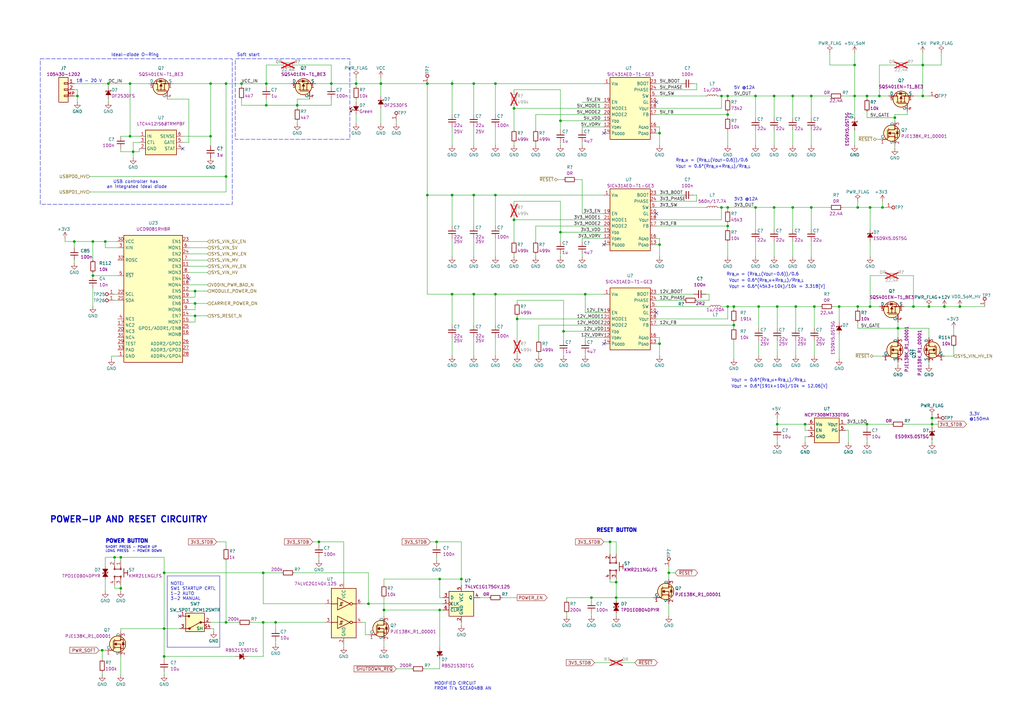
<source format=kicad_sch>
(kicad_sch (version 20250114) (generator "eeschema") (generator_version "9.0")
  (paper "A3")
  (title_block (title "Jetson Orin AGX Baseboard") (date "2025-08-11") (rev "1.0.0") (company "Antmicro Ltd") (comment 1 "www.antmicro.com"))
  (lib_symbols
    (symbol "SIC431AED-T1-GE3_1"
      (property "Reference" "U" (at 33.02 -2.54 0))
      (property "MPN" "SIC431AED-T1-GE3 " (at 33.02 -5.08 0))
      (symbol "SIC431AED-T1-GE3_1_1_1"
        (pin power_in line (at 0 0 0) (length 2.54) (name "V_{IN}") (number "1"))
        (pin passive line (at 0 0 0) (length 2.54) (hide yes) (name "V_{IN}") (number "2"))
        (pin passive line (at 0 0 0) (length 2.54) (hide yes) (name "V_{IN}") (number "22"))
        (pin passive line (at 0 0 0) (length 2.54) (hide yes) (name "V_{IN}") (number "26"))
        (pin input line (at 0 -7.62 0) (length 2.54) (name "EN") (number "19"))
        (pin input line (at 0 -10.16 0) (length 2.54) (name "MODE1") (number "21"))
        (pin input line (at 0 -12.7 0) (length 2.54) (name "MODE2") (number "20"))
        (pin passive line (at 0 -15.24 0) (length 2.54) (name "V_{DD}") (number "15"))
        (pin passive line (at 0 -17.78 0) (length 2.54) (name "V_{DRV}") (number "12"))
        (pin output line (at 0 -20.32 0) (length 2.54) (name "P_{GOOD}") (number "14"))
        (pin passive line (at 21.59 0 180) (length 2.54) (name "BOOT") (number "23"))
        (pin passive line (at 21.59 -2.54 180) (length 2.54) (name "PHASE") (number "24"))
        (pin passive line (at 21.59 -5.08 180) (length 2.54) (name "SW") (number "5"))
        (pin passive line (at 21.59 -5.08 180) (length 2.54) (hide yes) (name "SW") (number "6"))
        (pin passive line (at 21.59 -5.08 180) (length 2.54) (hide yes) (name "SW") (number "7"))
        (pin passive line (at 21.59 -5.08 180) (length 2.54) (hide yes) (name "SW") (number "8"))
        (pin passive line (at 21.59 -5.08 180) (length 2.54) (hide yes) (name "SW") (number "9"))
        (pin passive line (at 21.59 -7.62 180) (length 2.54) (name "GL") (number "10"))
        (pin passive line (at 21.59 -7.62 180) (length 2.54) (hide yes) (name "GL") (number "11"))
        (pin passive line (at 21.59 -7.62 180) (length 2.54) (hide yes) (name "GL") (number "28"))
        (pin passive line (at 21.59 -10.16 180) (length 2.54) (name "V_{OUT}") (number "18"))
        (pin passive line (at 21.59 -12.7 180) (length 2.54) (name "FB") (number "17"))
        (pin power_in line (at 21.59 -17.78 180) (length 2.54) (name "A_{GND}") (number "16"))
        (pin passive line (at 21.59 -17.78 180) (length 2.54) (hide yes) (name "A_{GND}") (number "25"))
        (pin power_in line (at 21.59 -20.32 180) (length 2.54) (name "P_{GND}") (number "13"))
        (pin passive line (at 21.59 -20.32 180) (length 2.54) (hide yes) (name "P_{GND}") (number "27"))
        (pin passive line (at 21.59 -20.32 180) (length 2.54) (hide yes) (name "P_{GND}") (number "3"))
        (pin passive line (at 21.59 -20.32 180) (length 2.54) (hide yes) (name "P_{GND}") (number "4"))
      )
    )
    (symbol "TP_0.75mm_SMD_2" (pin_names (hide yes)) (in_bom no)
      (property "Reference" "TP" (at 10.16 -1.27 0))
      (symbol "TP_0.75mm_SMD_2_1_1"
        (pin passive line (at 0 0 0) (length 2.54) (name "1") (number "1"))
      )
    )
    (symbol "TP_0.75mm_SMD_3" (pin_names (hide yes)) (in_bom no)
      (property "Reference" "TP" (at 10.16 -1.27 0))
      (symbol "TP_0.75mm_SMD_3_1_1"
        (pin passive line (at 0 0 0) (length 2.54) (name "1") (number "1"))
      )
    )
    (symbol "TP_0.75mm_SMD_7" (pin_names (hide yes)) (in_bom no)
      (property "Reference" "TP" (at 10.16 -1.27 0))
      (symbol "TP_0.75mm_SMD_7_1_1"
        (pin passive line (at 0 0 0) (length 2.54) (name "1") (number "1"))
      )
    )
    (symbol "antmicroCapacitors0402:C_100n_0402" (pin_numbers (hide yes)) (pin_names (hide yes))
      (property "Reference" "C" (at 20.32 -5.08 0))
      (property "Val" "100n" (at 20.32 -7.62 0))
      (symbol "C_100n_0402_1_1"
        (pin passive line (at 0 0 0) (length 2.032) (name "~") (number "1"))
        (pin passive line (at 5.08 0 180) (length 2.032) (name "~") (number "2"))
      )
    )
    (symbol "antmicroCapacitors0402:C_100n_16V_X7R_0402" (pin_numbers (hide yes)) (pin_names (hide yes))
      (property "Reference" "C" (at 15.24 -5.08 0))
      (property "Val" "100n" (at 15.24 -7.62 0))
      (symbol "C_100n_16V_X7R_0402_1_1"
        (pin passive line (at 0 0 0) (length 2.032) (name "~") (number "1"))
        (pin passive line (at 5.08 0 180) (length 2.032) (name "~") (number "2"))
      )
    )
    (symbol "antmicroCapacitors0402:C_100n_50V_X8L_0402" (pin_numbers (hide yes)) (pin_names (hide yes))
      (property "Reference" "C" (at 15.24 -5.08 0))
      (property "Val" "100n" (at 15.24 -7.62 0))
      (symbol "C_100n_50V_X8L_0402_1_1"
        (pin passive line (at 0 0 0) (length 2.032) (name "~") (number "1"))
        (pin passive line (at 5.08 0 180) (length 2.032) (name "~") (number "2"))
      )
    )
    (symbol "antmicroCapacitors0402:C_10u_0402" (pin_numbers (hide yes)) (pin_names (hide yes))
      (property "Reference" "C" (at 20.32 -5.08 0))
      (property "Val" "10u" (at 20.32 -7.62 0))
      (symbol "C_10u_0402_1_1"
        (pin passive line (at 0 0 0) (length 2.032) (name "~") (number "1"))
        (pin passive line (at 5.08 0 180) (length 2.032) (name "~") (number "2"))
      )
    )
    (symbol "antmicroCapacitors0402:C_1u_0402" (pin_numbers (hide yes)) (pin_names (hide yes))
      (property "Reference" "C" (at 20.32 -5.08 0))
      (property "Val" "1u" (at 20.32 -7.62 0))
      (symbol "C_1u_0402_1_1"
        (pin passive line (at 0 0 0) (length 2.032) (name "~") (number "1"))
        (pin passive line (at 5.08 0 180) (length 2.032) (name "~") (number "2"))
      )
    )
    (symbol "antmicroCapacitors0402:C_1u_25V_0402" (pin_numbers (hide yes)) (pin_names (hide yes))
      (property "Reference" "C" (at 20.32 -5.08 0))
      (property "Val" "1u" (at 20.32 -7.62 0))
      (symbol "C_1u_25V_0402_1_1"
        (pin passive line (at 0 0 0) (length 2.032) (name "~") (number "1"))
        (pin passive line (at 5.08 0 180) (length 2.032) (name "~") (number "2"))
      )
    )
    (symbol "antmicroCapacitors0402:C_4u7_25V_0402" (pin_numbers (hide yes)) (pin_names (hide yes))
      (property "Reference" "C" (at 20.32 -5.08 0))
      (property "Val" "4u7" (at 20.32 -7.62 0))
      (symbol "C_4u7_25V_0402_1_1"
        (pin passive line (at 0 0 0) (length 2.032) (name "~") (number "1"))
        (pin passive line (at 5.08 0 180) (length 2.032) (name "~") (number "2"))
      )
    )
    (symbol "antmicroCapacitors0603:C_10n_0603" (pin_numbers (hide yes)) (pin_names (hide yes))
      (property "Reference" "C" (at 20.32 -5.08 0))
      (property "Val" "10n" (at 20.32 -7.62 0))
      (symbol "C_10n_0603_1_1"
        (pin passive line (at 0 0 0) (length 2.032) (name "~") (number "1"))
        (pin passive line (at 5.08 0 180) (length 2.032) (name "~") (number "2"))
      )
    )
    (symbol "antmicroCapacitors0603:C_10u_25V_0603" (pin_numbers (hide yes)) (pin_names (hide yes))
      (property "Reference" "C" (at 20.32 -5.08 0))
      (property "Val" "10u" (at 20.32 -7.62 0))
      (symbol "C_10u_25V_0603_1_1"
        (pin passive line (at 0 0 0) (length 2.032) (name "~") (number "1"))
        (pin passive line (at 5.08 0 180) (length 2.032) (name "~") (number "2"))
      )
    )
    (symbol "antmicroCapacitors0603:C_22u_16V_0603" (pin_numbers (hide yes)) (pin_names (hide yes))
      (property "Reference" "C" (at 20.32 -5.08 0))
      (property "Val" "22u" (at 20.32 -7.62 0))
      (symbol "C_22u_16V_0603_1_1"
        (pin passive line (at 0 0 0) (length 2.032) (name "~") (number "1"))
        (pin passive line (at 5.08 0 180) (length 2.032) (name "~") (number "2"))
      )
    )
    (symbol "antmicroCapacitorsmisc:C_22u_25V_0805" (pin_numbers (hide yes)) (pin_names (hide yes))
      (property "Reference" "C" (at 20.32 -5.08 0))
      (property "Val" "22u" (at 20.32 -7.62 0))
      (property "Voltage" "25V" (at 20.32 -27.94 0))
      (symbol "C_22u_25V_0805_1_1"
        (pin passive line (at 0 0 0) (length 2.032) (name "~") (number "1"))
        (pin passive line (at 5.08 0 180) (length 2.032) (name "~") (number "2"))
      )
    )
    (symbol "antmicroDCDCConverters:SIC431AED-T1-GE3"
      (property "Reference" "U" (at 33.02 -2.54 0))
      (property "MPN" "SIC431AED-T1-GE3 " (at 33.02 -5.08 0))
      (symbol "SIC431AED-T1-GE3_1_1"
        (pin power_in line (at 0 0 0) (length 2.54) (name "V_{IN}") (number "1"))
        (pin passive line (at 0 0 0) (length 2.54) (hide yes) (name "V_{IN}") (number "2"))
        (pin passive line (at 0 0 0) (length 2.54) (hide yes) (name "V_{IN}") (number "22"))
        (pin passive line (at 0 0 0) (length 2.54) (hide yes) (name "V_{IN}") (number "26"))
        (pin input line (at 0 -7.62 0) (length 2.54) (name "EN") (number "19"))
        (pin input line (at 0 -10.16 0) (length 2.54) (name "MODE1") (number "21"))
        (pin input line (at 0 -12.7 0) (length 2.54) (name "MODE2") (number "20"))
        (pin passive line (at 0 -15.24 0) (length 2.54) (name "V_{DD}") (number "15"))
        (pin passive line (at 0 -17.78 0) (length 2.54) (name "V_{DRV}") (number "12"))
        (pin output line (at 0 -20.32 0) (length 2.54) (name "P_{GOOD}") (number "14"))
        (pin passive line (at 21.59 0 180) (length 2.54) (name "BOOT") (number "23"))
        (pin passive line (at 21.59 -2.54 180) (length 2.54) (name "PHASE") (number "24"))
        (pin passive line (at 21.59 -5.08 180) (length 2.54) (name "SW") (number "5"))
        (pin passive line (at 21.59 -5.08 180) (length 2.54) (hide yes) (name "SW") (number "6"))
        (pin passive line (at 21.59 -5.08 180) (length 2.54) (hide yes) (name "SW") (number "7"))
        (pin passive line (at 21.59 -5.08 180) (length 2.54) (hide yes) (name "SW") (number "8"))
        (pin passive line (at 21.59 -5.08 180) (length 2.54) (hide yes) (name "SW") (number "9"))
        (pin passive line (at 21.59 -7.62 180) (length 2.54) (name "GL") (number "10"))
        (pin passive line (at 21.59 -7.62 180) (length 2.54) (hide yes) (name "GL") (number "11"))
        (pin passive line (at 21.59 -7.62 180) (length 2.54) (hide yes) (name "GL") (number "28"))
        (pin passive line (at 21.59 -10.16 180) (length 2.54) (name "V_{OUT}") (number "18"))
        (pin passive line (at 21.59 -12.7 180) (length 2.54) (name "FB") (number "17"))
        (pin power_in line (at 21.59 -17.78 180) (length 2.54) (name "A_{GND}") (number "16"))
        (pin passive line (at 21.59 -17.78 180) (length 2.54) (hide yes) (name "A_{GND}") (number "25"))
        (pin power_in line (at 21.59 -20.32 180) (length 2.54) (name "P_{GND}") (number "13"))
        (pin passive line (at 21.59 -20.32 180) (length 2.54) (hide yes) (name "P_{GND}") (number "27"))
        (pin passive line (at 21.59 -20.32 180) (length 2.54) (hide yes) (name "P_{GND}") (number "3"))
        (pin passive line (at 21.59 -20.32 180) (length 2.54) (hide yes) (name "P_{GND}") (number "4"))
      )
    )
    (symbol "antmicroDiodesRectifiersSingle:RB521S30T1G" (pin_numbers (hide yes)) (pin_names (hide yes))
      (property "Reference" "D" (at 22.86 -5.08 0))
      (property "MPN" "RB521S30T1G" (at 22.86 -7.62 0))
      (symbol "RB521S30T1G_1_1"
        (pin passive line (at 0 0 0) (length 0.635) (name "C") (number "1"))
        (pin passive line (at 5.08 0 180) (length 0.635) (name "A") (number "2"))
      )
    )
    (symbol "antmicroFixedInductors:L_1u_20A_Bourns-SRP6050CA" (pin_numbers (hide yes)) (pin_names (hide yes))
      (property "Reference" "L" (at 13.97 0 0))
      (property "Val" "1u/20A" (at 13.97 -5.08 0))
      (symbol "L_1u_20A_Bourns-SRP6050CA_1_1"
        (pin passive line (at 0 0 0) (length 0.508) (name "~") (number "1"))
        (pin passive line (at 5.08 0 180) (length 0.508) (name "~") (number "2"))
      )
    )
    (symbol "antmicroFixedInductors:L_560n_17.7A_Bourns-SRP5030CA" (pin_numbers (hide yes)) (pin_names (hide yes))
      (property "Reference" "L" (at 13.97 0 0))
      (property "Val" "560n/17.7A" (at 13.97 -5.08 0))
      (symbol "L_560n_17.7A_Bourns-SRP5030CA_1_1"
        (pin passive line (at 0 0 0) (length 0.508) (name "~") (number "1"))
        (pin passive line (at 5.08 0 180) (length 0.508) (name "~") (number "2"))
      )
    )
    (symbol "antmicroLEDIndicationDiscrete:LED_G_0603_LTST-C190GKT" (pin_numbers (hide yes)) (pin_names (hide yes))
      (property "Reference" "D" (at 22.86 -2.54 0))
      (property "Color" "Green" (at 22.86 -5.08 0))
      (symbol "LED_G_0603_LTST-C190GKT_1_1"
        (pin passive line (at 0 0 0) (length 0.635) (name "C") (number "1"))
        (pin passive line (at 5.08 0 180) (length 0.635) (name "A") (number "2"))
      )
    )
    (symbol "antmicroLogicBuffersDriversReceiversTransceivers:74LVC2G14_SOT457"
      (property "Reference" "U" (at 30.48 -6.35 0))
      (property "MPN" "74LVC2G14GV,125" (at 30.48 -16.51 0))
      (symbol "74LVC2G14_SOT457_1_1"
        (pin input line (at 0 0 0) (length 2.54) (name "~") (number "1"))
        (pin input line (at 0 -7.62 0) (length 2.54) (name "~") (number "3"))
        (pin power_in line (at 7.62 8.89 270) (length 2.54) (name "VCC") (number "5"))
        (pin power_in line (at 7.62 -16.51 90) (length 2.54) (name "GND") (number "2"))
        (pin output line (at 15.24 0 180) (length 2.54) (name "~") (number "6"))
        (pin output line (at 15.24 -7.62 180) (length 2.54) (name "~") (number "4"))
      )
    )
    (symbol "antmicroLogicGatesandInverters:74LVC1G175_SOT457"
      (property "Reference" "U" (at 30.48 -5.08 0))
      (property "MPN" "74LVC1G175GV,125" (at 30.48 -15.24 0))
      (symbol "74LVC1G175_SOT457_1_1"
        (pin input line (at 0 0 0) (length 2.54) (name "D") (number "3"))
        (pin input clock (at 0 -2.54 0) (length 2.54) (name "CLK") (number "1"))
        (pin input line (at 0 -5.08 0) (length 2.54) (name "~{CLR}") (number "6"))
        (pin power_in line (at 7.62 5.08 270) (length 2.54) (name "VCC") (number "5"))
        (pin power_in line (at 7.62 -10.16 90) (length 2.54) (name "GND") (number "2"))
        (pin output line (at 15.24 0 180) (length 2.54) (name "Q") (number "4"))
      )
    )
    (symbol "antmicroPMICORControllersIdealDiodes:LTC4412IS6"
      (property "Reference" "U" (at 31.75 -2.54 0))
      (property "MPN" "LTC4412IS6#TRMPBF" (at 31.75 -12.7 0))
      (symbol "LTC4412IS6_1_1"
        (pin power_in line (at 0 0 0) (length 2.54) (name "IN") (number "1"))
        (pin input line (at 0 -2.54 0) (length 2.54) (name "CTL") (number "3"))
        (pin power_in line (at 0 -5.08 0) (length 2.54) (name "GND") (number "2"))
        (pin input line (at 17.78 0 180) (length 2.54) (name "SENSE") (number "6"))
        (pin output line (at 17.78 -2.54 180) (length 2.54) (name "GATE") (number "5"))
        (pin output line (at 17.78 -5.08 180) (length 2.54) (name "STAT") (number "4"))
      )
    )
    (symbol "antmicroPMICPowerSequencers:UCD9081"
      (property "Reference" "U" (at 38.862 -2.032 0))
      (property "MPN" "UCD9081RHBR" (at 38.862 -4.572 0))
      (symbol "UCD9081_1_0"
        (pin passive line (at 0 -2.54 0) (length 2.54) (name "XIN") (number "3"))
        (pin passive line (at 0 -7.62 0) (length 2.54) (name "ROSC") (number "32"))
        (pin bidirectional line (at 0 -21.59 0) (length 2.54) (name "SCL") (number "22"))
        (pin bidirectional line (at 0 -24.13 0) (length 2.54) (name "SDA") (number "21"))
        (pin free line (at 0 -31.75 0) (length 2.54) (name "NC1") (number "4"))
        (pin free line (at 0 -34.29 0) (length 2.54) (name "NC2") (number "17"))
        (pin free line (at 0 -36.83 0) (length 2.54) (name "NC3") (number "20"))
        (pin free line (at 0 -39.37 0) (length 2.54) (name "NC4") (number "31"))
        (pin passive line (at 0 -41.91 0) (length 2.54) (name "TEST") (number "29"))
        (pin passive line (at 0 -44.45 0) (length 2.54) (name "PAD") (number "33"))
        (pin no_connect line (at 26.67 -2.54 180) (length 2.54) (hide yes) (name "NC") (number "2"))
        (pin output line (at 29.21 0 180) (length 2.54) (name "EN1") (number "23"))
        (pin input line (at 29.21 -2.54 180) (length 2.54) (name "MON1") (number "6"))
        (pin output line (at 29.21 -5.08 180) (length 2.54) (name "EN2") (number "24"))
        (pin input line (at 29.21 -7.62 180) (length 2.54) (name "MON2") (number "7"))
        (pin output line (at 29.21 -10.16 180) (length 2.54) (name "EN3") (number "11"))
        (pin input line (at 29.21 -12.7 180) (length 2.54) (name "MON3") (number "8"))
        (pin output line (at 29.21 -15.24 180) (length 2.54) (name "EN4") (number "10"))
        (pin input line (at 29.21 -17.78 180) (length 2.54) (name "MON4") (number "18"))
        (pin output line (at 29.21 -20.32 180) (length 2.54) (name "EN5") (number "12"))
        (pin input line (at 29.21 -22.86 180) (length 2.54) (name "MON5") (number "19"))
        (pin output line (at 29.21 -25.4 180) (length 2.54) (name "EN6") (number "13"))
        (pin input line (at 29.21 -27.94 180) (length 2.54) (name "MON6") (number "9"))
        (pin output line (at 29.21 -30.48 180) (length 2.54) (name "EN7") (number "14"))
        (pin input line (at 29.21 -33.02 180) (length 2.54) (name "MON7") (number "15"))
        (pin output line (at 29.21 -35.56 180) (length 2.54) (name "GPO1/ADDR1/EN8") (number "25"))
        (pin input line (at 29.21 -38.1 180) (length 2.54) (name "MON8") (number "16"))
        (pin output line (at 29.21 -41.91 180) (length 2.54) (name "ADDR2/GPO2") (number "26"))
        (pin output line (at 29.21 -44.45 180) (length 2.54) (name "ADDR3/GPO3") (number "27"))
        (pin output line (at 29.21 -46.99 180) (length 2.54) (name "ADDR4/GPO4") (number "28"))
      )
      (symbol "UCD9081_1_1"
        (pin power_in line (at 0 0 0) (length 2.54) (name "VCC") (number "30"))
        (pin input line (at 0 -13.97 0) (length 2.54) (name "~{RST}") (number "5"))
        (pin power_in line (at 0 -46.99 0) (length 2.54) (name "GND") (number "1"))
      )
    )
    (symbol "antmicroPMICVoltageRegulatorsLinear:NCP730BMT330_WSON"
      (property "Reference" "U" (at 30.48 -2.54 0))
      (property "MPN" "NCP730BMT330TBG" (at 30.48 -12.7 0))
      (symbol "NCP730BMT330_WSON_1_1"
        (pin power_in line (at 0 0 0) (length 2.54) (name "V_{IN}") (number "6"))
        (pin input line (at 0 -2.54 0) (length 2.54) (name "EN") (number "4"))
        (pin power_in line (at 0 -5.08 0) (length 2.54) (name "GND") (number "3"))
        (pin passive line (at 0 -5.08 0) (length 2.54) (hide yes) (name "GND") (number "7"))
        (pin no_connect line (at 12.7 -5.08 180) (length 2.54) (hide yes) (name "NC") (number "2"))
        (pin power_out line (at 15.24 0 180) (length 2.54) (name "V_{OUT}") (number "1"))
        (pin open_collector line (at 15.24 -2.54 180) (length 2.54) (name "PG") (number "5"))
      )
    )
    (symbol "antmicroPushbuttonSwitches:SW_KMR211NGLFS_SMD" (pin_names (hide yes))
      (property "Reference" "SW" (at 25.4 -2.54 0))
      (property "MPN" "KMR211NGLFS" (at 25.4 -5.08 0))
      (symbol "SW_KMR211NGLFS_SMD_1_1"
        (pin passive line (at 0 0 0) (length 2.54) (name "1") (number "1"))
        (pin passive line (at 0 -2.54 0) (length 2.54) (name "2") (number "2"))
        (pin passive line (at 10.16 0 180) (length 2.54) (name "3") (number "3"))
        (pin passive line (at 10.16 -2.54 180) (length 2.54) (name "4") (number "4"))
      )
    )
    (symbol "antmicroResistors0402:R_0R_0402" (pin_numbers (hide yes)) (pin_names (hide yes))
      (property "Reference" "R" (at 20.32 -5.08 0))
      (property "Val" "0R" (at 20.32 -7.62 0))
      (symbol "R_0R_0402_1_1"
        (pin passive line (at 0 0 0) (length 0.635) (name "~") (number "1"))
        (pin passive line (at 5.08 0 180) (length 0.635) (name "~") (number "2"))
      )
    )
    (symbol "antmicroResistors0402:R_100k_0402" (pin_numbers (hide yes)) (pin_names (hide yes))
      (property "Reference" "R" (at 20.32 -5.08 0))
      (property "Val" "100k" (at 20.32 -7.62 0))
      (symbol "R_100k_0402_1_1"
        (pin passive line (at 0 0 0) (length 0.635) (name "~") (number "1"))
        (pin passive line (at 5.08 0 180) (length 0.635) (name "~") (number "2"))
      )
    )
    (symbol "antmicroResistors0402:R_10k_0402" (pin_numbers (hide yes)) (pin_names (hide yes))
      (property "Reference" "R" (at 20.32 -5.08 0))
      (property "Val" "10k" (at 20.32 -7.62 0))
      (symbol "R_10k_0402_1_1"
        (pin passive line (at 0 0 0) (length 0.635) (name "~") (number "1"))
        (pin passive line (at 5.08 0 180) (length 0.635) (name "~") (number "2"))
      )
    )
    (symbol "antmicroResistors0402:R_191k_0402" (pin_numbers (hide yes)) (pin_names (hide yes))
      (property "Reference" "R" (at 20.32 -5.08 0))
      (property "Val" "191k" (at 20.32 -7.62 0))
      (symbol "R_191k_0402_1_1"
        (pin passive line (at 0 0 0) (length 0.635) (name "~") (number "1"))
        (pin passive line (at 5.08 0 180) (length 0.635) (name "~") (number "2"))
      )
    )
    (symbol "antmicroResistors0402:R_1k_0402" (pin_numbers (hide yes)) (pin_names (hide yes))
      (property "Reference" "R" (at 20.32 -5.08 0))
      (property "Val" "1k" (at 20.32 -7.62 0))
      (symbol "R_1k_0402_1_1"
        (pin passive line (at 0 0 0) (length 0.635) (name "~") (number "1"))
        (pin passive line (at 5.08 0 180) (length 0.635) (name "~") (number "2"))
      )
    )
    (symbol "antmicroResistors0402:R_200R_0402" (pin_numbers (hide yes)) (pin_names (hide yes))
      (property "Reference" "R" (at 20.32 -5.08 0))
      (property "Val" "200R" (at 20.32 -7.62 0))
      (symbol "R_200R_0402_1_1"
        (pin passive line (at 0 0 0) (length 0.635) (name "~") (number "1"))
        (pin passive line (at 5.08 0 180) (length 0.635) (name "~") (number "2"))
      )
    )
    (symbol "antmicroResistors0402:R_200k_0402" (pin_numbers (hide yes)) (pin_names (hide yes))
      (property "Reference" "R" (at 20.32 -5.08 0))
      (property "Val" "200k" (at 20.32 -7.62 0))
      (symbol "R_200k_0402_1_1"
        (pin passive line (at 0 0 0) (length 0.635) (name "~") (number "1"))
        (pin passive line (at 5.08 0 180) (length 0.635) (name "~") (number "2"))
      )
    )
    (symbol "antmicroResistors0402:R_2R2_0402" (pin_numbers (hide yes)) (pin_names (hide yes))
      (property "Reference" "R" (at 20.32 -5.08 0))
      (property "Val" "2R2" (at 20.32 -7.62 0))
      (symbol "R_2R2_0402_1_1"
        (pin passive line (at 0 0 0) (length 0.635) (name "~") (number "1"))
        (pin passive line (at 5.08 0 180) (length 0.635) (name "~") (number "2"))
      )
    )
    (symbol "antmicroResistors0402:R_45k3_0402" (pin_numbers (hide yes)) (pin_names (hide yes))
      (property "Reference" "R" (at 20.32 -5.08 0))
      (property "Val" "45k3" (at 20.32 -7.62 0))
      (symbol "R_45k3_0402_1_1"
        (pin passive line (at 0 0 0) (length 0.635) (name "~") (number "1"))
        (pin passive line (at 5.08 0 180) (length 0.635) (name "~") (number "2"))
      )
    )
    (symbol "antmicroResistors0402:R_499k_0402" (pin_numbers (hide yes)) (pin_names (hide yes))
      (property "Reference" "R" (at 20.32 -5.08 0))
      (property "Val" "499k" (at 20.32 -7.62 0))
      (symbol "R_499k_0402_1_1"
        (pin passive line (at 0 0 0) (length 0.635) (name "~") (number "1"))
        (pin passive line (at 5.08 0 180) (length 0.635) (name "~") (number "2"))
      )
    )
    (symbol "antmicroResistors0402:R_4k7_0402" (pin_numbers (hide yes)) (pin_names (hide yes))
      (property "Reference" "R" (at 20.32 -5.08 0))
      (property "Val" "4k7" (at 20.32 -7.62 0))
      (symbol "R_4k7_0402_1_1"
        (pin passive line (at 0 0 0) (length 0.635) (name "~") (number "1"))
        (pin passive line (at 5.08 0 180) (length 0.635) (name "~") (number "2"))
      )
    )
    (symbol "antmicroResistors0402:R_73k2_0402" (pin_numbers (hide yes)) (pin_names (hide yes))
      (property "Reference" "R" (at 20.32 -5.08 0))
      (property "Val" "73k2" (at 20.32 -7.62 0))
      (symbol "R_73k2_0402_1_1"
        (pin passive line (at 0 0 0) (length 0.635) (name "~") (number "1"))
        (pin passive line (at 5.08 0 180) (length 0.635) (name "~") (number "2"))
      )
    )
    (symbol "antmicroResistors0603:R_0R_0603" (pin_numbers (hide yes)) (pin_names (hide yes))
      (property "Reference" "R" (at 20.32 -5.08 0))
      (property "Val" "0R" (at 20.32 -7.62 0))
      (symbol "R_0R_0603_1_1"
        (pin passive line (at 0 0 0) (length 0.635) (name "~") (number "1"))
        (pin passive line (at 5.08 0 180) (length 0.635) (name "~") (number "2"))
      )
    )
    (symbol "antmicroResistors0603:R_0R_22.4A_0603" (pin_numbers (hide yes)) (pin_names (hide yes))
      (property "Reference" "R" (at 15.24 -2.54 0))
      (property "Value" "R_0R_22.4A_0603" (at 15.24 -5.08 0))
      (property "Val" "0R" (at 15.24 -7.62 0))
      (property "Max. Curr." "22.4A" (at 15.24 -20.32 0))
      (symbol "R_0R_22.4A_0603_1_1"
        (pin passive line (at 0 0 0) (length 0.635) (name "~") (number "1"))
        (pin passive line (at 5.08 0 180) (length 0.635) (name "~") (number "2"))
      )
    )
    (symbol "antmicroSlideSwitches:SW_SPDT_PCM12SMTR"
      (property "Reference" "SW" (at 27.94 -5.08 0))
      (property "Value" "SW_SPDT_PCM12SMTR" (at 27.94 -7.62 0))
      (symbol "SW_SPDT_PCM12SMTR_1_1"
        (pin passive line (at 0 0 0) (length 2.54) (name "~") (number "2"))
        (pin passive line (at 0 -2.54 0) (length 2.54) (hide yes) (name "SH") (number "S1"))
        (pin passive line (at 0 -2.54 0) (length 2.54) (hide yes) (name "SH") (number "S2"))
        (pin passive line (at 0 -2.54 0) (length 2.54) (hide yes) (name "SH") (number "S3"))
        (pin passive line (at 0 -2.54 0) (length 2.54) (name "SH") (number "S4"))
        (pin passive line (at 12.7 2.54 180) (length 2.54) (name "~") (number "1"))
        (pin passive line (at 12.7 -2.54 180) (length 2.54) (name "~") (number "3"))
      )
    )
    (symbol "antmicroTVSDiodes:DF2S30FS_SOD" (pin_numbers (hide yes)) (pin_names (hide yes))
      (property "Reference" "D" (at 21.59 -2.54 0))
      (property "MPN" "DF2S30FS" (at 21.59 -5.08 0))
      (symbol "DF2S30FS_SOD_1_1"
        (pin passive line (at 0 0 0) (length 0.635) (name "C") (number "1"))
        (pin passive line (at 5.08 0 180) (length 0.635) (name "A") (number "2"))
      )
    )
    (symbol "antmicroTVSDiodes:ESD9X5.0ST5G" (pin_numbers (hide yes)) (pin_names (hide yes))
      (property "Reference" "D" (at 21.59 -2.54 0))
      (property "MPN" "ESD9X5.0ST5G" (at 21.59 -5.08 0))
      (symbol "ESD9X5.0ST5G_1_1"
        (pin passive line (at 0 0 0) (length 0.635) (name "C") (number "1"))
        (pin passive line (at 5.08 0 180) (length 0.635) (name "A") (number "2"))
      )
    )
    (symbol "antmicroTVSDiodes:TPD1E0B04_XDFN-2" (pin_numbers (hide yes)) (pin_names (hide yes))
      (property "Reference" "D" (at 15.24 0 0))
      (property "MPN" "TPD1E0B04DPYR" (at 15.24 -2.54 0))
      (symbol "TPD1E0B04_XDFN-2_0_0"
        (text "" (at 7.62 -1.27 0) (effects (font (size 1.27 1.27))))
      )
      (symbol "TPD1E0B04_XDFN-2_1_1"
        (pin passive line (at 0 0 0) (length 0.635) (name "C") (number "1"))
        (pin passive line (at 5.08 0 180) (length 0.635) (name "A") (number "2"))
      )
    )
    (symbol "antmicroTestPoints:TP_0.75mm_SMD" (pin_names (hide yes)) (in_bom no)
      (property "Reference" "TP" (at 10.16 -1.27 0))
      (symbol "TP_0.75mm_SMD_1_1"
        (pin passive line (at 0 0 0) (length 2.54) (name "1") (number "1"))
      )
    )
    (symbol "antmicroTransistorsFETsMOSFETsSingle:PJE138K" (pin_names (offset 0))
      (property "Reference" "Q" (at 22.86 -6.35 0))
      (property "MPN" "PJE138K_R1_00001" (at 22.86 -16.51 0))
      (symbol "PJE138K_1_1"
        (pin passive line (at 0 0 0) (length 2.54) (name "G") (number "1"))
        (pin passive line (at 6.35 7.62 270) (length 2.54) (name "D") (number "3"))
        (pin passive line (at 6.35 -2.54 90) (length 2.54) (name "S") (number "2"))
      )
    )
    (symbol "antmicroTransistorsFETsMOSFETsSingle:SQS401EN-T1_BE3" (pin_names (offset 0)) (in_bom no)
      (property "Reference" "Q" (at 15.24 -5.08 0))
      (property "MPN" "SQS401EN-T1_BE3" (at 15.24 -7.62 0))
      (symbol "SQS401EN-T1_BE3_1_1"
        (pin input line (at 0 0 0) (length 2.54) (name "G") (number "4"))
        (pin passive line (at 6.35 7.62 270) (length 2.54) (name "D") (number "5"))
        (pin passive line (at 6.35 -2.54 90) (length 2.54) (name "S") (number "1"))
        (pin passive line (at 6.35 -2.54 90) (length 2.54) (hide yes) (name "S") (number "2"))
        (pin passive line (at 6.35 -2.54 90) (length 2.54) (hide yes) (name "S") (number "3"))
      )
    )
    (symbol "antmicroWire2BoardConnectors:Molex_Nano-Fit_1x2_SMD_1054301202"
      (property "Reference" "J" (at 26.67 -2.54 0))
      (property "MPN" "105430-1202" (at 26.67 -5.08 0))
      (symbol "Molex_Nano-Fit_1x2_SMD_1054301202_1_1"
        (pin passive line (at 0 0 0) (length 2.54) (name "~") (number "1"))
        (pin passive line (at 0 -2.54 0) (length 2.54) (name "~") (number "2"))
        (pin passive line (at 0 -5.08 0) (length 2.54) (name "~") (number "MP"))
      )
    )
    (symbol "antmicropower:+12V" (power) (pin_names (offset 0))
      (property "Value" "+12V" (at 0 3.556 0))
      (symbol "+12V_1_1"
        (pin power_in line (at 0 0 90) (length 0) (hide yes) (name "+12V") (number "1"))
      )
    )
    (symbol "antmicropower:+3V3" (power) (pin_numbers (hide yes)) (pin_names (hide yes))
      (property "Value" "+3V3" (at -3.175 2.54 0))
      (symbol "+3V3_1_1"
        (pin power_in line (at 0 0 90) (length 0) (hide yes) (name "+3V3") (number "1"))
      )
    )
    (symbol "antmicropower:+5V" (power) (pin_numbers (hide yes)) (pin_names (hide yes))
      (property "Value" "+5V" (at 15.24 -5.08 0))
      (symbol "+5V_1_1"
        (pin power_in line (at 0 0 90) (length 0) (name "+5V") (number "1"))
      )
    )
    (symbol "antmicropower:GND" (power) (pin_numbers (hide yes)) (pin_names (hide yes))
      (property "Value" "GND" (at 8.89 -5.08 0))
      (symbol "GND_1_1"
        (pin power_in line (at 0 0 270) (length 0) (name "GND") (number "1"))
      )
    )
    (symbol "antmicropower:PWR_FLAG" (power) (pin_numbers (hide yes)) (pin_names (offset 0) (hide yes))
      (property "Value" "PWR_FLAG" (at 0 3.81 0))
      (symbol "PWR_FLAG_0_0"
        (pin power_out line (at 0 0 90) (length 0) (name "pwr") (number "1"))
      )
    )
    (symbol "antmicropower:VCC" (power) (pin_names (offset 0))
      (property "Value" "VCC" (at 0 3.81 0))
      (symbol "VCC_1_1"
        (pin power_in line (at 0 0 90) (length 0) (hide yes) (name "VCC") (number "1"))
      )
    )
  )
  (rectangle (start 16.51 24.13) (end 95.25 83.82) (stroke (width 0) (type dash)))
  (rectangle (start 96.52 24.13) (end 143.51 57.15) (stroke (width 0) (type dash)))
  (text "POWER-UP AND RESET CIRCUITRY" (at 20.32 214.63 0) (effects (font (size 2.5 2.5) (bold yes)) (justify left bottom)))
  (text "3.3V\n@150mA" (at 397.51 172.72 0) (effects (font (size 1.27 1.27)) (justify left bottom)))
  (text "R_{FB_H} = (R_{FB_L}(V_{OUT}-0.6))/0.6\n" (at 297.942 113.284 0) (effects (font (size 1.27 1.27)) (justify left bottom)))
  (text "V_{OUT} = 0.6*(R_{FB_H}+R_{FB_L})/R_{FB_L}\n" (at 299.974 156.718 0) (effects (font (size 1.27 1.27)) (justify left bottom)))
  (text "V_{OUT} = 0.6*(R_{FB_H}+R_{FB_L})/R_{FB_L}\n" (at 298.958 115.824 0) (effects (font (size 1.27 1.27)) (justify left bottom)))
  (text "V_{OUT} = 0.6*(45k3+10k)/10k = 3.318[V]" (at 298.958 118.364 0) (effects (font (size 1.27 1.27)) (justify left bottom)))
  (text "Soft start" (at 101.854 22.606 0) (effects (font (size 1.27 1.27))))
  (text "Ideal-diode O-Ring" (at 55.372 22.606 0) (effects (font (size 1.27 1.27))))
  (text "NOTE:\nSW1 STARTUP CRTL\n1-2 AUTO \n3-2 MANUAL" (at 69.85 246.38 0) (effects (font (size 1.27 1.27)) (justify left bottom)))
  (text "3V3 @12A" (at 300.99 82.55 0) (effects (font (size 1.27 1.27)) (justify left bottom)))
  (text "USB controller has \nan integrated ideal diode\n" (at 56.134 75.692 0) (effects (font (size 1.27 1.27))))
  (text "18 - 20 V " (at 31.242 34.036 0) (effects (font (size 1.27 1.27)) (justify left bottom)))
  (text "MODIFIED CIRCUIT \nFROM TI's SCEA048B AN" (at 178.054 283.21 0) (effects (font (size 1.273 1.273)) (justify left bottom)))
  (text "V_{OUT} = 0.6*(R_{FB_H}+R_{FB_L})/R_{FB_L}\n" (at 277.114 69.088 0) (effects (font (size 1.27 1.27)) (justify left bottom)))
  (text "RESET BUTTON" (at 244.475 218.44 0) (effects (font (size 1.5 1.5) (thickness 0.4) (bold yes)) (justify left bottom)))
  (text "SHORT PRESS - POWER UP\nLONG PRESS  - POWER DOWN" (at 43.18 226.695 0) (effects (font (size 1 1)) (justify left bottom)))
  (text "5V @12A\n" (at 300.99 36.83 0) (effects (font (size 1.27 1.27)) (justify left bottom)))
  (text "POWER BUTTON" (at 43.18 222.885 0) (effects (font (size 1.5 1.5) (thickness 0.4) (bold yes)) (justify left bottom)))
  (text "R_{FB_H} = (R_{FB_L}(V_{OUT}-0.6))/0.6\n" (at 277.114 66.548 0) (effects (font (size 1.27 1.27)) (justify left bottom)))
  (text "V_{OUT} = 0.6*(191k+10k)/10k = 12.06[V]" (at 299.974 159.258 0) (effects (font (size 1.27 1.27)) (justify left bottom)))
  (junction (at 30.48 99.06))
  (junction (at 270.51 100.33))
  (junction (at 109.22 34.29))
  (junction (at 300.99 133.35))
  (junction (at 80.01 129.54))
  (junction (at 80.01 124.46))
  (junction (at 355.6 173.99))
  (junction (at 99.06 34.29))
  (junction (at 298.45 85.09))
  (junction (at 330.2 173.99))
  (junction (at 185.42 34.29))
  (junction (at 38.1 99.06))
  (junction (at 295.91 39.37))
  (junction (at 194.31 34.29))
  (junction (at 387.35 125.73))
  (junction (at 54.61 62.23))
  (junction (at 67.31 234.95))
  (junction (at 231.14 135.89))
  (junction (at 355.6 39.37))
  (junction (at 298.45 39.37))
  (junction (at 156.21 34.29))
  (junction (at 53.34 55.88))
  (junction (at 86.36 34.29))
  (junction (at 185.42 120.65))
  (junction (at 332.74 85.09))
  (junction (at 317.5 39.37))
  (junction (at 274.32 234.95))
  (junction (at 240.03 120.65))
  (junction (at 332.74 39.37))
  (junction (at 344.17 125.73))
  (junction (at 334.01 125.73))
  (junction (at 252.73 238.76))
  (junction (at 67.31 269.24))
  (junction (at 49.53 228.6))
  (junction (at 229.87 95.25))
  (junction (at 130.81 222.25))
  (junction (at 41.91 266.7))
  (junction (at 135.89 34.29))
  (junction (at 203.2 120.65))
  (junction (at 203.2 34.29))
  (junction (at 242.57 245.11))
  (junction (at 325.12 85.09))
  (junction (at 210.82 44.45))
  (junction (at 309.88 85.09))
  (junction (at 298.45 125.73))
  (junction (at 31.75 39.37))
  (junction (at 356.87 85.09))
  (junction (at 360.68 39.37))
  (junction (at 300.99 125.73))
  (junction (at 250.19 222.25))
  (junction (at 350.52 26.67))
  (junction (at 109.22 43.18))
  (junction (at 311.15 125.73))
  (junction (at 229.87 49.53))
  (junction (at 121.92 43.18))
  (junction (at 270.51 54.61))
  (junction (at 318.77 173.99))
  (junction (at 295.91 85.09))
  (junction (at 393.7 125.73))
  (junction (at 46.99 228.6))
  (junction (at 180.34 237.49))
  (junction (at 194.31 80.01))
  (junction (at 309.88 39.37))
  (junction (at 44.45 34.29))
  (junction (at 92.71 255.27))
  (junction (at 252.73 245.11))
  (junction (at 175.26 34.29))
  (junction (at 175.26 80.01))
  (junction (at 317.5 85.09))
  (junction (at 325.12 39.37))
  (junction (at 194.31 120.65))
  (junction (at 185.42 80.01))
  (junction (at 351.79 85.09))
  (junction (at 326.39 125.73))
  (junction (at 113.03 255.27))
  (junction (at 381 125.73))
  (junction (at 179.07 222.25))
  (junction (at 92.71 72.39))
  (junction (at 43.18 99.06))
  (junction (at 49.53 241.3))
  (junction (at 146.05 34.29))
  (junction (at 151.13 247.65))
  (junction (at 38.1 113.03))
  (junction (at 368.3 134.62))
  (junction (at 53.34 34.29))
  (junction (at 318.77 125.73))
  (junction (at 298.45 46.99))
  (junction (at 210.82 90.17))
  (junction (at 378.46 26.67))
  (junction (at 361.95 85.09))
  (junction (at 298.45 92.71))
  (junction (at 107.95 255.27))
  (junction (at 107.95 234.95))
  (junction (at 189.23 237.49))
  (junction (at 67.31 257.81))
  (junction (at 92.71 34.29))
  (junction (at 203.2 80.01))
  (junction (at 157.48 250.19))
  (junction (at 180.34 250.19))
  (junction (at 382.27 171.45))
  (junction (at 80.01 119.38))
  (junction (at 270.51 140.97))
  (junction (at 382.27 173.99))
  (junction (at 212.09 130.81))
  (junction (at 350.52 39.37))
  (junction (at 86.36 55.88))
  (junction (at 356.87 125.73))
  (junction (at 378.46 39.37))
  (junction (at 367.03 48.26))
  (junction (at 351.79 125.73))
  (junction (at 374.65 125.73))
  (no_connect (at 269.24 128.27))
  (no_connect (at 269.24 41.91))
  (no_connect (at 77.47 114.3))
  (no_connect (at 247.65 54.61))
  (no_connect (at 74.93 60.96))
  (no_connect (at 247.65 140.97))
  (no_connect (at 73.66 252.73))
  (no_connect (at 269.24 87.63))
  (no_connect (at 247.65 100.33))
  (wire (pts (xy 372.11 46.99) (xy 372.11 45.72)))
  (wire (pts (xy 127 40.64) (xy 121.92 40.64)))
  (wire (pts (xy 107.95 247.65) (xy 133.35 247.65)))
  (wire (pts (xy 77.47 127) (xy 80.01 127)))
  (wire (pts (xy 210.82 43.18) (xy 210.82 44.45)))
  (wire (pts (xy 175.26 34.29) (xy 175.26 80.01)))
  (wire (pts (xy 240.03 120.65) (xy 247.65 120.65)))
  (wire (pts (xy 391.16 146.05) (xy 387.35 146.05)))
  (wire (pts (xy 332.74 85.09) (xy 332.74 93.98)))
  (wire (pts (xy 386.08 26.67) (xy 386.08 21.59)))
  (wire (pts (xy 53.34 34.29) (xy 60.96 34.29)))
  (wire (pts (xy 219.71 104.14) (xy 219.71 105.41)))
  (wire (pts (xy 151.13 234.95) (xy 151.13 247.65)))
  (wire (pts (xy 356.87 113.03) (xy 363.22 113.03)))
  (wire (pts (xy 381 125.73) (xy 387.35 125.73)))
  (wire (pts (xy 298.45 130.81) (xy 298.45 125.73)))
  (wire (pts (xy 250.19 271.78) (xy 243.84 271.78)))
  (wire (pts (xy 374.65 125.73) (xy 381 125.73)))
  (wire (pts (xy 156.21 34.29) (xy 156.21 39.37)))
  (wire (pts (xy 326.39 139.7) (xy 326.39 146.05)))
  (wire (pts (xy 229.87 99.06) (xy 229.87 95.25)))
  (wire (pts (xy 219.71 92.71) (xy 247.65 92.71)))
  (wire (pts (xy 49.53 228.6) (xy 67.31 228.6)))
  (wire (pts (xy 252.73 238.76) (xy 250.19 238.76)))
  (wire (pts (xy 176.53 222.25) (xy 179.07 222.25)))
  (wire (pts (xy 330.2 173.99) (xy 330.2 176.53)))
  (wire (pts (xy 238.76 52.07) (xy 238.76 53.34)))
  (wire (pts (xy 356.87 113.03) (xy 356.87 125.73)))
  (wire (pts (xy 332.74 39.37) (xy 332.74 48.26)))
  (wire (pts (xy 318.77 180.34) (xy 318.77 181.61)))
  (wire (pts (xy 300.99 134.62) (xy 300.99 133.35)))
  (wire (pts (xy 99.06 40.64) (xy 99.06 43.18)))
  (wire (pts (xy 31.75 36.83) (xy 30.48 36.83)))
  (wire (pts (xy 212.09 139.7) (xy 212.09 130.81)))
  (polyline (pts (xy 68.58 236.22) (xy 90.17 236.22)))
  (wire (pts (xy 351.79 82.55) (xy 351.79 85.09)))
  (wire (pts (xy 36.83 78.74) (xy 92.71 78.74)))
  (wire (pts (xy 356.87 125.73) (xy 360.68 125.73)))
  (wire (pts (xy 367.03 48.26) (xy 355.6 48.26)))
  (wire (pts (xy 30.48 99.06) (xy 38.1 99.06)))
  (wire (pts (xy 38.1 118.11) (xy 38.1 125.73)))
  (wire (pts (xy 382.27 173.99) (xy 384.81 173.99)))
  (wire (pts (xy 260.35 271.78) (xy 255.27 271.78)))
  (wire (pts (xy 121.92 40.64) (xy 121.92 43.18)))
  (wire (pts (xy 67.31 275.59) (xy 67.31 276.86)))
  (wire (pts (xy 219.71 58.42) (xy 219.71 59.69)))
  (wire (pts (xy 30.48 101.6) (xy 30.48 99.06)))
  (wire (pts (xy 194.31 34.29) (xy 203.2 34.29)))
  (wire (pts (xy 344.17 125.73) (xy 344.17 132.08)))
  (wire (pts (xy 374.65 39.37) (xy 378.46 39.37)))
  (wire (pts (xy 212.09 129.54) (xy 212.09 130.81)))
  (wire (pts (xy 43.18 99.06) (xy 43.18 101.6)))
  (wire (pts (xy 44.45 34.29) (xy 53.34 34.29)))
  (wire (pts (xy 300.99 125.73) (xy 311.15 125.73)))
  (wire (pts (xy 128.27 222.25) (xy 130.81 222.25)))
  (wire (pts (xy 309.88 99.06) (xy 309.88 105.41)))
  (wire (pts (xy 269.24 120.65) (xy 284.48 120.65)))
  (wire (pts (xy 31.75 39.37) (xy 31.75 36.83)))
  (wire (pts (xy 196.85 245.11) (xy 200.66 245.11)))
  (wire (pts (xy 85.09 119.38) (xy 80.01 119.38)))
  (wire (pts (xy 189.23 222.25) (xy 189.23 237.49)))
  (wire (pts (xy 309.88 85.09) (xy 317.5 85.09)))
  (wire (pts (xy 46.99 228.6) (xy 49.53 228.6)))
  (wire (pts (xy 107.95 269.24) (xy 107.95 255.27)))
  (wire (pts (xy 185.42 138.43) (xy 185.42 146.05)))
  (wire (pts (xy 157.48 245.11) (xy 157.48 250.19)))
  (wire (pts (xy 340.36 26.67) (xy 340.36 21.59)))
  (wire (pts (xy 294.64 39.37) (xy 295.91 39.37)))
  (wire (pts (xy 232.41 245.11) (xy 232.41 246.38)))
  (wire (pts (xy 229.87 104.14) (xy 229.87 105.41)))
  (wire (pts (xy 194.31 133.35) (xy 194.31 120.65)))
  (wire (pts (xy 231.14 139.7) (xy 231.14 135.89)))
  (wire (pts (xy 326.39 125.73) (xy 334.01 125.73)))
  (wire (pts (xy 203.2 52.07) (xy 203.2 59.69)))
  (wire (pts (xy 387.35 125.73) (xy 393.7 125.73)))
  (wire (pts (xy 367.03 46.99) (xy 372.11 46.99)))
  (wire (pts (xy 109.22 26.67) (xy 115.57 26.67)))
  (wire (pts (xy 330.2 173.99) (xy 331.47 173.99)))
  (wire (pts (xy 180.34 237.49) (xy 189.23 237.49)))
  (wire (pts (xy 120.65 234.95) (xy 151.13 234.95)))
  (wire (pts (xy 295.91 90.17) (xy 295.91 85.09)))
  (wire (pts (xy 358.14 146.05) (xy 361.95 146.05)))
  (wire (pts (xy 49.53 242.57) (xy 49.53 241.3)))
  (wire (pts (xy 242.57 245.11) (xy 252.73 245.11)))
  (wire (pts (xy 49.53 269.24) (xy 49.53 276.86)))
  (wire (pts (xy 203.2 80.01) (xy 247.65 80.01)))
  (wire (pts (xy 86.36 34.29) (xy 92.71 34.29)))
  (wire (pts (xy 54.61 62.23) (xy 57.15 62.23)))
  (wire (pts (xy 220.98 144.78) (xy 220.98 146.05)))
  (wire (pts (xy 92.71 229.87) (xy 92.71 255.27)))
  (wire (pts (xy 109.22 26.67) (xy 109.22 34.29)))
  (wire (pts (xy 290.83 120.65) (xy 290.83 123.19)))
  (wire (pts (xy 318.77 173.99) (xy 318.77 175.26)))
  (wire (pts (xy 156.21 44.45) (xy 156.21 50.8)))
  (wire (pts (xy 185.42 120.65) (xy 194.31 120.65)))
  (wire (pts (xy 231.14 123.19) (xy 231.14 135.89)))
  (wire (pts (xy 86.36 257.81) (xy 87.63 257.81)))
  (wire (pts (xy 210.82 58.42) (xy 210.82 59.69)))
  (wire (pts (xy 92.71 34.29) (xy 99.06 34.29)))
  (wire (pts (xy 341.63 125.73) (xy 344.17 125.73)))
  (wire (pts (xy 270.51 100.33) (xy 270.51 97.79)))
  (wire (pts (xy 298.45 99.06) (xy 298.45 105.41)))
  (wire (pts (xy 77.47 124.46) (xy 80.01 124.46)))
  (wire (pts (xy 92.71 255.27) (xy 97.79 255.27)))
  (wire (pts (xy 382.27 175.26) (xy 382.27 173.99)))
  (wire (pts (xy 269.24 138.43) (xy 270.51 138.43)))
  (wire (pts (xy 41.91 275.59) (xy 41.91 276.86)))
  (wire (pts (xy 41.91 266.7) (xy 41.91 270.51)))
  (wire (pts (xy 146.05 40.64) (xy 146.05 41.91)))
  (wire (pts (xy 80.01 121.92) (xy 80.01 119.38)))
  (wire (pts (xy 374.65 113.03) (xy 374.65 125.73)))
  (wire (pts (xy 121.92 44.45) (xy 121.92 43.18)))
  (wire (pts (xy 49.53 257.81) (xy 67.31 257.81)))
  (wire (pts (xy 229.87 95.25) (xy 247.65 95.25)))
  (wire (pts (xy 351.79 134.62) (xy 351.79 132.08)))
  (wire (pts (xy 46.99 120.65) (xy 48.26 120.65)))
  (wire (pts (xy 356.87 99.06) (xy 356.87 105.41)))
  (wire (pts (xy 238.76 73.66) (xy 238.76 87.63)))
  (wire (pts (xy 210.82 88.9) (xy 210.82 90.17)))
  (wire (pts (xy 77.47 132.08) (xy 80.01 132.08)))
  (wire (pts (xy 240.03 138.43) (xy 247.65 138.43)))
  (wire (pts (xy 151.13 247.65) (xy 181.61 247.65)))
  (wire (pts (xy 49.53 228.6) (xy 49.53 229.87)))
  (wire (pts (xy 309.88 85.09) (xy 309.88 93.98)))
  (wire (pts (xy 367.03 59.69) (xy 367.03 60.96)))
  (wire (pts (xy 228.6 73.66) (xy 231.14 73.66)))
  (wire (pts (xy 231.14 135.89) (xy 247.65 135.89)))
  (wire (pts (xy 31.75 41.91) (xy 31.75 39.37)))
  (wire (pts (xy 240.03 138.43) (xy 240.03 139.7)))
  (wire (pts (xy 295.91 39.37) (xy 298.45 39.37)))
  (wire (pts (xy 146.05 46.99) (xy 146.05 50.8)))
  (wire (pts (xy 334.01 125.73) (xy 334.01 134.62)))
  (wire (pts (xy 210.82 82.55) (xy 229.87 82.55)))
  (wire (pts (xy 351.79 85.09) (xy 356.87 85.09)))
  (wire (pts (xy 212.09 123.19) (xy 231.14 123.19)))
  (wire (pts (xy 185.42 34.29) (xy 185.42 33.02)))
  (wire (pts (xy 210.82 99.06) (xy 210.82 90.17)))
  (wire (pts (xy 109.22 43.18) (xy 121.92 43.18)))
  (wire (pts (xy 130.81 228.6) (xy 130.81 229.87)))
  (wire (pts (xy 135.89 40.64) (xy 135.89 43.18)))
  (wire (pts (xy 148.59 255.27) (xy 149.86 255.27)))
  (wire (pts (xy 368.3 148.59) (xy 368.3 149.86)))
  (wire (pts (xy 149.86 255.27) (xy 149.86 260.35)))
  (wire (pts (xy 317.5 99.06) (xy 317.5 105.41)))
  (wire (pts (xy 270.51 140.97) (xy 270.51 146.05)))
  (wire (pts (xy 242.57 246.38) (xy 242.57 245.11)))
  (wire (pts (xy 179.07 222.25) (xy 189.23 222.25)))
  (wire (pts (xy 325.12 53.34) (xy 325.12 59.69)))
  (wire (pts (xy 334.01 139.7) (xy 334.01 146.05)))
  (wire (pts (xy 361.95 82.55) (xy 361.95 85.09)))
  (wire (pts (xy 298.45 45.72) (xy 298.45 46.99)))
  (wire (pts (xy 49.53 55.88) (xy 53.34 55.88)))
  (wire (pts (xy 102.87 255.27) (xy 107.95 255.27)))
  (wire (pts (xy 252.73 251.46) (xy 252.73 252.73)))
  (wire (pts (xy 53.34 34.29) (xy 53.34 55.88)))
  (wire (pts (xy 53.34 55.88) (xy 57.15 55.88)))
  (wire (pts (xy 44.45 40.64) (xy 44.45 41.91)))
  (wire (pts (xy 269.24 46.99) (xy 298.45 46.99)))
  (wire (pts (xy 86.36 55.88) (xy 86.36 34.29)))
  (wire (pts (xy 381 134.62) (xy 381 138.43)))
  (wire (pts (xy 149.86 260.35) (xy 151.13 260.35)))
  (wire (pts (xy 38.1 99.06) (xy 38.1 106.68)))
  (wire (pts (xy 252.73 222.25) (xy 252.73 227.33)))
  (wire (pts (xy 252.73 238.76) (xy 252.73 237.49)))
  (wire (pts (xy 351.79 127) (xy 351.79 125.73)))
  (wire (pts (xy 351.79 125.73) (xy 356.87 125.73)))
  (wire (pts (xy 355.6 48.26) (xy 355.6 45.72)))
  (wire (pts (xy 46.99 123.19) (xy 48.26 123.19)))
  (wire (pts (xy 86.36 255.27) (xy 92.71 255.27)))
  (wire (pts (xy 269.24 97.79) (xy 270.51 97.79)))
  (wire (pts (xy 74.93 55.88) (xy 86.36 55.88)))
  (wire (pts (xy 85.09 106.68) (xy 77.47 106.68)))
  (wire (pts (xy 185.42 46.99) (xy 185.42 34.29)))
  (wire (pts (xy 269.24 100.33) (xy 270.51 100.33)))
  (wire (pts (xy 179.07 228.6) (xy 179.07 229.87)))
  (wire (pts (xy 232.41 245.11) (xy 242.57 245.11)))
  (wire (pts (xy 74.93 58.42) (xy 77.47 58.42)))
  (wire (pts (xy 269.24 36.83) (xy 285.75 36.83)))
  (wire (pts (xy 212.09 130.81) (xy 247.65 130.81)))
  (wire (pts (xy 252.73 222.25) (xy 250.19 222.25)))
  (wire (pts (xy 120.65 26.67) (xy 135.89 26.67)))
  (wire (pts (xy 107.95 255.27) (xy 113.03 255.27)))
  (wire (pts (xy 318.77 139.7) (xy 318.77 146.05)))
  (wire (pts (xy 298.45 85.09) (xy 298.45 86.36)))
  (wire (pts (xy 49.53 259.08) (xy 49.53 257.81)))
  (wire (pts (xy 381 148.59) (xy 381 149.86)))
  (wire (pts (xy 67.31 234.95) (xy 107.95 234.95)))
  (wire (pts (xy 77.47 121.92) (xy 80.01 121.92)))
  (wire (pts (xy 36.83 72.39) (xy 92.71 72.39)))
  (wire (pts (xy 146.05 31.75) (xy 146.05 34.29)))
  (wire (pts (xy 269.24 125.73) (xy 290.83 125.73)))
  (wire (pts (xy 378.46 26.67) (xy 378.46 39.37)))
  (wire (pts (xy 274.32 247.65) (xy 274.32 252.73)))
  (wire (pts (xy 194.31 92.71) (xy 194.31 80.01)))
  (wire (pts (xy 242.57 251.46) (xy 242.57 252.73)))
  (wire (pts (xy 238.76 97.79) (xy 247.65 97.79)))
  (wire (pts (xy 162.56 50.8) (xy 162.56 49.53)))
  (wire (pts (xy 269.24 54.61) (xy 270.51 54.61)))
  (wire (pts (xy 285.75 34.29) (xy 285.75 36.83)))
  (wire (pts (xy 378.46 21.59) (xy 378.46 26.67)))
  (wire (pts (xy 77.47 58.42) (xy 77.47 40.64)))
  (wire (pts (xy 269.24 140.97) (xy 270.51 140.97)))
  (wire (pts (xy 210.82 53.34) (xy 210.82 44.45)))
  (wire (pts (xy 38.1 111.76) (xy 38.1 113.03)))
  (wire (pts (xy 300.99 127) (xy 300.99 125.73)))
  (wire (pts (xy 140.97 265.43) (xy 140.97 264.16)))
  (wire (pts (xy 309.88 39.37) (xy 317.5 39.37)))
  (wire (pts (xy 294.64 85.09) (xy 295.91 85.09)))
  (wire (pts (xy 85.09 111.76) (xy 77.47 111.76)))
  (wire (pts (xy 355.6 39.37) (xy 350.52 39.37)))
  (wire (pts (xy 77.47 40.64) (xy 68.58 40.64)))
  (wire (pts (xy 107.95 234.95) (xy 107.95 247.65)))
  (wire (pts (xy 361.95 85.09) (xy 363.22 85.09)))
  (wire (pts (xy 130.81 222.25) (xy 140.97 222.25)))
  (wire (pts (xy 232.41 251.46) (xy 232.41 252.73)))
  (wire (pts (xy 210.82 36.83) (xy 229.87 36.83)))
  (wire (pts (xy 360.68 26.67) (xy 360.68 39.37)))
  (wire (pts (xy 203.2 34.29) (xy 247.65 34.29)))
  (wire (pts (xy 46.99 240.03) (xy 46.99 241.3)))
  (wire (pts (xy 269.24 133.35) (xy 300.99 133.35)))
  (wire (pts (xy 351.79 134.62) (xy 368.3 134.62)))
  (wire (pts (xy 332.74 53.34) (xy 332.74 59.69)))
  (wire (pts (xy 325.12 39.37) (xy 325.12 48.26)))
  (wire (pts (xy 318.77 125.73) (xy 326.39 125.73)))
  (wire (pts (xy 173.99 274.32) (xy 180.34 274.32)))
  (wire (pts (xy 382.27 171.45) (xy 382.27 170.18)))
  (wire (pts (xy 325.12 99.06) (xy 325.12 105.41)))
  (polyline (pts (xy 68.58 265.43) (xy 90.17 265.43)))
  (wire (pts (xy 210.82 83.82) (xy 210.82 82.55)))
  (wire (pts (xy 346.71 173.99) (xy 355.6 173.99)))
  (wire (pts (xy 332.74 39.37) (xy 340.36 39.37)))
  (wire (pts (xy 270.51 138.43) (xy 270.51 140.97)))
  (wire (pts (xy 317.5 85.09) (xy 325.12 85.09)))
  (wire (pts (xy 86.36 55.88) (xy 86.36 59.69)))
  (wire (pts (xy 30.48 106.68) (xy 30.48 107.95)))
  (wire (pts (xy 80.01 119.38) (xy 77.47 119.38)))
  (wire (pts (xy 311.15 125.73) (xy 311.15 134.62)))
  (wire (pts (xy 332.74 85.09) (xy 340.36 85.09)))
  (wire (pts (xy 205.74 245.11) (xy 212.09 245.11)))
  (wire (pts (xy 298.45 53.34) (xy 298.45 59.69)))
  (wire (pts (xy 99.06 43.18) (xy 109.22 43.18)))
  (wire (pts (xy 135.89 34.29) (xy 146.05 34.29)))
  (wire (pts (xy 326.39 125.73) (xy 326.39 134.62)))
  (wire (pts (xy 113.03 262.89) (xy 113.03 264.16)))
  (wire (pts (xy 330.2 179.07) (xy 331.47 179.07)))
  (wire (pts (xy 298.45 39.37) (xy 309.88 39.37)))
  (wire (pts (xy 231.14 144.78) (xy 231.14 146.05)))
  (wire (pts (xy 356.87 85.09) (xy 361.95 85.09)))
  (wire (pts (xy 274.32 234.95) (xy 274.32 237.49)))
  (wire (pts (xy 325.12 85.09) (xy 332.74 85.09)))
  (wire (pts (xy 43.18 237.49) (xy 43.18 242.57)))
  (wire (pts (xy 269.24 52.07) (xy 270.51 52.07)))
  (wire (pts (xy 67.31 228.6) (xy 67.31 234.95)))
  (wire (pts (xy 372.11 26.67) (xy 378.46 26.67)))
  (wire (pts (xy 113.03 255.27) (xy 133.35 255.27)))
  (wire (pts (xy 99.06 34.29) (xy 109.22 34.29)))
  (wire (pts (xy 157.48 250.19) (xy 180.34 250.19)))
  (wire (pts (xy 368.3 134.62) (xy 368.3 138.43)))
  (wire (pts (xy 344.17 125.73) (xy 351.79 125.73)))
  (wire (pts (xy 318.77 171.45) (xy 318.77 173.99)))
  (wire (pts (xy 285.75 123.19) (xy 290.83 123.19)))
  (wire (pts (xy 30.48 34.29) (xy 44.45 34.29)))
  (wire (pts (xy 298.45 91.44) (xy 298.45 92.71)))
  (wire (pts (xy 274.32 232.41) (xy 274.32 234.95)))
  (wire (pts (xy 157.48 265.43) (xy 157.48 262.89)))
  (wire (pts (xy 285.75 82.55) (xy 285.75 80.01)))
  (wire (pts (xy 350.52 53.34) (xy 350.52 59.69)))
  (wire (pts (xy 49.53 241.3) (xy 49.53 240.03)))
  (wire (pts (xy 135.89 26.67) (xy 135.89 34.29)))
  (wire (pts (xy 85.09 109.22) (xy 77.47 109.22)))
  (wire (pts (xy 179.07 223.52) (xy 179.07 222.25)))
  (wire (pts (xy 236.22 73.66) (xy 238.76 73.66)))
  (wire (pts (xy 109.22 40.64) (xy 109.22 43.18)))
  (wire (pts (xy 185.42 34.29) (xy 194.31 34.29)))
  (wire (pts (xy 77.47 129.54) (xy 80.01 129.54)))
  (wire (pts (xy 85.09 101.6) (xy 77.47 101.6)))
  (wire (pts (xy 219.71 46.99) (xy 247.65 46.99)))
  (wire (pts (xy 194.31 52.07) (xy 194.31 59.69)))
  (wire (pts (xy 194.31 97.79) (xy 194.31 105.41)))
  (wire (pts (xy 295.91 44.45) (xy 295.91 39.37)))
  (wire (pts (xy 194.31 46.99) (xy 194.31 34.29)))
  (wire (pts (xy 175.26 120.65) (xy 185.42 120.65)))
  (wire (pts (xy 67.31 270.51) (xy 67.31 269.24)))
  (wire (pts (xy 107.95 234.95) (xy 115.57 234.95)))
  (wire (pts (xy 185.42 80.01) (xy 185.42 92.71)))
  (wire (pts (xy 317.5 39.37) (xy 317.5 48.26)))
  (wire (pts (xy 269.24 82.55) (xy 285.75 82.55)))
  (wire (pts (xy 175.26 80.01) (xy 175.26 120.65)))
  (wire (pts (xy 309.88 39.37) (xy 309.88 48.26)))
  (wire (pts (xy 238.76 52.07) (xy 247.65 52.07)))
  (wire (pts (xy 360.68 26.67) (xy 367.03 26.67)))
  (wire (pts (xy 185.42 120.65) (xy 185.42 133.35)))
  (wire (pts (xy 71.12 34.29) (xy 86.36 34.29)))
  (wire (pts (xy 238.76 104.14) (xy 238.76 105.41)))
  (wire (pts (xy 229.87 82.55) (xy 229.87 95.25)))
  (wire (pts (xy 140.97 222.25) (xy 140.97 238.76)))
  (wire (pts (xy 229.87 36.83) (xy 229.87 49.53)))
  (wire (pts (xy 210.82 44.45) (xy 247.65 44.45)))
  (wire (pts (xy 43.18 228.6) (xy 43.18 232.41)))
  (wire (pts (xy 43.18 99.06) (xy 48.26 99.06)))
  (wire (pts (xy 185.42 80.01) (xy 194.31 80.01)))
  (wire (pts (xy 309.88 53.34) (xy 309.88 59.69)))
  (wire (pts (xy 347.98 176.53) (xy 347.98 181.61)))
  (wire (pts (xy 67.31 257.81) (xy 67.31 269.24)))
  (wire (pts (xy 87.63 257.81) (xy 87.63 259.08)))
  (wire (pts (xy 355.6 40.64) (xy 355.6 39.37)))
  (wire (pts (xy 85.09 99.06) (xy 77.47 99.06)))
  (wire (pts (xy 92.71 34.29) (xy 92.71 72.39)))
  (wire (pts (xy 180.34 250.19) (xy 180.34 265.43)))
  (wire (pts (xy 54.61 58.42) (xy 54.61 62.23)))
  (wire (pts (xy 350.52 39.37) (xy 350.52 48.26)))
  (wire (pts (xy 355.6 180.34) (xy 355.6 181.61)))
  (wire (pts (xy 45.72 147.32) (xy 45.72 146.05)))
  (wire (pts (xy 359.41 57.15) (xy 360.68 57.15)))
  (wire (pts (xy 269.24 39.37) (xy 289.56 39.37)))
  (wire (pts (xy 129.54 34.29) (xy 135.89 34.29)))
  (wire (pts (xy 219.71 92.71) (xy 219.71 99.06)))
  (wire (pts (xy 269.24 123.19) (xy 280.67 123.19)))
  (wire (pts (xy 252.73 238.76) (xy 252.73 245.11)))
  (wire (pts (xy 92.71 222.25) (xy 92.71 224.79)))
  (wire (pts (xy 67.31 234.95) (xy 67.31 257.81)))
  (wire (pts (xy 290.83 120.65) (xy 289.56 120.65)))
  (wire (pts (xy 54.61 62.23) (xy 54.61 64.77)))
  (wire (pts (xy 101.6 269.24) (xy 107.95 269.24)))
  (wire (pts (xy 185.42 52.07) (xy 185.42 59.69)))
  (wire (pts (xy 189.23 256.54) (xy 189.23 255.27)))
  (wire (pts (xy 210.82 104.14) (xy 210.82 105.41)))
  (wire (pts (xy 229.87 58.42) (xy 229.87 59.69)))
  (wire (pts (xy 109.22 34.29) (xy 109.22 35.56)))
  (wire (pts (xy 99.06 34.29) (xy 99.06 35.56)))
  (wire (pts (xy 146.05 34.29) (xy 156.21 34.29)))
  (wire (pts (xy 146.05 34.29) (xy 146.05 35.56)))
  (wire (pts (xy 180.34 237.49) (xy 180.34 245.11)))
  (wire (pts (xy 92.71 222.25) (xy 88.9 222.25)))
  (wire (pts (xy 121.92 43.18) (xy 135.89 43.18)))
  (wire (pts (xy 203.2 34.29) (xy 203.2 46.99)))
  (wire (pts (xy 317.5 85.09) (xy 317.5 93.98)))
  (wire (pts (xy 368.3 134.62) (xy 381 134.62)))
  (wire (pts (xy 378.46 26.67) (xy 386.08 26.67)))
  (wire (pts (xy 331.47 176.53) (xy 330.2 176.53)))
  (wire (pts (xy 38.1 113.03) (xy 48.26 113.03)))
  (wire (pts (xy 80.01 127) (xy 80.01 124.46)))
  (wire (pts (xy 391.16 134.62) (xy 391.16 137.16)))
  (wire (pts (xy 49.53 60.96) (xy 49.53 62.23)))
  (wire (pts (xy 360.68 39.37) (xy 364.49 39.37)))
  (wire (pts (xy 109.22 34.29) (xy 119.38 34.29)))
  (wire (pts (xy 194.31 80.01) (xy 203.2 80.01)))
  (polyline (pts (xy 68.58 236.22) (xy 68.58 265.43)))
  (wire (pts (xy 46.99 228.6) (xy 46.99 229.87)))
  (wire (pts (xy 31.75 39.37) (xy 30.48 39.37)))
  (wire (pts (xy 378.46 39.37) (xy 381 39.37)))
  (wire (pts (xy 269.24 80.01) (xy 279.4 80.01)))
  (wire (pts (xy 269.24 130.81) (xy 298.45 130.81)))
  (wire (pts (xy 269.24 92.71) (xy 298.45 92.71)))
  (wire (pts (xy 85.09 104.14) (xy 77.47 104.14)))
  (wire (pts (xy 212.09 124.46) (xy 212.09 123.19)))
  (wire (pts (xy 382.27 171.45) (xy 382.27 173.99)))
  (wire (pts (xy 45.72 146.05) (xy 48.26 146.05)))
  (wire (pts (xy 38.1 99.06) (xy 43.18 99.06)))
  (wire (pts (xy 300.99 133.35) (xy 300.99 132.08)))
  (wire (pts (xy 49.53 62.23) (xy 54.61 62.23)))
  (wire (pts (xy 240.03 128.27) (xy 247.65 128.27)))
  (wire (pts (xy 57.15 62.23) (xy 57.15 60.96)))
  (wire (pts (xy 121.92 49.53) (xy 121.92 50.8)))
  (wire (pts (xy 156.21 34.29) (xy 175.26 34.29)))
  (wire (pts (xy 157.48 237.49) (xy 157.48 240.03)))
  (wire (pts (xy 212.09 144.78) (xy 212.09 146.05)))
  (wire (pts (xy 220.98 133.35) (xy 220.98 139.7)))
  (wire (pts (xy 26.67 99.06) (xy 30.48 99.06)))
  (wire (pts (xy 80.01 132.08) (xy 80.01 129.54)))
  (wire (pts (xy 300.99 139.7) (xy 300.99 147.32)))
  (wire (pts (xy 350.52 21.59) (xy 350.52 26.67)))
  (wire (pts (xy 344.17 137.16) (xy 344.17 147.32)))
  (wire (pts (xy 67.31 269.24) (xy 96.52 269.24)))
  (wire (pts (xy 203.2 97.79) (xy 203.2 105.41)))
  (wire (pts (xy 252.73 246.38) (xy 252.73 245.11)))
  (wire (pts (xy 130.81 223.52) (xy 130.81 222.25)))
  (wire (pts (xy 370.84 125.73) (xy 374.65 125.73)))
  (wire (pts (xy 157.48 252.73) (xy 157.48 250.19)))
  (wire (pts (xy 295.91 125.73) (xy 298.45 125.73)))
  (wire (pts (xy 240.03 120.65) (xy 240.03 128.27)))
  (wire (pts (xy 185.42 97.79) (xy 185.42 105.41)))
  (wire (pts (xy 370.84 173.99) (xy 382.27 173.99)))
  (wire (pts (xy 298.45 39.37) (xy 298.45 40.64)))
  (wire (pts (xy 41.91 266.7) (xy 43.18 266.7)))
  (wire (pts (xy 346.71 176.53) (xy 347.98 176.53)))
  (wire (pts (xy 311.15 139.7) (xy 311.15 146.05)))
  (wire (pts (xy 269.24 34.29) (xy 279.4 34.29)))
  (wire (pts (xy 318.77 173.99) (xy 330.2 173.99)))
  (wire (pts (xy 345.44 39.37) (xy 350.52 39.37)))
  (wire (pts (xy 345.44 85.09) (xy 351.79 85.09)))
  (wire (pts (xy 270.51 105.41) (xy 270.51 100.33)))
  (wire (pts (xy 219.71 46.99) (xy 219.71 53.34)))
  (wire (pts (xy 194.31 120.65) (xy 203.2 120.65)))
  (wire (pts (xy 229.87 49.53) (xy 247.65 49.53)))
  (wire (pts (xy 229.87 53.34) (xy 229.87 49.53)))
  (wire (pts (xy 368.3 132.08) (xy 368.3 134.62)))
  (wire (pts (xy 250.19 237.49) (xy 250.19 238.76)))
  (wire (pts (xy 80.01 129.54) (xy 85.09 129.54)))
  (wire (pts (xy 269.24 85.09) (xy 289.56 85.09)))
  (wire (pts (xy 189.23 237.49) (xy 189.23 240.03)))
  (wire (pts (xy 365.76 173.99) (xy 355.6 173.99)))
  (wire (pts (xy 270.51 54.61) (xy 270.51 52.07)))
  (wire (pts (xy 80.01 124.46) (xy 85.09 124.46)))
  (wire (pts (xy 276.86 234.95) (xy 274.32 234.95)))
  (wire (pts (xy 298.45 125.73) (xy 300.99 125.73)))
  (wire (pts (xy 298.45 85.09) (xy 309.88 85.09)))
  (wire (pts (xy 67.31 257.81) (xy 73.66 257.81)))
  (wire (pts (xy 175.26 80.01) (xy 185.42 80.01)))
  (wire (pts (xy 157.48 237.49) (xy 180.34 237.49)))
  (wire (pts (xy 43.18 101.6) (xy 48.26 101.6)))
  (wire (pts (xy 148.59 247.65) (xy 151.13 247.65)))
  (wire (pts (xy 26.67 99.06) (xy 26.67 97.79)))
  (wire (pts (xy 203.2 120.65) (xy 203.2 133.35)))
  (wire (pts (xy 367.03 48.26) (xy 367.03 49.53)))
  (wire (pts (xy 325.12 85.09) (xy 325.12 93.98)))
  (wire (pts (xy 298.45 48.26) (xy 298.45 46.99)))
  (wire (pts (xy 383.54 171.45) (xy 382.27 171.45)))
  (wire (pts (xy 40.64 266.7) (xy 41.91 266.7)))
  (wire (pts (xy 210.82 36.83) (xy 210.82 38.1)))
  (wire (pts (xy 238.76 58.42) (xy 238.76 59.69)))
  (wire (pts (xy 46.99 228.6) (xy 43.18 228.6)))
  (wire (pts (xy 295.91 85.09) (xy 298.45 85.09)))
  (wire (pts (xy 393.7 125.73) (xy 403.86 125.73)))
  (wire (pts (xy 113.03 255.27) (xy 113.03 257.81)))
  (wire (pts (xy 317.5 39.37) (xy 325.12 39.37)))
  (wire (pts (xy 181.61 245.11) (xy 180.34 245.11)))
  (wire (pts (xy 156.21 31.75) (xy 156.21 34.29)))
  (wire (pts (xy 367.03 46.99) (xy 367.03 48.26)))
  (wire (pts (xy 247.65 222.25) (xy 250.19 222.25)))
  (wire (pts (xy 340.36 26.67) (xy 350.52 26.67)))
  (wire (pts (xy 298.45 93.98) (xy 298.45 92.71)))
  (wire (pts (xy 355.6 39.37) (xy 360.68 39.37)))
  (wire (pts (xy 284.48 34.29) (xy 285.75 34.29)))
  (wire (pts (xy 175.26 34.29) (xy 185.42 34.29)))
  (wire (pts (xy 46.99 241.3) (xy 49.53 241.3)))
  (wire (pts (xy 269.24 90.17) (xy 295.91 90.17)))
  (wire (pts (xy 382.27 180.34) (xy 382.27 181.61)))
  (wire (pts (xy 325.12 39.37) (xy 332.74 39.37)))
  (wire (pts (xy 85.09 116.84) (xy 77.47 116.84)))
  (polyline (pts (xy 90.17 265.43) (xy 90.17 236.22)))
  (wire (pts (xy 368.3 113.03) (xy 374.65 113.03)))
  (wire (pts (xy 317.5 53.34) (xy 317.5 59.69)))
  (wire (pts (xy 54.61 58.42) (xy 57.15 58.42)))
  (wire (pts (xy 220.98 133.35) (xy 247.65 133.35)))
  (wire (pts (xy 311.15 125.73) (xy 318.77 125.73)))
  (wire (pts (xy 318.77 125.73) (xy 318.77 134.62)))
  (wire (pts (xy 238.76 87.63) (xy 247.65 87.63)))
  (wire (pts (xy 356.87 85.09) (xy 356.87 93.98)))
  (wire (pts (xy 285.75 80.01) (xy 284.48 80.01)))
  (wire (pts (xy 92.71 72.39) (xy 92.71 78.74)))
  (wire (pts (xy 355.6 173.99) (xy 355.6 175.26)))
  (wire (pts (xy 350.52 39.37) (xy 350.52 26.67)))
  (wire (pts (xy 391.16 142.24) (xy 391.16 146.05)))
  (wire (pts (xy 267.97 245.11) (xy 252.73 245.11)))
  (wire (pts (xy 269.24 44.45) (xy 295.91 44.45)))
  (wire (pts (xy 210.82 90.17) (xy 247.65 90.17)))
  (wire (pts (xy 180.34 250.19) (xy 181.61 250.19)))
  (wire (pts (xy 180.34 270.51) (xy 180.34 274.32)))
  (wire (pts (xy 332.74 99.06) (xy 332.74 105.41)))
  (wire (pts (xy 334.01 125.73) (xy 336.55 125.73)))
  (wire (pts (xy 330.2 179.07) (xy 330.2 181.61)))
  (wire (pts (xy 238.76 97.79) (xy 238.76 99.06)))
  (wire (pts (xy 135.89 34.29) (xy 135.89 35.56)))
  (wire (pts (xy 194.31 138.43) (xy 194.31 146.05)))
  (wire (pts (xy 203.2 80.01) (xy 203.2 92.71)))
  (wire (pts (xy 238.76 41.91) (xy 247.65 41.91)))
  (wire (pts (xy 250.19 222.25) (xy 250.19 227.33)))
  (wire (pts (xy 44.45 34.29) (xy 44.45 35.56)))
  (wire (pts (xy 240.03 144.78) (xy 240.03 146.05)))
  (wire (pts (xy 203.2 120.65) (xy 240.03 120.65)))
  (wire (pts (xy 203.2 138.43) (xy 203.2 146.05)))
  (wire (pts (xy 270.51 59.69) (xy 270.51 54.61)))
  (wire (pts (xy 162.56 274.32) (xy 168.91 274.32)))
  (label "5V_PHASE" (at 270.51 36.83 0))
  (label "5V_MODE2" (at 246.38 46.99 180))
  (label "12V_PHASE" (at 270.51 123.19 0))
  (label "5V_FB" (at 270.51 46.99 0))
  (label "5V_VDRV" (at 246.38 52.07 180))
  (label "12V_VDD" (at 247.65 135.89 180))
  (label "12V_BOOT" (at 270.51 120.65 0))
  (label "5V_OUT" (at 300.99 39.37 0))
  (label "3V3_SW" (at 270.51 85.09 0))
  (label "3V3_VDRV" (at 246.38 97.79 180))
  (label "5V_VDD" (at 246.38 49.53 180))
  (label "3V3_EN" (at 246.38 87.63 180))
  (label "DC_IN" (at 44.45 34.29 0))
  (label "3V3_MODE1" (at 246.38 90.17 180))
  (label "3V3_OUT" (at 300.99 85.09 0))
  (label "12V_VDRV" (at 247.65 138.43 180))
  (label "3V3_MODE2" (at 246.38 92.71 180))
  (label "3V3_LDO" (at 355.6 173.99 180))
  (label "5V_MODE1" (at 246.38 44.45 180))
  (label "12V_MODE2" (at 247.65 133.35 180))
  (label "12V_FB" (at 270.51 133.35 0))
  (label "12V_EN" (at 247.65 128.27 180))
  (label "5V_BOOT" (at 270.51 34.29 0))
  (label "12V_MODE1" (at 247.65 130.81 180))
  (label "VCC_IN" (at 99.06 34.29 0))
  (label "3V3_VDD" (at 246.38 95.25 180))
  (label "3V3_PHASE" (at 270.51 82.55 0))
  (label "5V_EN" (at 246.38 41.91 180))
  (label "5V_GATE" (at 353.06 134.62 0))
  (label "3V3_BOOT" (at 270.51 80.01 0))
  (label "3V3_FB" (at 270.51 92.71 0))
  (label "5V_SW" (at 270.51 39.37 0))
  (label "5V_GATE" (at 356.87 48.26 0))
  (global_label "3V3_STDB" (shape input) (at 176.53 222.25 180) (property "Intersheetrefs" "${INTERSHEET_REFS}" (effects (hide yes))))
  (global_label "~{SHUTDOWN_REQ}" (shape input) (at 162.56 274.32 180) (property "Intersheetrefs" "${INTERSHEET_REFS}" (effects (hide yes))))
  (global_label "POWER_EN" (shape output) (at 212.09 245.11 0) (property "Intersheetrefs" "${INTERSHEET_REFS}" (effects (hide yes))))
  (global_label "~{RESET}" (shape bidirectional) (at 276.86 234.95 0) (property "Intersheetrefs" "${INTERSHEET_REFS}" (effects (hide yes))))
  (global_label "~{RESET}" (shape bidirectional) (at 260.35 271.78 0) (property "Intersheetrefs" "${INTERSHEET_REFS}" (effects (hide yes))))
  (global_label "3V3_STDB" (shape input) (at 247.65 222.25 180) (property "Intersheetrefs" "${INTERSHEET_REFS}" (effects (hide yes))))
  (global_label "3V3_STDB" (shape output) (at 384.81 173.99 0) (property "Intersheetrefs" "${INTERSHEET_REFS}" (effects (hide yes))))
  (global_label "3V3_STDB" (shape input) (at 128.27 222.25 180) (property "Intersheetrefs" "${INTERSHEET_REFS}" (effects (hide yes))))
  (global_label "3V3_STDB" (shape input) (at 243.84 271.78 180) (property "Intersheetrefs" "${INTERSHEET_REFS}" (effects (hide yes))))
  (global_label "PWR_SOFT" (shape input) (at 40.64 266.7 180) (property "Intersheetrefs" "${INTERSHEET_REFS}" (effects (hide yes))))
  (global_label "3V3_STDB" (shape input) (at 88.9 222.25 180) (property "Intersheetrefs" "${INTERSHEET_REFS}" (effects (hide yes))))
  (hierarchical_label "MODULE_POWER_ON" (shape input) (at 85.09 119.38 0))
  (hierarchical_label "SYS_VIN_MV_EN" (shape input) (at 85.09 104.14 0))
  (hierarchical_label "CARRIER_POWER_ON" (shape input) (at 85.09 124.46 0))
  (hierarchical_label "~{RESET}" (shape bidirectional) (at 359.41 57.15 180))
  (hierarchical_label "SYS_VIN_HV_EN" (shape input) (at 391.16 146.05 0))
  (hierarchical_label "SYS_RESET_N" (shape input) (at 85.09 129.54 0))
  (hierarchical_label "USBPD1_HV" (shape input) (at 36.83 78.74 180))
  (hierarchical_label "~{RESET}" (shape bidirectional) (at 228.6 73.66 180))
  (hierarchical_label "USBPD0_HV" (shape input) (at 36.83 72.39 180))
  (hierarchical_label "~{RESET}" (shape bidirectional) (at 358.14 146.05 180))
  (hierarchical_label "SYS_VIN_SV_EN" (shape input) (at 85.09 99.06 0))
  (hierarchical_label "VDDIN_PWR_BAD_N" (shape input) (at 85.09 116.84 0))
  (hierarchical_label "SYS_VIN_HV_EN" (shape input) (at 85.09 109.22 0))
  (hierarchical_label "SYS_VIN_SV" (shape input) (at 85.09 101.6 0))
  (hierarchical_label "SYS_VIN_MV" (shape input) (at 85.09 106.68 0))
  (hierarchical_label "SYS_VIN_HV" (shape input) (at 85.09 111.76 0))
  (symbol (lib_id "antmicroTVSDiodes:DF2S30FS_SOD") (at 44.45 35.56 270) (unit 1)
    (property "Reference" "D1" (at 45.72 36.83 90) (effects (justify left)))
    (property "Value" "DF2S30FS_SOD" (effects (hide yes)))
    (property "Footprint" "antmicro-footprints:SOD-923" (effects (hide yes)))
    (property "Datasheet" "https://toshiba.semicon-storage.com/info/DF2S30FS_datasheet_en_20211216.pdf?did=11156&prodName=DF2S30FS" (effects (hide yes)))
    (property "Manufacturer" "Toshiba" (effects (hide yes)))
    (property "MPN" "DF2S30FS" (at 45.72 39.37 90) (effects (justify left)))
    (property "Author" "Antmicro" (effects (hide yes)))
    (property "License" "Apache-2.0" (effects (hide yes)))
    (instances (project "jetson-orin-agx-baseboard" (path "" (reference "D?") (unit 1)) (path "" (reference "D1") (unit 1))))
  )
  (symbol (lib_id "antmicropower:GND") (at 203.2 146.05 0) (unit 1)
    (property "Reference" "#PWR028" (effects (hide yes)))
    (property "Value" "GND" (at 203.2 149.86 0))
    (property "Author" "Antmicro" (effects (hide yes)))
    (property "License" "Apache-2.0" (effects (hide yes)))
    (instances (project "jetson-orin-agx-baseboard" (path "" (reference "#PWR?") (unit 1)) (path "" (reference "#PWR028") (unit 1))))
  )
  (symbol (lib_id "antmicroTVSDiodes:ESD9X5.0ST5G") (at 350.52 48.26 270) (unit 1)
    (property "Reference" "D5" (at 349.25 48.768 0) (effects (justify right)))
    (property "Value" "ESD9X5.0ST5G" (effects (hide yes)))
    (property "Footprint" "antmicro-footprints:SOD-923" (effects (hide yes)))
    (property "Datasheet" "https://www.onsemi.com/pdf/datasheet/esd9x3.3st5g-d.pdf" (effects (hide yes)))
    (property "Manufacturer" "ON Semiconductor" (effects (hide yes)))
    (property "MPN" "ESD9X5.0ST5G" (at 347.472 59.944 0) (effects (justify right)))
    (property "Author" "Antmicro" (effects (hide yes)))
    (property "License" "Apache-2.0" (effects (hide yes)))
    (instances (project "jetson-orin-agx-baseboard" (path "" (reference "D?") (unit 1)) (path "" (reference "D5") (unit 1))))
  )
  (symbol (lib_id "antmicropower:GND") (at 317.5 105.41 0) (unit 1)
    (property "Reference" "#PWR057" (effects (hide yes)))
    (property "Value" "GND" (at 317.5 109.22 0))
    (property "Author" "Antmicro" (effects (hide yes)))
    (property "License" "Apache-2.0" (effects (hide yes)))
    (instances (project "jetson-orin-agx-baseboard" (path "" (reference "#PWR?") (unit 1)) (path "" (reference "#PWR057") (unit 1))))
  )
  (symbol (lib_id "antmicropower:GND") (at 49.53 276.86 0) (unit 1)
    (property "Reference" "#PWR0246" (effects (hide yes)))
    (property "Value" "GND" (at 49.53 280.67 0))
    (property "Author" "Antmicro" (effects (hide yes)))
    (property "License" "Apache-2.0" (effects (hide yes)))
    (instances (project "jetson-orin-agx-baseboard" (path "" (reference "#PWR?") (unit 1)) (path "" (reference "#PWR0246") (unit 1))))
  )
  (symbol (lib_id "antmicroResistors0402:R_10k_0402") (at 157.48 245.11 90) (unit 1)
    (property "Reference" "R259" (at 158.75 241.3 90) (effects (justify right)))
    (property "Value" "R_10k_0402" (effects (hide yes)))
    (property "Footprint" "antmicro-footprints:R_0402_1005Metric" (effects (hide yes)))
    (property "Datasheet" "https://www.bourns.com/docs/product-datasheets/cr.pdf" (effects (hide yes)))
    (property "Manufacturer" "Bourns" (effects (hide yes)))
    (property "MPN" "CR0402-FX-1002GLF" (effects (hide yes)))
    (property "Val" "10k" (at 158.75 243.84 90) (effects (justify right)))
    (property "License" "Apache-2.0" (effects (hide yes)))
    (property "Author" "Antmicro" (effects (hide yes)))
    (property "Tolerance" "1%" (effects (hide yes)))
    (instances (project "jetson-orin-agx-baseboard" (path "" (reference "R?") (unit 1)) (path "" (reference "R259") (unit 1))))
  )
  (symbol (lib_id "antmicropower:GND") (at 212.09 146.05 0) (unit 1)
    (property "Reference" "#PWR031" (effects (hide yes)))
    (property "Value" "GND" (at 212.09 149.86 0))
    (property "Author" "Antmicro" (effects (hide yes)))
    (property "License" "Apache-2.0" (effects (hide yes)))
    (instances (project "jetson-orin-agx-baseboard" (path "" (reference "#PWR?") (unit 1)) (path "" (reference "#PWR031") (unit 1))))
  )
  (symbol (lib_id "antmicropower:+12V") (at 387.35 125.73 0) (unit 1)
    (property "Reference" "#PWR070" (effects (hide yes)))
    (property "Value" "+12V" (at 387.096 121.92 0))
    (instances (project "jetson-orin-agx-baseboard" (path "" (reference "#PWR?") (unit 1)) (path "" (reference "#PWR070") (unit 1))))
  )
  (symbol (lib_id "antmicroTransistorsFETsMOSFETsSingle:PJE138K") (at 361.95 146.05 0) (unit 1)
    (property "Reference" "Q10" (at 373.888 145.796 90) (effects (justify left)))
    (property "Value" "PJE138K" (effects (hide yes)))
    (property "Footprint" "antmicro-footprints:SOT-523" (effects (hide yes)))
    (property "Datasheet" "https://www.mouser.com/datasheet/2/1057/PJE138K-1876698.pdf" (effects (hide yes)))
    (property "MPN" "PJE138K_R1_00001" (at 371.856 152.654 90) (effects (justify left)))
    (property "Manufacturer" "PANJIT" (effects (hide yes)))
    (property "Author" "Antmicro" (effects (hide yes)))
    (property "License" "Apache-2.0" (effects (hide yes)))
    (instances (project "jetson-orin-agx-baseboard" (path "" (reference "Q?") (unit 1)) (path "" (reference "Q10") (unit 1))))
  )
  (symbol (lib_id "antmicroResistors0402:R_499k_0402") (at 210.82 58.42 90) (unit 1)
    (property "Reference" "R8" (at 212.09 54.61 90) (effects (justify right)))
    (property "Value" "R_499k_0402" (effects (hide yes)))
    (property "Footprint" "antmicro-footprints:R_0402_1005Metric" (effects (hide yes)))
    (property "Datasheet" "https://www.mouser.com/datasheet/2/54/cr-1858361.pdf" (effects (hide yes)))
    (property "MPN" "CR0402-FX-4993GLF" (effects (hide yes)))
    (property "Manufacturer" "Bourns" (effects (hide yes)))
    (property "License" "Apache-2.0" (effects (hide yes)))
    (property "Author" "Antmicro" (effects (hide yes)))
    (property "Val" "499k" (at 212.09 57.15 90) (effects (justify right)))
    (property "Tolerance" "1%" (effects (hide yes)))
    (instances (project "jetson-orin-agx-baseboard" (path "" (reference "R?") (unit 1)) (path "" (reference "R8") (unit 1))))
  )
  (symbol (lib_id "antmicropower:GND") (at 356.87 105.41 0) (unit 1)
    (property "Reference" "#PWR067" (effects (hide yes)))
    (property "Value" "GND" (at 356.87 109.22 0))
    (property "Author" "Antmicro" (effects (hide yes)))
    (property "License" "Apache-2.0" (effects (hide yes)))
    (instances (project "jetson-orin-agx-baseboard" (path "" (reference "#PWR?") (unit 1)) (path "" (reference "#PWR067") (unit 1))))
  )
  (symbol (lib_id "antmicropower:GND") (at 309.88 59.69 0) (unit 1)
    (property "Reference" "#PWR053" (effects (hide yes)))
    (property "Value" "GND" (at 309.88 63.5 0))
    (property "Author" "Antmicro" (effects (hide yes)))
    (property "License" "Apache-2.0" (effects (hide yes)))
    (instances (project "jetson-orin-agx-baseboard" (path "" (reference "#PWR?") (unit 1)) (path "" (reference "#PWR053") (unit 1))))
  )
  (symbol (lib_id "antmicroCapacitors0603:C_10u_25V_0603") (at 318.77 180.34 90) (unit 1)
    (property "Reference" "C134" (at 320.675 176.53 90) (effects (justify right)))
    (property "Value" "C_10u_25V_0603" (effects (hide yes)))
    (property "Footprint" "antmicro-footprints:C_0603_1608Metric" (effects (hide yes)))
    (property "Datasheet" "https://product.tdk.com/en/search/capacitor/ceramic/mlcc/info?part_no=C1608X5R1E106M080AC" (effects (hide yes)))
    (property "Manufacturer" "TDK" (effects (hide yes)))
    (property "MPN" "C1608X5R1E106M080AC" (effects (hide yes)))
    (property "Val" "10u" (at 320.675 179.07 90) (effects (justify right)))
    (property "License" "Apache-2.0" (effects (hide yes)))
    (property "Author" "Antmicro" (effects (hide yes)))
    (property "Voltage" "25V" (effects (hide yes)))
    (instances (project "jetson-orin-agx-baseboard" (path "" (reference "C?") (unit 1)) (path "" (reference "C134") (unit 1))))
  )
  (symbol (lib_id "antmicroCapacitorsmisc:C_22u_25V_0805") (at 326.39 139.7 90) (unit 1)
    (property "Reference" "C51" (at 327.025 135.255 90) (effects (justify right)))
    (property "Value" "C_22u_25V_0805" (effects (hide yes)))
    (property "Footprint" "antmicro-footprints:C_0805_2012Metric" (effects (hide yes)))
    (property "Datasheet" "https://product.samsungsem.com/mlcc/CL21A226MAYNNN.do" (effects (hide yes)))
    (property "MPN" "CL21A226MAYNNNE" (effects (hide yes)))
    (property "Manufacturer" "Samsung Electro-Mechanics" (effects (hide yes)))
    (property "License" "Apache-2.0" (effects (hide yes)))
    (property "Author" "Antmicro" (effects (hide yes)))
    (property "Val" "22u" (at 327.025 139.065 90) (effects (justify right)))
    (property "Voltage" "25V" (at 327.025 140.97 90) (effects (justify right)))
    (property "Dielectric" "X5R" (effects (hide yes)))
    (property "Public" "False" (effects (hide yes)))
    (instances (project "jetson-orin-agx-baseboard" (path "" (reference "C?") (unit 1)) (path "" (reference "C51") (unit 1))))
  )
  (symbol (lib_id "antmicroResistors0402:R_499k_0402") (at 219.71 58.42 90) (unit 1)
    (property "Reference" "R15" (at 220.98 54.61 90) (effects (justify right)))
    (property "Value" "R_499k_0402" (effects (hide yes)))
    (property "Footprint" "antmicro-footprints:R_0402_1005Metric" (effects (hide yes)))
    (property "Datasheet" "https://www.mouser.com/datasheet/2/54/cr-1858361.pdf" (effects (hide yes)))
    (property "MPN" "CR0402-FX-4993GLF" (effects (hide yes)))
    (property "Manufacturer" "Bourns" (effects (hide yes)))
    (property "License" "Apache-2.0" (effects (hide yes)))
    (property "Author" "Antmicro" (effects (hide yes)))
    (property "Val" "499k" (at 220.98 57.15 90) (effects (justify right)))
    (property "Tolerance" "1%" (effects (hide yes)))
    (instances (project "jetson-orin-agx-baseboard" (path "" (reference "R?") (unit 1)) (path "" (reference "R15") (unit 1))))
  )
  (symbol (lib_id "antmicroTransistorsFETsMOSFETsSingle:SQS401EN-T1_BE3") (at 372.11 45.72 90) (unit 1) (in_bom no)
    (property "Reference" "Q5" (at 369.57 33.02 90))
    (property "Value" "SQS401EN-T1_BE3" (effects (hide yes)))
    (property "Footprint" "antmicro-footprints:Vishay_PowerPAK_1212-8_Single" (effects (hide yes)))
    (property "Datasheet" "https://www.vishay.com/docs/65529/sqs401en.pdf" (effects (hide yes)))
    (property "Description" "MOSFET, P Channel, 40 V, 16A, 0.047 ohm, PowerPAK 1212-8, Surface Mount" (effects (hide yes)))
    (property "MPN" "SQS401EN-T1_BE3" (at 369.57 35.56 90))
    (property "Manufacturer" "Vishay" (effects (hide yes)))
    (property "Author" "Antmicro" (effects (hide yes)))
    (property "License" "Apache-2.0" (effects (hide yes)))
    (instances (project "jetson-orin-agx-baseboard" (path "" (reference "Q?") (unit 1)) (path "" (reference "Q5") (unit 1))))
  )
  (symbol (lib_name "TP_0.75mm_SMD_7") (lib_id "antmicroTestPoints:TP_0.75mm_SMD") (at 46.99 120.65 180) (unit 1) (in_bom no)
    (property "Reference" "TP23" (at 43.18 120.015 0) (effects (justify left bottom)))
    (property "Value" "TP_0.75mm_SMD" (effects (hide yes)))
    (property "Footprint" "antmicro-footprints:TP_SMD_0.75mm" (effects (hide yes)))
    (property "Author" "Antmicro" (effects (hide yes)))
    (property "License" "Apache-2.0" (effects (hide yes)))
    (instances (project "jetson-orin-agx-baseboard" (path "" (reference "TP25") (unit 1)) (path "" (reference "TP23") (unit 1))))
  )
  (symbol (lib_id "antmicroResistors0402:R_10k_0402") (at 146.05 40.64 90) (unit 1)
    (property "Reference" "R6" (at 147.32 36.83 90) (effects (justify right)))
    (property "Value" "R_10k_0402" (effects (hide yes)))
    (property "Footprint" "antmicro-footprints:R_0402_1005Metric" (effects (hide yes)))
    (property "Datasheet" "https://www.bourns.com/docs/product-datasheets/cr.pdf" (effects (hide yes)))
    (property "Manufacturer" "Bourns" (effects (hide yes)))
    (property "MPN" "CR0402-FX-1002GLF" (effects (hide yes)))
    (property "Val" "10k" (at 147.32 39.37 90) (effects (justify right)))
    (property "License" "Apache-2.0" (effects (hide yes)))
    (property "Author" "Antmicro" (effects (hide yes)))
    (property "Tolerance" "1%" (effects (hide yes)))
    (instances (project "jetson-orin-agx-baseboard" (path "" (reference "R?") (unit 1)) (path "" (reference "R6") (unit 1))))
  )
  (symbol (lib_id "antmicroResistors0402:R_499k_0402") (at 212.09 144.78 90) (unit 1) (dnp yes)
    (property "Reference" "R12" (at 213.36 140.97 90) (effects (justify right)))
    (property "Value" "R_499k_0402" (effects (hide yes)))
    (property "Footprint" "antmicro-footprints:R_0402_1005Metric" (effects (hide yes)))
    (property "Datasheet" "https://www.mouser.com/datasheet/2/54/cr-1858361.pdf" (effects (hide yes)))
    (property "MPN" "CR0402-FX-4993GLF" (effects (hide yes)))
    (property "Manufacturer" "Bourns" (effects (hide yes)))
    (property "License" "Apache-2.0" (effects (hide yes)))
    (property "Author" "Antmicro" (effects (hide yes)))
    (property "Val" "499k" (at 213.36 143.51 90) (effects (justify right)))
    (property "Tolerance" "1%" (effects (hide yes)))
    (instances (project "jetson-orin-agx-baseboard" (path "" (reference "R?") (unit 1)) (path "" (reference "R12") (unit 1))))
  )
  (symbol (lib_id "antmicropower:GND") (at 41.91 276.86 0) (unit 1)
    (property "Reference" "#PWR0175" (effects (hide yes)))
    (property "Value" "GND" (at 41.91 280.67 0))
    (property "Author" "Antmicro" (effects (hide yes)))
    (property "License" "Apache-2.0" (effects (hide yes)))
    (instances (project "jetson-orin-agx-baseboard" (path "" (reference "#PWR?") (unit 1)) (path "" (reference "#PWR0175") (unit 1))))
  )
  (symbol (lib_id "antmicropower:GND") (at 43.18 242.57 0) (unit 1)
    (property "Reference" "#PWR0174" (effects (hide yes)))
    (property "Value" "GND" (at 43.18 246.38 0))
    (property "Author" "Antmicro" (effects (hide yes)))
    (property "License" "Apache-2.0" (effects (hide yes)))
    (instances (project "jetson-orin-agx-baseboard" (path "" (reference "#PWR?") (unit 1)) (path "" (reference "#PWR0174") (unit 1))))
  )
  (symbol (lib_id "antmicroPMICORControllersIdealDiodes:LTC4412IS6") (at 57.15 55.88 0) (unit 1)
    (property "Reference" "U1" (at 66.04 48.26 0))
    (property "Value" "LTC4412IS6" (effects (hide yes)))
    (property "Footprint" "antmicro-footprints:SOT-23-6" (effects (hide yes)))
    (property "Datasheet" "https://www.analog.com/media/en/technical-documentation/data-sheets/4412fb.pdf" (effects (hide yes)))
    (property "Description" "Ideal diode controller" (effects (hide yes)))
    (property "MPN" "LTC4412IS6#TRMPBF" (at 66.04 50.8 0))
    (property "Manufacturer" "Analog Devices" (effects (hide yes)))
    (property "Author" "Antmicro" (effects (hide yes)))
    (property "License" "Apache-2.0" (effects (hide yes)))
    (instances (project "jetson-orin-agx-baseboard" (path "" (reference "U?") (unit 1)) (path "" (reference "U1") (unit 1))))
  )
  (symbol (lib_id "antmicroCapacitors0402:C_100n_0402") (at 135.89 40.64 90) (unit 1)
    (property "Reference" "C22" (at 137.795 36.83 90) (effects (justify right)))
    (property "Value" "C_100n_0402" (effects (hide yes)))
    (property "Footprint" "antmicro-footprints:C_0402_1005Metric" (effects (hide yes)))
    (property "Datasheet" "https://www.murata.com/products/productdetail?partno=GRM155R61H104KE14%23" (effects (hide yes)))
    (property "Manufacturer" "Murata" (effects (hide yes)))
    (property "MPN" "GRM155R61H104KE14D" (effects (hide yes)))
    (property "Val" "100n" (at 137.795 39.37 90) (effects (justify right)))
    (property "License" "Apache-2.0" (effects (hide yes)))
    (property "Author" "Antmicro" (effects (hide yes)))
    (property "Voltage" "50V" (effects (hide yes)))
    (property "Dielectric" "X5R" (effects (hide yes)))
    (instances (project "jetson-orin-agx-baseboard" (path "" (reference "C?") (unit 1)) (path "" (reference "C22") (unit 1))))
  )
  (symbol (lib_id "antmicroCapacitors0402:C_100n_0402") (at 203.2 133.35 270) (unit 1)
    (property "Reference" "C31" (at 203.835 133.985 90) (effects (justify left)))
    (property "Value" "C_100n_0402" (effects (hide yes)))
    (property "Footprint" "antmicro-footprints:C_0402_1005Metric" (effects (hide yes)))
    (property "Datasheet" "https://www.murata.com/products/productdetail?partno=GRM155R61H104KE14%23" (effects (hide yes)))
    (property "Manufacturer" "Murata" (effects (hide yes)))
    (property "MPN" "GRM155R61H104KE14D" (effects (hide yes)))
    (property "Val" "100n" (at 203.835 137.795 90) (effects (justify left)))
    (property "License" "Apache-2.0" (effects (hide yes)))
    (property "Author" "Antmicro" (effects (hide yes)))
    (property "Voltage" "50V" (effects (hide yes)))
    (property "Dielectric" "X5R" (effects (hide yes)))
    (instances (project "jetson-orin-agx-baseboard" (path "" (reference "C?") (unit 1)) (path "" (reference "C31") (unit 1))))
  )
  (symbol (lib_id "antmicroFixedInductors:L_1u_20A_Bourns-SRP6050CA") (at 290.83 125.73 0) (unit 1)
    (property "Reference" "L3" (at 293.37 129.032 0))
    (property "Value" "L_1u_20A_Bourns-SRP6050CA" (effects (hide yes)))
    (property "Footprint" "antmicro-footprints:L_Bourns-SRP6050CA" (effects (hide yes)))
    (property "Datasheet" "https://www.bourns.com/docs/Product-Datasheets/SRP6050CA.pdf" (effects (hide yes)))
    (property "Val" "1u/20A" (at 293.37 127 0))
    (property "Manufacturer" "Bourns" (effects (hide yes)))
    (property "MPN" "SRP6050CA-1R0M" (effects (hide yes)))
    (property "ISat" "23 A" (effects (hide yes)))
    (property "IMax" "20 A" (effects (hide yes)))
    (property "Size" "6.6x6.4" (effects (hide yes)))
    (property "Author" "Antmicro" (effects (hide yes)))
    (property "License" "Apache-2.0" (effects (hide yes)))
    (instances (project "jetson-orin-agx-baseboard" (path "" (reference "L?") (unit 1)) (path "" (reference "L3") (unit 1))))
  )
  (symbol (lib_id "antmicroPMICVoltageRegulatorsLinear:NCP730BMT330_WSON") (at 331.47 173.99 0) (unit 1)
    (property "Reference" "U41" (at 339.09 167.64 0))
    (property "Value" "NCP730BMT330_WSON" (effects (hide yes)))
    (property "Footprint" "antmicro-footprints:WSON-6-1EP_2x2mm_P0.65mm" (effects (hide yes)))
    (property "Datasheet" "https://www.onsemi.com/download/data-sheet/pdf/ncp730-d.pdf" (effects (hide yes)))
    (property "MPN" "NCP730BMT330TBG" (at 339.09 170.18 0))
    (property "Manufacturer" "ON Semiconductor" (effects (hide yes)))
    (property "Author" "Antmicro" (effects (hide yes)))
    (property "License" "Apache-2.0" (effects (hide yes)))
    (instances (project "jetson-orin-agx-baseboard" (path "" (reference "U?") (unit 1)) (path "" (reference "U41") (unit 1))))
  )
  (symbol (lib_id "antmicroPMICPowerSequencers:UCD9081") (at 48.26 99.06 0) (unit 1)
    (property "Reference" "U22" (at 62.865 91.44 0))
    (property "Value" "UCD9081" (effects (hide yes)))
    (property "Footprint" "antmicro-footprints:HVQFN-32-1EP_5x5mm_P0.5mm_EP3.6x3.6mm" (effects (hide yes)))
    (property "Datasheet" "https://www.ti.com/lit/gpn/ucd9081" (effects (hide yes)))
    (property "Description" "8-Channel Power Supply Sequencer and Monitor With Error Logging" (effects (hide yes)))
    (property "Manufacturer" "Texas Instruments" (effects (hide yes)))
    (property "MPN" "UCD9081RHBR" (at 62.865 93.98 0))
    (property "Author" "Antmicro" (effects (hide yes)))
    (property "License" "Apache-2.0" (effects (hide yes)))
    (instances (project "jetson-orin-agx-baseboard" (path "" (reference "U23") (unit 1)) (path "" (reference "U22") (unit 1))))
  )
  (symbol (lib_id "antmicroCapacitors0603:C_22u_16V_0603") (at 309.88 53.34 90) (unit 1)
    (property "Reference" "C43" (at 310.515 48.895 90) (effects (justify right)))
    (property "Value" "C_22u_16V_0603" (effects (hide yes)))
    (property "Footprint" "antmicro-footprints:C_0603_1608Metric_EIA" (effects (hide yes)))
    (property "Datasheet" "https://product.samsungsem.com/mlcc/CL10A226MO7JZN.do" (effects (hide yes)))
    (property "Description" "SMD Multilayer Ceramic Capacitor" (effects (hide yes)))
    (property "Manufacturer" "Samsung Electro-Mechanics" (effects (hide yes)))
    (property "MPN" "CL10A226MO7JZNC" (effects (hide yes)))
    (property "Val" "22u" (at 310.515 52.705 90) (effects (justify right)))
    (property "License" "Apache-2.0" (effects (hide yes)))
    (property "Author" "Antmicro" (effects (hide yes)))
    (property "Voltage" "16V" (effects (hide yes)))
    (instances (project "jetson-orin-agx-baseboard" (path "" (reference "C?") (unit 1)) (path "" (reference "C43") (unit 1))))
  )
  (symbol (lib_id "antmicroCapacitors0402:C_100n_0402") (at 130.81 228.6 90) (unit 1)
    (property "Reference" "C118" (at 132.715 224.79 90) (effects (justify right)))
    (property "Value" "C_100n_0402" (effects (hide yes)))
    (property "Footprint" "antmicro-footprints:C_0402_1005Metric" (effects (hide yes)))
    (property "Datasheet" "https://www.murata.com/products/productdetail?partno=GRM155R61H104KE14%23" (effects (hide yes)))
    (property "Manufacturer" "Murata" (effects (hide yes)))
    (property "MPN" "GRM155R61H104KE14D" (effects (hide yes)))
    (property "Val" "100n" (at 132.715 227.33 90) (effects (justify right)))
    (property "License" "Apache-2.0" (effects (hide yes)))
    (property "Author" "Antmicro" (effects (hide yes)))
    (property "Voltage" "50V" (effects (hide yes)))
    (property "Dielectric" "X5R" (effects (hide yes)))
    (instances (project "jetson-orin-agx-baseboard" (path "" (reference "C?") (unit 1)) (path "" (reference "C118") (unit 1))))
  )
  (symbol (lib_id "antmicroPushbuttonSwitches:SW_KMR211NGLFS_SMD") (at 49.53 229.87 270) (unit 1)
    (property "Reference" "S4" (at 52.705 233.68 90) (effects (justify left)))
    (property "Value" "SW_KMR211NGLFS_SMD" (effects (hide yes)))
    (property "Footprint" "antmicro-footprints:SW_KMR211NGLFS_SMD" (effects (hide yes)))
    (property "Datasheet" "http://www.farnell.com/datasheets/2631211.pdf" (effects (hide yes)))
    (property "MPN" "KMR211NGLFS" (at 52.705 236.22 90) (effects (justify left)))
    (property "Manufacturer" "C&K" (effects (hide yes)))
    (property "Author" "Antmicro" (effects (hide yes)))
    (property "License" "Apache-2.0" (effects (hide yes)))
    (instances (project "jetson-orin-agx-baseboard" (path "" (reference "S?") (unit 1)) (path "" (reference "S4") (unit 1))))
  )
  (symbol (lib_id "antmicroCapacitorsmisc:C_22u_25V_0805") (at 185.42 52.07 90) (unit 1)
    (property "Reference" "C23" (at 186.055 47.625 90) (effects (justify right)))
    (property "Value" "C_22u_25V_0805" (effects (hide yes)))
    (property "Footprint" "antmicro-footprints:C_0805_2012Metric" (effects (hide yes)))
    (property "Datasheet" "https://product.samsungsem.com/mlcc/CL21A226MAYNNN.do" (effects (hide yes)))
    (property "MPN" "CL21A226MAYNNNE" (effects (hide yes)))
    (property "Manufacturer" "Samsung Electro-Mechanics" (effects (hide yes)))
    (property "License" "Apache-2.0" (effects (hide yes)))
    (property "Author" "Antmicro" (effects (hide yes)))
    (property "Val" "22u" (at 186.055 51.435 90) (effects (justify right)))
    (property "Voltage" "25V" (at 186.055 53.975 90) (effects (justify right)))
    (property "Dielectric" "X5R" (effects (hide yes)))
    (property "Public" "False" (effects (hide yes)))
    (instances (project "jetson-orin-agx-baseboard" (path "" (reference "C?") (unit 1)) (path "" (reference "C23") (unit 1))))
  )
  (symbol (lib_id "antmicropower:GND") (at 203.2 105.41 0) (unit 1)
    (property "Reference" "#PWR027" (effects (hide yes)))
    (property "Value" "GND" (at 203.2 109.22 0))
    (property "Author" "Antmicro" (effects (hide yes)))
    (property "License" "Apache-2.0" (effects (hide yes)))
    (instances (project "jetson-orin-agx-baseboard" (path "" (reference "#PWR?") (unit 1)) (path "" (reference "#PWR027") (unit 1))))
  )
  (symbol (lib_id "antmicroCapacitors0603:C_22u_16V_0603") (at 317.5 53.34 90) (unit 1)
    (property "Reference" "C46" (at 318.135 48.895 90) (effects (justify right)))
    (property "Value" "C_22u_16V_0603" (effects (hide yes)))
    (property "Footprint" "antmicro-footprints:C_0603_1608Metric_EIA" (effects (hide yes)))
    (property "Datasheet" "https://product.samsungsem.com/mlcc/CL10A226MO7JZN.do" (effects (hide yes)))
    (property "Description" "SMD Multilayer Ceramic Capacitor" (effects (hide yes)))
    (property "Manufacturer" "Samsung Electro-Mechanics" (effects (hide yes)))
    (property "MPN" "CL10A226MO7JZNC" (effects (hide yes)))
    (property "Val" "22u" (at 318.135 52.705 90) (effects (justify right)))
    (property "License" "Apache-2.0" (effects (hide yes)))
    (property "Author" "Antmicro" (effects (hide yes)))
    (property "Voltage" "16V" (effects (hide yes)))
    (instances (project "jetson-orin-agx-baseboard" (path "" (reference "C?") (unit 1)) (path "" (reference "C46") (unit 1))))
  )
  (symbol (lib_id "antmicroLEDIndicationDiscrete:LED_G_0603_LTST-C190GKT") (at 146.05 46.99 90) (unit 1)
    (property "Reference" "D3" (at 147.32 43.18 90) (effects (justify right)))
    (property "Value" "LED_G_0603_LTST-C190GKT" (effects (hide yes)))
    (property "Footprint" "antmicro-footprints:LED_0603_1608Metric_G" (effects (hide yes)))
    (property "Datasheet" "https://media.digikey.com/pdf/Data%20Sheets/Lite-On%20PDFs/LTST-C190GKT.pdf" (effects (hide yes)))
    (property "MPN" "LTST-C190GKT" (effects (hide yes)))
    (property "Manufacturer" "Lite-On" (effects (hide yes)))
    (property "Author" "Antmicro" (effects (hide yes)))
    (property "License" "Apache-2.0" (effects (hide yes)))
    (property "Color" "Green" (at 147.32 45.72 90) (effects (justify right)))
    (instances (project "jetson-orin-agx-baseboard" (path "" (reference "D?") (unit 1)) (path "" (reference "D3") (unit 1))))
  )
  (symbol (lib_id "antmicropower:GND") (at 240.03 146.05 0) (unit 1)
    (property "Reference" "#PWR046" (effects (hide yes)))
    (property "Value" "GND" (at 240.03 149.86 0))
    (property "Author" "Antmicro" (effects (hide yes)))
    (property "License" "Apache-2.0" (effects (hide yes)))
    (instances (project "jetson-orin-agx-baseboard" (path "" (reference "#PWR?") (unit 1)) (path "" (reference "#PWR046") (unit 1))))
  )
  (symbol (lib_id "antmicroTransistorsFETsMOSFETsSingle:SQS401EN-T1_BE3") (at 68.58 40.64 90) (unit 1) (in_bom no)
    (property "Reference" "Q1" (at 66.04 27.94 90))
    (property "Value" "SQS401EN-T1_BE3" (effects (hide yes)))
    (property "Footprint" "antmicro-footprints:Vishay_PowerPAK_1212-8_Single" (effects (hide yes)))
    (property "Datasheet" "https://www.vishay.com/docs/65529/sqs401en.pdf" (effects (hide yes)))
    (property "Description" "MOSFET, P Channel, 40 V, 16A, 0.047 ohm, PowerPAK 1212-8, Surface Mount" (effects (hide yes)))
    (property "MPN" "SQS401EN-T1_BE3" (at 66.04 30.48 90))
    (property "Manufacturer" "Vishay" (effects (hide yes)))
    (property "Author" "Antmicro" (effects (hide yes)))
    (property "License" "Apache-2.0" (effects (hide yes)))
    (instances (project "jetson-orin-agx-baseboard" (path "" (reference "Q?") (unit 1)) (path "" (reference "Q1") (unit 1))))
  )
  (symbol (lib_id "antmicroResistors0402:R_499k_0402") (at 210.82 43.18 90) (unit 1) (in_bom no) (dnp yes)
    (property "Reference" "R7" (at 212.09 39.37 90) (effects (justify right)))
    (property "Value" "R_499k_0402" (effects (hide yes)))
    (property "Footprint" "antmicro-footprints:R_0402_1005Metric" (effects (hide yes)))
    (property "Datasheet" "https://www.mouser.com/datasheet/2/54/cr-1858361.pdf" (effects (hide yes)))
    (property "MPN" "CR0402-FX-4993GLF" (effects (hide yes)))
    (property "Manufacturer" "Bourns" (effects (hide yes)))
    (property "License" "Apache-2.0" (effects (hide yes)))
    (property "Author" "Antmicro" (effects (hide yes)))
    (property "Val" "499k" (at 212.09 41.91 90) (effects (justify right)))
    (property "Tolerance" "1%" (effects (hide yes)))
    (instances (project "jetson-orin-agx-baseboard" (path "" (reference "R?") (unit 1)) (path "" (reference "R7") (unit 1))))
  )
  (symbol (lib_id "antmicropower:GND") (at 45.72 147.32 0) (unit 1)
    (property "Reference" "#PWR080" (effects (hide yes)))
    (property "Value" "GND" (at 45.72 151.13 0))
    (property "Author" "Antmicro" (effects (hide yes)))
    (property "License" "Apache-2.0" (effects (hide yes)))
  )
  (symbol (lib_id "antmicropower:GND") (at 242.57 252.73 0) (unit 1)
    (property "Reference" "#PWR0255" (effects (hide yes)))
    (property "Value" "GND" (at 242.57 256.54 0))
    (property "Author" "Antmicro" (effects (hide yes)))
    (property "License" "Apache-2.0" (effects (hide yes)))
    (instances (project "jetson-orin-agx-baseboard" (path "" (reference "#PWR?") (unit 1)) (path "" (reference "#PWR0255") (unit 1))))
  )
  (symbol (lib_id "antmicropower:GND") (at 350.52 59.69 0) (unit 1)
    (property "Reference" "#PWR066" (effects (hide yes)))
    (property "Value" "GND" (at 350.52 63.5 0))
    (property "Author" "Antmicro" (effects (hide yes)))
    (property "License" "Apache-2.0" (effects (hide yes)))
    (instances (project "jetson-orin-agx-baseboard" (path "" (reference "#PWR?") (unit 1)) (path "" (reference "#PWR066") (unit 1))))
  )
  (symbol (lib_id "antmicroResistors0402:R_200k_0402") (at 97.79 255.27 0) (unit 1)
    (property "Reference" "R257" (at 102.87 254.635 0) (effects (justify left bottom)))
    (property "Value" "R_200k_0402" (effects (hide yes)))
    (property "Footprint" "antmicro-footprints:R_0402_1005Metric" (effects (hide yes)))
    (property "Datasheet" "https://www.bourns.com/docs/product-datasheets/cr.pdf" (effects (hide yes)))
    (property "Manufacturer" "Bourns" (effects (hide yes)))
    (property "MPN" "CR0402-FX-2003GLF" (effects (hide yes)))
    (property "Val" "200k" (at 93.345 254.635 0) (effects (justify left bottom)))
    (property "License" "Apache-2.0" (effects (hide yes)))
    (property "Author" "Antmicro" (effects (hide yes)))
    (property "Tolerance" "1%" (effects (hide yes)))
    (instances (project "jetson-orin-agx-baseboard" (path "" (reference "R?") (unit 1)) (path "" (reference "R257") (unit 1))))
  )
  (symbol (lib_id "antmicropower:GND") (at 194.31 146.05 0) (unit 1)
    (property "Reference" "#PWR025" (effects (hide yes)))
    (property "Value" "GND" (at 194.31 149.86 0))
    (property "Author" "Antmicro" (effects (hide yes)))
    (property "License" "Apache-2.0" (effects (hide yes)))
    (instances (project "jetson-orin-agx-baseboard" (path "" (reference "#PWR?") (unit 1)) (path "" (reference "#PWR025") (unit 1))))
  )
  (symbol (lib_id "antmicroResistors0603:R_0R_22.4A_0603") (at 363.22 113.03 0) (unit 1) (in_bom no) (dnp yes)
    (property "Reference" "R85" (at 368.3 112.395 0) (effects (justify left bottom)))
    (property "Value" "R_0R_22.4A_0603" (effects (hide yes)))
    (property "Footprint" "antmicro-footprints:R_0603_1608Metric" (effects (hide yes)))
    (property "Datasheet" "https://fscdn.rohm.com/en/products/databook/datasheet/passive/resistor/chip_resistor/pmr-jpw-e.pdf" (effects (hide yes)))
    (property "Manufacturer" "ROHM Semiconductor" (effects (hide yes)))
    (property "MPN" "PMR03EZPJ000" (effects (hide yes)))
    (property "Val" "0R" (at 360.68 112.395 0) (effects (justify left bottom)))
    (property "Author" "Antmicro" (effects (hide yes)))
    (property "License" "Apache-2.0" (effects (hide yes)))
    (property "Max. Curr." "22.4A" (at 365.76 114.935 0))
    (property "Tolerance" "template_tolerance" (effects (hide yes)))
    (instances (project "jetson-orin-agx-baseboard" (path "" (reference "R?") (unit 1)) (path "" (reference "R85") (unit 1))))
  )
  (symbol (lib_id "antmicroCapacitorsmisc:C_22u_25V_0805") (at 334.01 139.7 90) (unit 1)
    (property "Reference" "C54" (at 334.645 135.255 90) (effects (justify right)))
    (property "Value" "C_22u_25V_0805" (effects (hide yes)))
    (property "Footprint" "antmicro-footprints:C_0805_2012Metric" (effects (hide yes)))
    (property "Datasheet" "https://product.samsungsem.com/mlcc/CL21A226MAYNNN.do" (effects (hide yes)))
    (property "MPN" "CL21A226MAYNNNE" (effects (hide yes)))
    (property "Manufacturer" "Samsung Electro-Mechanics" (effects (hide yes)))
    (property "License" "Apache-2.0" (effects (hide yes)))
    (property "Author" "Antmicro" (effects (hide yes)))
    (property "Val" "22u" (at 334.645 139.065 90) (effects (justify right)))
    (property "Voltage" "25V" (at 334.645 140.97 90) (effects (justify right)))
    (property "Dielectric" "X5R" (effects (hide yes)))
    (property "Public" "False" (effects (hide yes)))
    (instances (project "jetson-orin-agx-baseboard" (path "" (reference "C?") (unit 1)) (path "" (reference "C54") (unit 1))))
  )
  (symbol (lib_id "antmicroLogicBuffersDriversReceiversTransceivers:74LVC2G14_SOT457") (at 133.35 247.65 0) (unit 1)
    (property "Reference" "U37" (at 133.985 237.49 0) (effects (justify left)))
    (property "Value" "74LVC2G14_SOT457" (effects (hide yes)))
    (property "Footprint" "antmicro-footprints:SOT-23-6" (effects (hide yes)))
    (property "Datasheet" "https://assets.nexperia.com/documents/data-sheet/74LVC2G14.pdf" (effects (hide yes)))
    (property "MPN" "74LVC2G14GV,125" (at 120.65 239.395 0) (effects (justify left)))
    (property "Manufacturer" "Nexperia" (effects (hide yes)))
    (property "Author" "Antmicro" (effects (hide yes)))
    (property "License" "Apache-2.0" (effects (hide yes)))
    (instances (project "jetson-orin-agx-baseboard" (path "" (reference "U?") (unit 1)) (path "" (reference "U37") (unit 1))))
  )
  (symbol (lib_id "antmicroDiodesRectifiersSingle:RB521S30T1G") (at 180.34 270.51 90) (unit 1)
    (property "Reference" "D37" (at 180.975 270.51 90) (effects (justify right)))
    (property "Value" "RB521S30T1G" (effects (hide yes)))
    (property "Footprint" "antmicro-footprints:SOD-523" (effects (hide yes)))
    (property "Datasheet" "https://www.onsemi.com/pdf/datasheet/rb521s30t1-d.pdf" (effects (hide yes)))
    (property "MPN" "RB521S30T1G" (at 180.975 273.05 90) (effects (justify right)))
    (property "Manufacturer" "ON Semiconductor" (effects (hide yes)))
    (property "Author" "Antmicro" (effects (hide yes)))
    (property "License" "Apache-2.0" (effects (hide yes)))
    (instances (project "jetson-orin-agx-baseboard" (path "" (reference "D?") (unit 1)) (path "" (reference "D37") (unit 1))))
  )
  (symbol (lib_id "antmicropower:VCC") (at 156.21 31.75 0) (unit 1)
    (property "Reference" "#PWR012" (effects (hide yes)))
    (property "Value" "VCC" (at 154.305 27.94 0) (effects (justify left)))
    (instances (project "jetson-orin-agx-baseboard" (path "" (reference "#PWR?") (unit 1)) (path "" (reference "#PWR012") (unit 1))))
  )
  (symbol (lib_id "antmicroResistors0402:R_45k3_0402") (at 298.45 91.44 90) (unit 1)
    (property "Reference" "R25" (at 299.72 87.63 90) (effects (justify right)))
    (property "Value" "R_45k3_0402" (effects (hide yes)))
    (property "Footprint" "antmicro-footprints:R_0402_1005Metric" (effects (hide yes)))
    (property "Datasheet" "https://www.bourns.com/docs/product-datasheets/cr.pdf" (effects (hide yes)))
    (property "MPN" "CR0402-FX-4532GLF" (effects (hide yes)))
    (property "Manufacturer" "Bourns" (effects (hide yes)))
    (property "License" "Apache-2.0" (effects (hide yes)))
    (property "Author" "Antmicro" (effects (hide yes)))
    (property "Val" "45k3" (at 299.72 90.17 90) (effects (justify right)))
    (property "Tolerance" "1%" (effects (hide yes)))
    (instances (project "jetson-orin-agx-baseboard" (path "" (reference "R?") (unit 1)) (path "" (reference "R25") (unit 1))))
  )
  (symbol (lib_id "antmicropower:GND") (at 368.3 149.86 0) (unit 1)
    (property "Reference" "#PWR0128" (effects (hide yes)))
    (property "Value" "GND" (at 368.3 153.67 0))
    (property "Author" "Antmicro" (effects (hide yes)))
    (property "License" "Apache-2.0" (effects (hide yes)))
    (instances (project "jetson-orin-agx-baseboard" (path "" (reference "#PWR?") (unit 1)) (path "" (reference "#PWR0128") (unit 1))))
  )
  (symbol (lib_id "antmicroResistors0402:R_1k_0402") (at 92.71 229.87 90) (unit 1)
    (property "Reference" "R256" (at 93.98 226.06 90) (effects (justify right)))
    (property "Value" "R_1k_0402" (effects (hide yes)))
    (property "Footprint" "antmicro-footprints:R_0402_1005Metric" (effects (hide yes)))
    (property "Datasheet" "https://www.bourns.com/docs/product-datasheets/cr.pdf" (effects (hide yes)))
    (property "Manufacturer" "Bourns" (effects (hide yes)))
    (property "MPN" "CR0402-FX-1001GLF" (effects (hide yes)))
    (property "Val" "1k" (at 93.98 228.6 90) (effects (justify right)))
    (property "License" "Apache-2.0" (effects (hide yes)))
    (property "Author" "Antmicro" (effects (hide yes)))
    (property "Tolerance" "1%" (effects (hide yes)))
    (instances (project "jetson-orin-agx-baseboard" (path "" (reference "R?") (unit 1)) (path "" (reference "R256") (unit 1))))
  )
  (symbol (lib_id "antmicroResistors0402:R_191k_0402") (at 300.99 132.08 90) (unit 1)
    (property "Reference" "R27" (at 303.53 128.27 90) (effects (justify right)))
    (property "Value" "R_191k_0402" (effects (hide yes)))
    (property "Footprint" "antmicro-footprints:R_0402_1005Metric" (effects (hide yes)))
    (property "Datasheet" "https://www.bourns.com/docs/product-datasheets/cr.pdf" (effects (hide yes)))
    (property "Description" "SMD Chip Resistor, 191 kohm, ± 1%, 100 mW, 0402 [1005 Metric], Thick Film, Precision" (effects (hide yes)))
    (property "MPN" "CR0402-FX-1913GLF" (effects (hide yes)))
    (property "Manufacturer" "Bourns" (effects (hide yes)))
    (property "License" "Apache-2.0" (effects (hide yes)))
    (property "Author" "Antmicro" (effects (hide yes)))
    (property "Val" "191k" (at 303.53 130.81 90) (effects (justify right)))
    (property "Tolerance" "1%" (effects (hide yes)))
    (instances (project "jetson-orin-agx-baseboard" (path "" (reference "R?") (unit 1)) (path "" (reference "R27") (unit 1))))
  )
  (symbol (lib_id "antmicroResistors0402:R_0R_0402") (at 255.27 271.78 0) (mirror y) (unit 1) (in_bom no) (dnp yes)
    (property "Reference" "R183" (at 250.19 271.145 0) (effects (justify left bottom)))
    (property "Value" "R_0R_0402" (effects (hide yes)))
    (property "Footprint" "antmicro-footprints:R_0402_1005Metric" (effects (hide yes)))
    (property "Datasheet" "https://industrial.panasonic.com/cdbs/www-data/pdf/RDA0000/AOA0000C301.pdf" (effects (hide yes)))
    (property "Manufacturer" "Panasonic" (effects (hide yes)))
    (property "MPN" "ERJ2GE0R00X" (effects (hide yes)))
    (property "Val" "0R" (at 257.81 271.145 0) (effects (justify left bottom)))
    (property "License" "Apache-2.0" (effects (hide yes)))
    (property "Author" "Antmicro" (effects (hide yes)))
    (property "Current" "1A" (effects (hide yes)))
    (instances (project "jetson-orin-agx-baseboard" (path "" (reference "R?") (unit 1)) (path "" (reference "R183") (unit 1))))
  )
  (symbol (lib_id "antmicropower:GND") (at 194.31 105.41 0) (unit 1)
    (property "Reference" "#PWR024" (effects (hide yes)))
    (property "Value" "GND" (at 194.31 109.22 0))
    (property "Author" "Antmicro" (effects (hide yes)))
    (property "License" "Apache-2.0" (effects (hide yes)))
    (instances (project "jetson-orin-agx-baseboard" (path "" (reference "#PWR?") (unit 1)) (path "" (reference "#PWR024") (unit 1))))
  )
  (symbol (lib_id "antmicropower:GND") (at 219.71 59.69 0) (unit 1)
    (property "Reference" "#PWR034" (effects (hide yes)))
    (property "Value" "GND" (at 219.71 63.5 0))
    (property "Author" "Antmicro" (effects (hide yes)))
    (property "License" "Apache-2.0" (effects (hide yes)))
    (instances (project "jetson-orin-agx-baseboard" (path "" (reference "#PWR?") (unit 1)) (path "" (reference "#PWR034") (unit 1))))
  )
  (symbol (lib_id "antmicroResistors0402:R_499k_0402") (at 210.82 88.9 90) (unit 1) (in_bom no) (dnp yes)
    (property "Reference" "R9" (at 212.09 85.09 90) (effects (justify right)))
    (property "Value" "R_499k_0402" (effects (hide yes)))
    (property "Footprint" "antmicro-footprints:R_0402_1005Metric" (effects (hide yes)))
    (property "Datasheet" "https://www.mouser.com/datasheet/2/54/cr-1858361.pdf" (effects (hide yes)))
    (property "MPN" "CR0402-FX-4993GLF" (effects (hide yes)))
    (property "Manufacturer" "Bourns" (effects (hide yes)))
    (property "License" "Apache-2.0" (effects (hide yes)))
    (property "Author" "Antmicro" (effects (hide yes)))
    (property "Val" "499k" (at 212.09 87.63 90) (effects (justify right)))
    (property "Tolerance" "1%" (effects (hide yes)))
    (instances (project "jetson-orin-agx-baseboard" (path "" (reference "R?") (unit 1)) (path "" (reference "R9") (unit 1))))
  )
  (symbol (lib_id "antmicroTransistorsFETsMOSFETsSingle:PJE138K") (at 360.68 57.15 0) (unit 1)
    (property "Reference" "Q4" (at 369.57 53.34 0) (effects (justify left)))
    (property "Value" "PJE138K" (effects (hide yes)))
    (property "Footprint" "antmicro-footprints:SOT-523" (effects (hide yes)))
    (property "Datasheet" "https://www.mouser.com/datasheet/2/1057/PJE138K-1876698.pdf" (effects (hide yes)))
    (property "MPN" "PJE138K_R1_00001" (at 369.57 55.88 0) (effects (justify left)))
    (property "Manufacturer" "PANJIT" (effects (hide yes)))
    (property "Author" "Antmicro" (effects (hide yes)))
    (property "License" "Apache-2.0" (effects (hide yes)))
    (instances (project "jetson-orin-agx-baseboard" (path "" (reference "Q?") (unit 1)) (path "" (reference "Q4") (unit 1))))
  )
  (symbol (lib_id "antmicroResistors0603:R_0R_22.4A_0603") (at 336.55 125.73 0) (unit 1)
    (property "Reference" "R31" (at 339.09 120.65 0))
    (property "Value" "R_0R_22.4A_0603" (effects (hide yes)))
    (property "Footprint" "antmicro-footprints:R_0603_1608Metric" (effects (hide yes)))
    (property "Datasheet" "https://fscdn.rohm.com/en/products/databook/datasheet/passive/resistor/chip_resistor/pmr-jpw-e.pdf" (effects (hide yes)))
    (property "Manufacturer" "ROHM Semiconductor" (effects (hide yes)))
    (property "MPN" "PMR03EZPJ000" (effects (hide yes)))
    (property "Val" "0R" (at 339.09 123.19 0))
    (property "Author" "Antmicro" (effects (hide yes)))
    (property "License" "Apache-2.0" (effects (hide yes)))
    (property "Max. Curr." "22.4A" (at 339.09 128.27 0))
    (property "Tolerance" "template_tolerance" (effects (hide yes)))
    (instances (project "jetson-orin-agx-baseboard" (path "" (reference "R?") (unit 1)) (path "" (reference "R31") (unit 1))))
  )
  (symbol (lib_id "antmicroTransistorsFETsMOSFETsSingle:PJE138K") (at 387.35 146.05 0) (mirror y) (unit 1)
    (property "Reference" "Q36" (at 374.904 147.066 90) (effects (justify left)))
    (property "Value" "PJE138K" (effects (hide yes)))
    (property "Footprint" "antmicro-footprints:SOT-523" (effects (hide yes)))
    (property "Datasheet" "https://www.mouser.com/datasheet/2/1057/PJE138K-1876698.pdf" (effects (hide yes)))
    (property "MPN" "PJE138K_R1_00001" (at 377.19 154.178 90) (effects (justify left)))
    (property "Manufacturer" "PANJIT" (effects (hide yes)))
    (property "Author" "Antmicro" (effects (hide yes)))
    (property "License" "Apache-2.0" (effects (hide yes)))
    (instances (project "jetson-orin-agx-baseboard" (path "" (reference "Q37") (unit 1)) (path "" (reference "Q36") (unit 1))))
  )
  (symbol (lib_id "antmicroTransistorsFETsMOSFETsSingle:PJE138K") (at 151.13 260.35 0) (unit 1)
    (property "Reference" "Q12" (at 160.02 256.54 0) (effects (justify left)))
    (property "Value" "PJE138K" (effects (hide yes)))
    (property "Footprint" "antmicro-footprints:SOT-523" (effects (hide yes)))
    (property "Datasheet" "https://www.mouser.com/datasheet/2/1057/PJE138K-1876698.pdf" (effects (hide yes)))
    (property "MPN" "PJE138K_R1_00001" (at 160.02 259.08 0) (effects (justify left)))
    (property "Manufacturer" "PANJIT" (effects (hide yes)))
    (property "Author" "Antmicro" (effects (hide yes)))
    (property "License" "Apache-2.0" (effects (hide yes)))
    (instances (project "jetson-orin-agx-baseboard" (path "" (reference "Q?") (unit 1)) (path "" (reference "Q12") (unit 1))))
  )
  (symbol (lib_id "antmicropower:GND") (at 210.82 105.41 0) (unit 1)
    (property "Reference" "#PWR030" (effects (hide yes)))
    (property "Value" "GND" (at 210.82 109.22 0))
    (property "Author" "Antmicro" (effects (hide yes)))
    (property "License" "Apache-2.0" (effects (hide yes)))
    (instances (project "jetson-orin-agx-baseboard" (path "" (reference "#PWR?") (unit 1)) (path "" (reference "#PWR030") (unit 1))))
  )
  (symbol (lib_id "antmicroCapacitors0402:C_4u7_25V_0402") (at 238.76 104.14 90) (unit 1)
    (property "Reference" "C38" (at 239.395 99.695 90) (effects (justify right)))
    (property "Value" "C_4u7_25V_0402" (effects (hide yes)))
    (property "Footprint" "antmicro-footprints:C_0402_1005Metric" (effects (hide yes)))
    (property "Datasheet" "https://www.murata.com/products/productdetail?partno=GRM155C61E475ME15%23" (effects (hide yes)))
    (property "MPN" "GRM155C61E475ME15J" (effects (hide yes)))
    (property "Manufacturer" "Murata" (effects (hide yes)))
    (property "License" "Apache-2.0" (effects (hide yes)))
    (property "Author" "Antmicro" (effects (hide yes)))
    (property "Val" "4u7" (at 239.395 103.505 90) (effects (justify right)))
    (property "Voltage" "25V" (effects (hide yes)))
    (property "Dielectric" "X5S" (effects (hide yes)))
    (instances (project "jetson-orin-agx-baseboard" (path "" (reference "C?") (unit 1)) (path "" (reference "C38") (unit 1))))
  )
  (symbol (lib_id "antmicroTVSDiodes:ESD9X5.0ST5G") (at 356.87 93.98 270) (unit 1)
    (property "Reference" "D6" (at 358.14 95.25 90) (effects (justify left)))
    (property "Value" "ESD9X5.0ST5G" (effects (hide yes)))
    (property "Footprint" "antmicro-footprints:SOD-923" (effects (hide yes)))
    (property "Datasheet" "https://www.onsemi.com/pdf/datasheet/esd9x3.3st5g-d.pdf" (effects (hide yes)))
    (property "Manufacturer" "ON Semiconductor" (effects (hide yes)))
    (property "MPN" "ESD9X5.0ST5G" (at 358.14 97.79 90) (effects (justify left)))
    (property "Author" "Antmicro" (effects (hide yes)))
    (property "License" "Apache-2.0" (effects (hide yes)))
    (instances (project "jetson-orin-agx-baseboard" (path "" (reference "D?") (unit 1)) (path "" (reference "D6") (unit 1))))
  )
  (symbol (lib_id "antmicroResistors0402:R_499k_0402") (at 220.98 144.78 90) (unit 1)
    (property "Reference" "R17" (at 222.25 140.97 90) (effects (justify right)))
    (property "Value" "R_499k_0402" (effects (hide yes)))
    (property "Footprint" "antmicro-footprints:R_0402_1005Metric" (effects (hide yes)))
    (property "Datasheet" "https://www.mouser.com/datasheet/2/54/cr-1858361.pdf" (effects (hide yes)))
    (property "MPN" "CR0402-FX-4993GLF" (effects (hide yes)))
    (property "Manufacturer" "Bourns" (effects (hide yes)))
    (property "License" "Apache-2.0" (effects (hide yes)))
    (property "Author" "Antmicro" (effects (hide yes)))
    (property "Val" "499k" (at 222.25 143.51 90) (effects (justify right)))
    (property "Tolerance" "1%" (effects (hide yes)))
    (instances (project "jetson-orin-agx-baseboard" (path "" (reference "R?") (unit 1)) (path "" (reference "R17") (unit 1))))
  )
  (symbol (lib_id "antmicroResistors0402:R_10k_0402") (at 355.6 45.72 90) (unit 1)
    (property "Reference" "R32" (at 356.87 41.91 90) (effects (justify right)))
    (property "Value" "R_10k_0402" (effects (hide yes)))
    (property "Footprint" "antmicro-footprints:R_0402_1005Metric" (effects (hide yes)))
    (property "Datasheet" "https://www.bourns.com/docs/product-datasheets/cr.pdf" (effects (hide yes)))
    (property "Manufacturer" "Bourns" (effects (hide yes)))
    (property "MPN" "CR0402-FX-1002GLF" (effects (hide yes)))
    (property "Val" "10k" (at 356.87 44.45 90) (effects (justify right)))
    (property "License" "Apache-2.0" (effects (hide yes)))
    (property "Author" "Antmicro" (effects (hide yes)))
    (property "Tolerance" "1%" (effects (hide yes)))
    (instances (project "jetson-orin-agx-baseboard" (path "" (reference "R?") (unit 1)) (path "" (reference "R32") (unit 1))))
  )
  (symbol (lib_id "antmicropower:GND") (at 219.71 105.41 0) (unit 1)
    (property "Reference" "#PWR035" (effects (hide yes)))
    (property "Value" "GND" (at 219.71 109.22 0))
    (property "Author" "Antmicro" (effects (hide yes)))
    (property "License" "Apache-2.0" (effects (hide yes)))
    (instances (project "jetson-orin-agx-baseboard" (path "" (reference "#PWR?") (unit 1)) (path "" (reference "#PWR035") (unit 1))))
  )
  (symbol (lib_id "antmicropower:GND") (at 185.42 146.05 0) (unit 1)
    (property "Reference" "#PWR011" (effects (hide yes)))
    (property "Value" "GND" (at 185.42 149.86 0))
    (property "Author" "Antmicro" (effects (hide yes)))
    (property "License" "Apache-2.0" (effects (hide yes)))
    (instances (project "jetson-orin-agx-baseboard" (path "" (reference "#PWR?") (unit 1)) (path "" (reference "#PWR011") (unit 1))))
  )
  (symbol (lib_id "antmicropower:GND") (at 203.2 59.69 0) (unit 1)
    (property "Reference" "#PWR026" (effects (hide yes)))
    (property "Value" "GND" (at 203.2 63.5 0))
    (property "Author" "Antmicro" (effects (hide yes)))
    (property "License" "Apache-2.0" (effects (hide yes)))
    (instances (project "jetson-orin-agx-baseboard" (path "" (reference "#PWR?") (unit 1)) (path "" (reference "#PWR026") (unit 1))))
  )
  (symbol (lib_id "antmicroTVSDiodes:TPD1E0B04_XDFN-2") (at 252.73 251.46 90) (unit 1)
    (property "Reference" "D61" (at 254.635 247.65 90) (effects (justify right)))
    (property "Value" "TPD1E0B04_XDFN-2" (effects (hide yes)))
    (property "Footprint" "antmicro-footprints:XDFN-2_1x0.60mm" (effects (hide yes)))
    (property "Datasheet" "https://www.ti.com/general/docs/suppproductinfo.tsp?distId=26&gotoUrl=https://www.ti.com/lit/gpn/tpd1e0b04" (effects (hide yes)))
    (property "Manufacturer" "Texas Instruments" (effects (hide yes)))
    (property "MPN" "TPD1E0B04DPYR" (at 254.635 250.19 90) (effects (justify right)))
    (property "Author" "Antmicro" (effects (hide yes)))
    (property "License" "Apache-2.0" (effects (hide yes)))
    (instances (project "jetson-orin-agx-baseboard" (path "" (reference "D?") (unit 1)) (path "" (reference "D61") (unit 1))))
  )
  (symbol (lib_id "antmicropower:GND") (at 54.61 64.77 0) (unit 1)
    (property "Reference" "#PWR011" (effects (hide yes)))
    (property "Value" "GND" (at 54.61 68.58 0))
    (property "Author" "Antmicro" (effects (hide yes)))
    (property "License" "Apache-2.0" (effects (hide yes)))
    (instances (project "jetson-orin-agx-baseboard" (path "" (reference "#PWR?") (unit 1)) (path "" (reference "#PWR011") (unit 1))))
  )
  (symbol (lib_id "antmicroResistors0402:R_10k_0402") (at 300.99 134.62 270) (unit 1)
    (property "Reference" "R28" (at 303.53 135.89 90) (effects (justify left)))
    (property "Value" "R_10k_0402" (effects (hide yes)))
    (property "Footprint" "antmicro-footprints:R_0402_1005Metric" (effects (hide yes)))
    (property "Datasheet" "https://www.bourns.com/docs/product-datasheets/cr.pdf" (effects (hide yes)))
    (property "Description" "SMD Chip Resistor, 10 kohm, ± 1%, 62.5 mW, 0402 [1005 Metric], Thick Film, General Purpose" (effects (hide yes)))
    (property "MPN" "CR0402-FX-1002GLF" (effects (hide yes)))
    (property "Manufacturer" "Bourns" (effects (hide yes)))
    (property "License" "Apache-2.0" (effects (hide yes)))
    (property "Author" "Antmicro" (effects (hide yes)))
    (property "Val" "10k" (at 303.53 138.43 90) (effects (justify left)))
    (property "Tolerance" "1%" (effects (hide yes)))
    (instances (project "jetson-orin-agx-baseboard" (path "" (reference "R?") (unit 1)) (path "" (reference "R28") (unit 1))))
  )
  (symbol (lib_id "antmicroFixedInductors:L_560n_17.7A_Bourns-SRP5030CA") (at 289.56 85.09 0) (unit 1)
    (property "Reference" "L2" (at 292.1 80.01 0))
    (property "Value" "L_560n_17.7A_Bourns-SRP5030CA" (effects (hide yes)))
    (property "Footprint" "antmicro-footprints:L_Bourns-SRP5030CA" (effects (hide yes)))
    (property "Datasheet" "https://www.bourns.com/docs/Product-Datasheets/SRP5030CA.pdf" (effects (hide yes)))
    (property "Val" "560n/17.7A" (at 292.1 82.55 0))
    (property "Manufacturer" "Bourns" (effects (hide yes)))
    (property "MPN" "SRP5030CA-R56M" (effects (hide yes)))
    (property "ISat" "22.2 A" (effects (hide yes)))
    (property "IMax" "17.7 A" (effects (hide yes)))
    (property "Size" "5.5x5.3" (effects (hide yes)))
    (property "Author" "Antmicro" (effects (hide yes)))
    (property "License" "Apache-2.0" (effects (hide yes)))
    (instances (project "jetson-orin-agx-baseboard" (path "" (reference "L?") (unit 1)) (path "" (reference "L2") (unit 1))))
  )
  (symbol (lib_id "antmicropower:GND") (at 238.76 59.69 0) (unit 1)
    (property "Reference" "#PWR044" (effects (hide yes)))
    (property "Value" "GND" (at 238.76 63.5 0))
    (property "Author" "Antmicro" (effects (hide yes)))
    (property "License" "Apache-2.0" (effects (hide yes)))
    (instances (project "jetson-orin-agx-baseboard" (path "" (reference "#PWR?") (unit 1)) (path "" (reference "#PWR044") (unit 1))))
  )
  (symbol (lib_id "antmicropower:GND") (at 229.87 59.69 0) (unit 1)
    (property "Reference" "#PWR040" (effects (hide yes)))
    (property "Value" "GND" (at 229.87 63.5 0))
    (property "Author" "Antmicro" (effects (hide yes)))
    (property "License" "Apache-2.0" (effects (hide yes)))
    (instances (project "jetson-orin-agx-baseboard" (path "" (reference "#PWR?") (unit 1)) (path "" (reference "#PWR040") (unit 1))))
  )
  (symbol (lib_id "antmicropower:PWR_FLAG") (at 386.08 21.59 0) (unit 1)
    (property "Reference" "#FLG05" (effects (hide yes)))
    (property "Value" "PWR_FLAG" (at 386.08 17.78 0))
    (instances (project "jetson-orin-agx-baseboard" (path "" (reference "#FLG?") (unit 1)) (path "" (reference "#FLG05") (unit 1))))
  )
  (symbol (lib_id "antmicropower:GND") (at 252.73 252.73 0) (unit 1)
    (property "Reference" "#PWR0268" (effects (hide yes)))
    (property "Value" "GND" (at 252.73 256.54 0))
    (property "Author" "Antmicro" (effects (hide yes)))
    (property "License" "Apache-2.0" (effects (hide yes)))
    (instances (project "jetson-orin-agx-baseboard" (path "" (reference "#PWR?") (unit 1)) (path "" (reference "#PWR0268") (unit 1))))
  )
  (symbol (lib_id "antmicropower:GND") (at 229.87 105.41 0) (unit 1)
    (property "Reference" "#PWR041" (effects (hide yes)))
    (property "Value" "GND" (at 229.87 109.22 0))
    (property "Author" "Antmicro" (effects (hide yes)))
    (property "License" "Apache-2.0" (effects (hide yes)))
    (instances (project "jetson-orin-agx-baseboard" (path "" (reference "#PWR?") (unit 1)) (path "" (reference "#PWR041") (unit 1))))
  )
  (symbol (lib_id "antmicroTVSDiodes:ESD9X5.0ST5G") (at 344.17 132.08 270) (unit 1)
    (property "Reference" "D7" (at 345.44 133.35 90) (effects (justify left)))
    (property "Value" "ESD9X5.0ST5G" (effects (hide yes)))
    (property "Footprint" "antmicro-footprints:SOD-923" (effects (hide yes)))
    (property "Datasheet" "https://www.onsemi.com/pdf/datasheet/esd9x3.3st5g-d.pdf" (effects (hide yes)))
    (property "Manufacturer" "ON Semiconductor" (effects (hide yes)))
    (property "MPN" "ESD9X5.0ST5G" (at 341.63 131.572 0) (effects (justify left)))
    (property "Author" "Antmicro" (effects (hide yes)))
    (property "License" "Apache-2.0" (effects (hide yes)))
    (instances (project "jetson-orin-agx-baseboard" (path "" (reference "D?") (unit 1)) (path "" (reference "D7") (unit 1))))
  )
  (symbol (lib_id "antmicroResistors0402:R_0R_0402") (at 231.14 73.66 0) (unit 1)
    (property "Reference" "R21" (at 233.68 68.58 0))
    (property "Value" "R_0R_0402" (effects (hide yes)))
    (property "Footprint" "antmicro-footprints:R_0402_1005Metric" (effects (hide yes)))
    (property "Datasheet" "https://industrial.panasonic.com/cdbs/www-data/pdf/RDA0000/AOA0000C301.pdf" (effects (hide yes)))
    (property "Manufacturer" "Panasonic" (effects (hide yes)))
    (property "MPN" "ERJ2GE0R00X" (effects (hide yes)))
    (property "Val" "0R" (at 233.68 71.12 0))
    (property "License" "Apache-2.0" (effects (hide yes)))
    (property "Author" "Antmicro" (effects (hide yes)))
    (property "Current" "1A" (effects (hide yes)))
    (instances (project "jetson-orin-agx-baseboard" (path "" (reference "R?") (unit 1)) (path "" (reference "R21") (unit 1))))
  )
  (symbol (lib_id "antmicropower:GND") (at 87.63 259.08 0) (unit 1)
    (property "Reference" "#PWR0258" (effects (hide yes)))
    (property "Value" "GND" (at 87.63 262.89 0))
    (property "Author" "Antmicro" (effects (hide yes)))
    (property "License" "Apache-2.0" (effects (hide yes)))
    (instances (project "jetson-orin-agx-baseboard" (path "" (reference "#PWR?") (unit 1)) (path "" (reference "#PWR0258") (unit 1))))
  )
  (symbol (lib_id "antmicroResistors0402:R_0R_0402") (at 200.66 245.11 0) (unit 1)
    (property "Reference" "R260" (at 205.74 244.475 0) (effects (justify left bottom)))
    (property "Value" "R_0R_0402" (effects (hide yes)))
    (property "Footprint" "antmicro-footprints:R_0402_1005Metric" (effects (hide yes)))
    (property "Datasheet" "https://industrial.panasonic.com/cdbs/www-data/pdf/RDA0000/AOA0000C301.pdf" (effects (hide yes)))
    (property "Manufacturer" "Panasonic" (effects (hide yes)))
    (property "MPN" "ERJ2GE0R00X" (effects (hide yes)))
    (property "Val" "0R" (at 198.12 244.475 0) (effects (justify left bottom)))
    (property "License" "Apache-2.0" (effects (hide yes)))
    (property "Author" "Antmicro" (effects (hide yes)))
    (property "Current" "1A" (effects (hide yes)))
    (instances (project "jetson-orin-agx-baseboard" (path "" (reference "R?") (unit 1)) (path "" (reference "R260") (unit 1))))
  )
  (symbol (lib_id "antmicroCapacitors0402:C_10u_0402") (at 355.6 180.34 90) (unit 1)
    (property "Reference" "C137" (at 357.505 176.53 90) (effects (justify right)))
    (property "Value" "C_10u_0402" (effects (hide yes)))
    (property "Footprint" "antmicro-footprints:C_0402_1005Metric" (effects (hide yes)))
    (property "Datasheet" "https://www.yageo.com/en/Chart/Download/pdf/CC0402MRX5R5BB106" (effects (hide yes)))
    (property "MPN" "CC0402MRX5R5BB106" (effects (hide yes)))
    (property "Manufacturer" "YAGEO" (effects (hide yes)))
    (property "License" "Apache-2.0" (effects (hide yes)))
    (property "Author" "Antmicro" (effects (hide yes)))
    (property "Val" "10u" (at 357.505 179.07 90) (effects (justify right)))
    (instances (project "jetson-orin-agx-baseboard" (path "" (reference "C?") (unit 1)) (path "" (reference "C137") (unit 1))))
  )
  (symbol (lib_id "antmicroResistors0402:R_73k2_0402") (at 298.45 45.72 90) (unit 1)
    (property "Reference" "R23" (at 299.72 41.91 90) (effects (justify right)))
    (property "Value" "R_73k2_0402" (effects (hide yes)))
    (property "Footprint" "antmicro-footprints:R_0402_1005Metric" (effects (hide yes)))
    (property "Datasheet" "https://www.bourns.com/docs/product-datasheets/cr.pdf" (effects (hide yes)))
    (property "MPN" "CR0402-FX-7322GLF" (effects (hide yes)))
    (property "Manufacturer" "Bourns" (effects (hide yes)))
    (property "License" "Apache-2.0" (effects (hide yes)))
    (property "Author" "Antmicro" (effects (hide yes)))
    (property "Val" "73k2" (at 299.72 44.45 90) (effects (justify right)))
    (property "Tolerance" "1%" (effects (hide yes)))
    (instances (project "jetson-orin-agx-baseboard" (path "" (reference "R?") (unit 1)) (path "" (reference "R23") (unit 1))))
  )
  (symbol (lib_id "antmicroCapacitors0402:C_100n_0402") (at 203.2 46.99 270) (unit 1)
    (property "Reference" "C29" (at 203.835 47.625 90) (effects (justify left)))
    (property "Value" "C_100n_0402" (effects (hide yes)))
    (property "Footprint" "antmicro-footprints:C_0402_1005Metric" (effects (hide yes)))
    (property "Datasheet" "https://www.murata.com/products/productdetail?partno=GRM155R61H104KE14%23" (effects (hide yes)))
    (property "Manufacturer" "Murata" (effects (hide yes)))
    (property "MPN" "GRM155R61H104KE14D" (effects (hide yes)))
    (property "Val" "100n" (at 203.835 51.435 90) (effects (justify left)))
    (property "License" "Apache-2.0" (effects (hide yes)))
    (property "Author" "Antmicro" (effects (hide yes)))
    (property "Voltage" "50V" (effects (hide yes)))
    (property "Dielectric" "X5R" (effects (hide yes)))
    (instances (project "jetson-orin-agx-baseboard" (path "" (reference "C?") (unit 1)) (path "" (reference "C29") (unit 1))))
  )
  (symbol (lib_id "antmicropower:GND") (at 44.45 41.91 0) (unit 1)
    (property "Reference" "#PWR09" (effects (hide yes)))
    (property "Value" "GND" (at 44.45 45.72 0))
    (property "Author" "Antmicro" (effects (hide yes)))
    (property "License" "Apache-2.0" (effects (hide yes)))
    (instances (project "jetson-orin-agx-baseboard" (path "" (reference "#PWR?") (unit 1)) (path "" (reference "#PWR09") (unit 1))))
  )
  (symbol (lib_id "antmicroLogicGatesandInverters:74LVC1G175_SOT457") (at 181.61 245.11 0) (unit 1)
    (property "Reference" "U38" (at 190.5 238.125 0) (effects (justify left)))
    (property "Value" "74LVC1G175_SOT457" (effects (hide yes)))
    (property "Footprint" "antmicro-footprints:SOT-23-6" (effects (hide yes)))
    (property "Datasheet" "https://www.mouser.com/datasheet/2/916/74LVC1G175-1480578.pdf" (effects (hide yes)))
    (property "MPN" "74LVC1G175GV,125" (at 190.5 240.665 0) (effects (justify left)))
    (property "Manufacturer" "Nexperia" (effects (hide yes)))
    (property "Author" "Antmicro" (effects (hide yes)))
    (property "License" "Apache-2.0" (effects (hide yes)))
    (instances (project "jetson-orin-agx-baseboard" (path "" (reference "U?") (unit 1)) (path "" (reference "U38") (unit 1))))
  )
  (symbol (lib_id "antmicroResistors0603:R_0R_22.4A_0603") (at 340.36 39.37 0) (unit 1)
    (property "Reference" "R29" (at 345.44 38.735 0) (effects (justify left bottom)))
    (property "Value" "R_0R_22.4A_0603" (effects (hide yes)))
    (property "Footprint" "antmicro-footprints:R_0603_1608Metric" (effects (hide yes)))
    (property "Datasheet" "https://fscdn.rohm.com/en/products/databook/datasheet/passive/resistor/chip_resistor/pmr-jpw-e.pdf" (effects (hide yes)))
    (property "Manufacturer" "ROHM Semiconductor" (effects (hide yes)))
    (property "MPN" "PMR03EZPJ000" (effects (hide yes)))
    (property "Val" "0R" (at 337.82 38.735 0) (effects (justify left bottom)))
    (property "Author" "Antmicro" (effects (hide yes)))
    (property "License" "Apache-2.0" (effects (hide yes)))
    (property "Max. Curr." "22.4A" (at 342.9 41.275 0))
    (property "Tolerance" "template_tolerance" (effects (hide yes)))
    (instances (project "jetson-orin-agx-baseboard" (path "" (reference "R?") (unit 1)) (path "" (reference "R29") (unit 1))))
  )
  (symbol (lib_id "antmicroResistors0402:R_10k_0402") (at 298.45 99.06 90) (unit 1)
    (property "Reference" "R26" (at 299.72 95.25 90) (effects (justify right)))
    (property "Value" "R_10k_0402" (effects (hide yes)))
    (property "Footprint" "antmicro-footprints:R_0402_1005Metric" (effects (hide yes)))
    (property "Datasheet" "https://www.bourns.com/docs/product-datasheets/cr.pdf" (effects (hide yes)))
    (property "MPN" "CR0402-FX-1002GLF" (effects (hide yes)))
    (property "Manufacturer" "Bourns" (effects (hide yes)))
    (property "License" "Apache-2.0" (effects (hide yes)))
    (property "Author" "Antmicro" (effects (hide yes)))
    (property "Val" "10k" (at 299.72 97.79 90) (effects (justify right)))
    (property "Tolerance" "1%" (effects (hide yes)))
    (instances (project "jetson-orin-agx-baseboard" (path "" (reference "R?") (unit 1)) (path "" (reference "R26") (unit 1))))
  )
  (symbol (lib_id "antmicroResistors0603:R_0R_22.4A_0603") (at 367.03 26.67 0) (unit 1) (in_bom no) (dnp yes)
    (property "Reference" "R33" (at 372.11 26.035 0) (effects (justify left bottom)))
    (property "Value" "R_0R_22.4A_0603" (effects (hide yes)))
    (property "Footprint" "antmicro-footprints:R_0603_1608Metric" (effects (hide yes)))
    (property "Datasheet" "https://fscdn.rohm.com/en/products/databook/datasheet/passive/resistor/chip_resistor/pmr-jpw-e.pdf" (effects (hide yes)))
    (property "Manufacturer" "ROHM Semiconductor" (effects (hide yes)))
    (property "MPN" "PMR03EZPJ000" (effects (hide yes)))
    (property "Val" "0R" (at 364.49 26.035 0) (effects (justify left bottom)))
    (property "Author" "Antmicro" (effects (hide yes)))
    (property "License" "Apache-2.0" (effects (hide yes)))
    (property "Max. Curr." "22.4A" (at 369.57 28.575 0))
    (property "Tolerance" "template_tolerance" (effects (hide yes)))
    (instances (project "jetson-orin-agx-baseboard" (path "" (reference "R?") (unit 1)) (path "" (reference "R33") (unit 1))))
  )
  (symbol (lib_id "antmicroResistors0402:R_200k_0402") (at 115.57 234.95 0) (unit 1)
    (property "Reference" "R258" (at 120.65 234.315 0) (effects (justify left bottom)))
    (property "Value" "R_200k_0402" (effects (hide yes)))
    (property "Footprint" "antmicro-footprints:R_0402_1005Metric" (effects (hide yes)))
    (property "Datasheet" "https://www.bourns.com/docs/product-datasheets/cr.pdf" (effects (hide yes)))
    (property "Manufacturer" "Bourns" (effects (hide yes)))
    (property "MPN" "CR0402-FX-2003GLF" (effects (hide yes)))
    (property "Val" "200k" (at 111.125 234.315 0) (effects (justify left bottom)))
    (property "License" "Apache-2.0" (effects (hide yes)))
    (property "Author" "Antmicro" (effects (hide yes)))
    (property "Tolerance" "1%" (effects (hide yes)))
    (instances (project "jetson-orin-agx-baseboard" (path "" (reference "R?") (unit 1)) (path "" (reference "R258") (unit 1))))
  )
  (symbol (lib_id "antmicropower:GND") (at 325.12 105.41 0) (unit 1)
    (property "Reference" "#PWR060" (effects (hide yes)))
    (property "Value" "GND" (at 325.12 109.22 0))
    (property "Author" "Antmicro" (effects (hide yes)))
    (property "License" "Apache-2.0" (effects (hide yes)))
    (instances (project "jetson-orin-agx-baseboard" (path "" (reference "#PWR?") (unit 1)) (path "" (reference "#PWR060") (unit 1))))
  )
  (symbol (lib_id "antmicroResistors0402:R_499k_0402") (at 210.82 104.14 90) (unit 1)
    (property "Reference" "R10" (at 212.09 100.33 90) (effects (justify right)))
    (property "Value" "R_499k_0402" (effects (hide yes)))
    (property "Footprint" "antmicro-footprints:R_0402_1005Metric" (effects (hide yes)))
    (property "Datasheet" "https://www.mouser.com/datasheet/2/54/cr-1858361.pdf" (effects (hide yes)))
    (property "MPN" "CR0402-FX-4993GLF" (effects (hide yes)))
    (property "Manufacturer" "Bourns" (effects (hide yes)))
    (property "License" "Apache-2.0" (effects (hide yes)))
    (property "Author" "Antmicro" (effects (hide yes)))
    (property "Val" "499k" (at 212.09 102.87 90) (effects (justify right)))
    (property "Tolerance" "1%" (effects (hide yes)))
    (instances (project "jetson-orin-agx-baseboard" (path "" (reference "R?") (unit 1)) (path "" (reference "R10") (unit 1))))
  )
  (symbol (lib_id "antmicroFixedInductors:L_1u_20A_Bourns-SRP6050CA") (at 289.56 39.37 0) (unit 1)
    (property "Reference" "L1" (at 292.1 34.29 0))
    (property "Value" "L_1u_20A_Bourns-SRP6050CA" (effects (hide yes)))
    (property "Footprint" "antmicro-footprints:L_Bourns-SRP6050CA" (effects (hide yes)))
    (property "Datasheet" "https://www.bourns.com/docs/Product-Datasheets/SRP6050CA.pdf" (effects (hide yes)))
    (property "Val" "1u/20A" (at 292.1 36.83 0))
    (property "Manufacturer" "Bourns" (effects (hide yes)))
    (property "MPN" "SRP6050CA-1R0M" (effects (hide yes)))
    (property "ISat" "23 A" (effects (hide yes)))
    (property "IMax" "20 A" (effects (hide yes)))
    (property "Size" "6.6x6.4" (effects (hide yes)))
    (property "Author" "Antmicro" (effects (hide yes)))
    (property "License" "Apache-2.0" (effects (hide yes)))
    (instances (project "jetson-orin-agx-baseboard" (path "" (reference "L?") (unit 1)) (path "" (reference "L1") (unit 1))))
  )
  (symbol (lib_id "antmicroDiodesRectifiersSingle:RB521S30T1G") (at 101.6 269.24 180) (unit 1)
    (property "Reference" "D36" (at 99.06 264.16 0))
    (property "Value" "RB521S30T1G" (effects (hide yes)))
    (property "Footprint" "antmicro-footprints:SOD-523" (effects (hide yes)))
    (property "Datasheet" "https://www.onsemi.com/pdf/datasheet/rb521s30t1-d.pdf" (effects (hide yes)))
    (property "MPN" "RB521S30T1G" (at 99.06 266.7 0))
    (property "Manufacturer" "ON Semiconductor" (effects (hide yes)))
    (property "Author" "Antmicro" (effects (hide yes)))
    (property "License" "Apache-2.0" (effects (hide yes)))
    (instances (project "jetson-orin-agx-baseboard" (path "" (reference "D?") (unit 1)) (path "" (reference "D36") (unit 1))))
  )
  (symbol (lib_id "antmicroCapacitors0603:C_10n_0603") (at 38.1 118.11 90) (unit 1)
    (property "Reference" "C4" (at 40.64 114.2936 90) (effects (justify right)))
    (property "Value" "C_10n_0603" (effects (hide yes)))
    (property "Footprint" "antmicro-footprints:C_0603_1608Metric" (effects (hide yes)))
    (property "Datasheet" "https://spicat.kyocera-avx.com/product/mlcc/chartview/06031C103JAT2A/" (effects (hide yes)))
    (property "Description" "SMD Multilayer Ceramic Capacitor, 10000 pF, 100 V, 0603 [1608 Metric], ± 5%, X7R, AVX 0603 MLCC" (effects (hide yes)))
    (property "MPN" "06031C103JAT2A" (effects (hide yes)))
    (property "Manufacturer" "AVX" (effects (hide yes)))
    (property "License" "Apache-2.0" (effects (hide yes)))
    (property "Author" "Antmicro" (effects (hide yes)))
    (property "Val" "10n" (at 40.64 116.8336 90) (effects (justify right)))
  )
  (symbol (lib_id "antmicroCapacitors0402:C_100n_0402") (at 284.48 34.29 180) (unit 1)
    (property "Reference" "C40" (at 281.9336 27.94 0))
    (property "Value" "C_100n_0402" (effects (hide yes)))
    (property "Footprint" "antmicro-footprints:C_0402_1005Metric" (effects (hide yes)))
    (property "Datasheet" "https://www.murata.com/products/productdetail?partno=GRM155R61H104KE14%23" (effects (hide yes)))
    (property "Manufacturer" "Murata" (effects (hide yes)))
    (property "MPN" "GRM155R61H104KE14D" (effects (hide yes)))
    (property "Val" "100n" (at 281.9336 30.48 0))
    (property "License" "Apache-2.0" (effects (hide yes)))
    (property "Author" "Antmicro" (effects (hide yes)))
    (property "Voltage" "50V" (effects (hide yes)))
    (property "Dielectric" "X5R" (effects (hide yes)))
    (instances (project "jetson-orin-agx-baseboard" (path "" (reference "C?") (unit 1)) (path "" (reference "C40") (unit 1))))
  )
  (symbol (lib_id "antmicroCapacitorsmisc:C_22u_25V_0805") (at 318.77 139.7 90) (unit 1)
    (property "Reference" "C48" (at 319.405 135.255 90) (effects (justify right)))
    (property "Value" "C_22u_25V_0805" (effects (hide yes)))
    (property "Footprint" "antmicro-footprints:C_0805_2012Metric" (effects (hide yes)))
    (property "Datasheet" "https://product.samsungsem.com/mlcc/CL21A226MAYNNN.do" (effects (hide yes)))
    (property "MPN" "CL21A226MAYNNNE" (effects (hide yes)))
    (property "Manufacturer" "Samsung Electro-Mechanics" (effects (hide yes)))
    (property "License" "Apache-2.0" (effects (hide yes)))
    (property "Author" "Antmicro" (effects (hide yes)))
    (property "Val" "22u" (at 319.405 139.065 90) (effects (justify right)))
    (property "Voltage" "25V" (at 319.405 140.97 90) (effects (justify right)))
    (property "Dielectric" "X5R" (effects (hide yes)))
    (property "Public" "False" (effects (hide yes)))
    (instances (project "jetson-orin-agx-baseboard" (path "" (reference "C?") (unit 1)) (path "" (reference "C48") (unit 1))))
  )
  (symbol (lib_id "antmicroTestPoints:TP_0.75mm_SMD") (at 403.86 125.73 90) (unit 1) (in_bom no)
    (property "Reference" "TP4" (at 406.4 121.158 90) (effects (justify left)))
    (property "Value" "TP_0.75mm_SMD" (effects (hide yes)))
    (property "Footprint" "antmicro-footprints:TP_SMD_0.75mm" (effects (hide yes)))
    (property "Author" "Antmicro" (effects (hide yes)))
    (property "License" "Apache-2.0" (effects (hide yes)))
    (instances (project "jetson-orin-agx-baseboard" (path "" (reference "TP?") (unit 1)) (path "" (reference "TP4") (unit 1))))
  )
  (symbol (lib_id "antmicropower:GND") (at 344.17 147.32 0) (unit 1)
    (property "Reference" "#PWR068" (effects (hide yes)))
    (property "Value" "GND" (at 344.17 151.13 0))
    (property "Author" "Antmicro" (effects (hide yes)))
    (property "License" "Apache-2.0" (effects (hide yes)))
    (instances (project "jetson-orin-agx-baseboard" (path "" (reference "#PWR?") (unit 1)) (path "" (reference "#PWR068") (unit 1))))
  )
  (symbol (lib_id "antmicroResistors0402:R_4k7_0402") (at 99.06 40.64 90) (unit 1)
    (property "Reference" "R3" (at 100.33 36.83 90) (effects (justify right)))
    (property "Value" "R_4k7_0402" (effects (hide yes)))
    (property "Footprint" "antmicro-footprints:R_0402_1005Metric" (effects (hide yes)))
    (property "Datasheet" "https://www.bourns.com/docs/product-datasheets/cr.pdf" (effects (hide yes)))
    (property "Manufacturer" "Bourns" (effects (hide yes)))
    (property "MPN" "CR0402-FX-4701GLF" (effects (hide yes)))
    (property "Val" "4k7" (at 100.33 39.37 90) (effects (justify right)))
    (property "License" "Apache-2.0" (effects (hide yes)))
    (property "Author" "Antmicro" (effects (hide yes)))
    (property "Tolerance" "1%" (effects (hide yes)))
    (instances (project "jetson-orin-agx-baseboard" (path "" (reference "R?") (unit 1)) (path "" (reference "R3") (unit 1))))
  )
  (symbol (lib_id "antmicroTransistorsFETsMOSFETsSingle:PJE138K") (at 43.18 266.7 0) (unit 1)
    (property "Reference" "Q8" (at 42.545 259.08 0) (effects (justify left bottom)))
    (property "Value" "PJE138K" (effects (hide yes)))
    (property "Footprint" "antmicro-footprints:SOT-523" (effects (hide yes)))
    (property "Datasheet" "https://www.mouser.com/datasheet/2/1057/PJE138K-1876698.pdf" (effects (hide yes)))
    (property "MPN" "PJE138K_R1_00001" (at 26.67 261.62 0) (effects (justify left bottom)))
    (property "Manufacturer" "PANJIT" (effects (hide yes)))
    (property "Author" "Antmicro" (effects (hide yes)))
    (property "License" "Apache-2.0" (effects (hide yes)))
    (instances (project "jetson-orin-agx-baseboard" (path "" (reference "Q?") (unit 1)) (path "" (reference "Q8") (unit 1))))
  )
  (symbol (lib_id "antmicropower:GND") (at 330.2 181.61 0) (unit 1)
    (property "Reference" "#PWR032" (effects (hide yes)))
    (property "Value" "GND" (at 330.2 185.42 0))
    (property "Author" "Antmicro" (effects (hide yes)))
    (property "License" "Apache-2.0" (effects (hide yes)))
    (instances (project "jetson-orin-agx-baseboard" (path "" (reference "#PWR?") (unit 1)) (path "" (reference "#PWR032") (unit 1))))
  )
  (symbol (lib_id "antmicropower:GND") (at 185.42 59.69 0) (unit 1)
    (property "Reference" "#PWR09" (effects (hide yes)))
    (property "Value" "GND" (at 185.42 63.5 0))
    (property "Author" "Antmicro" (effects (hide yes)))
    (property "License" "Apache-2.0" (effects (hide yes)))
    (instances (project "jetson-orin-agx-baseboard" (path "" (reference "#PWR?") (unit 1)) (path "" (reference "#PWR09") (unit 1))))
  )
  (symbol (lib_id "antmicroResistors0402:R_4k7_0402") (at 121.92 49.53 90) (unit 1)
    (property "Reference" "R5" (at 123.19 45.72 90) (effects (justify right)))
    (property "Value" "R_4k7_0402" (effects (hide yes)))
    (property "Footprint" "antmicro-footprints:R_0402_1005Metric" (effects (hide yes)))
    (property "Datasheet" "https://www.bourns.com/docs/product-datasheets/cr.pdf" (effects (hide yes)))
    (property "Manufacturer" "Bourns" (effects (hide yes)))
    (property "MPN" "CR0402-FX-4701GLF" (effects (hide yes)))
    (property "Val" "4k7" (at 123.19 48.26 90) (effects (justify right)))
    (property "License" "Apache-2.0" (effects (hide yes)))
    (property "Author" "Antmicro" (effects (hide yes)))
    (property "Tolerance" "1%" (effects (hide yes)))
    (instances (project "jetson-orin-agx-baseboard" (path "" (reference "R?") (unit 1)) (path "" (reference "R5") (unit 1))))
  )
  (symbol (lib_id "antmicroResistors0603:R_0R_22.4A_0603") (at 115.57 26.67 0) (unit 1) (in_bom no) (dnp yes)
    (property "Reference" "R4" (at 120.65 26.035 0) (effects (justify left bottom)))
    (property "Value" "R_0R_22.4A_0603" (effects (hide yes)))
    (property "Footprint" "antmicro-footprints:R_0603_1608Metric" (effects (hide yes)))
    (property "Datasheet" "https://fscdn.rohm.com/en/products/databook/datasheet/passive/resistor/chip_resistor/pmr-jpw-e.pdf" (effects (hide yes)))
    (property "Manufacturer" "ROHM Semiconductor" (effects (hide yes)))
    (property "MPN" "PMR03EZPJ000" (effects (hide yes)))
    (property "Val" "0R" (at 113.03 26.035 0) (effects (justify left bottom)))
    (property "Author" "Antmicro" (effects (hide yes)))
    (property "License" "Apache-2.0" (effects (hide yes)))
    (property "Max. Curr." "22.4A" (at 118.11 28.575 0))
    (property "Tolerance" "template_tolerance" (effects (hide yes)))
    (instances (project "jetson-orin-agx-baseboard" (path "" (reference "R?") (unit 1)) (path "" (reference "R4") (unit 1))))
  )
  (symbol (lib_id "antmicropower:GND") (at 162.56 50.8 0) (unit 1)
    (property "Reference" "#PWR08" (effects (hide yes)))
    (property "Value" "GND" (at 162.56 54.61 0))
    (property "Author" "Antmicro" (effects (hide yes)))
    (property "License" "Apache-2.0" (effects (hide yes)))
    (instances (project "jetson-orin-agx-baseboard" (path "" (reference "#PWR?") (unit 1)) (path "" (reference "#PWR08") (unit 1))))
  )
  (symbol (lib_id "antmicroCapacitors0402:C_100n_0402") (at 203.2 92.71 270) (unit 1)
    (property "Reference" "C30" (at 203.835 93.345 90) (effects (justify left)))
    (property "Value" "C_100n_0402" (effects (hide yes)))
    (property "Footprint" "antmicro-footprints:C_0402_1005Metric" (effects (hide yes)))
    (property "Datasheet" "https://www.murata.com/products/productdetail?partno=GRM155R61H104KE14%23" (effects (hide yes)))
    (property "Manufacturer" "Murata" (effects (hide yes)))
    (property "MPN" "GRM155R61H104KE14D" (effects (hide yes)))
    (property "Val" "100n" (at 203.835 97.155 90) (effects (justify left)))
    (property "License" "Apache-2.0" (effects (hide yes)))
    (property "Author" "Antmicro" (effects (hide yes)))
    (property "Voltage" "50V" (effects (hide yes)))
    (property "Dielectric" "X5R" (effects (hide yes)))
    (instances (project "jetson-orin-agx-baseboard" (path "" (reference "C?") (unit 1)) (path "" (reference "C30") (unit 1))))
  )
  (symbol (lib_id "antmicroCapacitors0402:C_100n_0402") (at 242.57 251.46 90) (unit 1)
    (property "Reference" "C124" (at 244.475 247.65 90) (effects (justify right)))
    (property "Value" "C_100n_0402" (effects (hide yes)))
    (property "Footprint" "antmicro-footprints:C_0402_1005Metric" (effects (hide yes)))
    (property "Datasheet" "https://www.murata.com/products/productdetail?partno=GRM155R61H104KE14%23" (effects (hide yes)))
    (property "Manufacturer" "Murata" (effects (hide yes)))
    (property "MPN" "GRM155R61H104KE14D" (effects (hide yes)))
    (property "Val" "100n" (at 244.475 250.19 90) (effects (justify right)))
    (property "License" "Apache-2.0" (effects (hide yes)))
    (property "Author" "Antmicro" (effects (hide yes)))
    (property "Voltage" "50V" (effects (hide yes)))
    (property "Dielectric" "X5R" (effects (hide yes)))
    (instances (project "jetson-orin-agx-baseboard" (path "" (reference "C?") (unit 1)) (path "" (reference "C124") (unit 1))))
  )
  (symbol (lib_id "antmicropower:GND") (at 38.1 125.73 0) (unit 1)
    (property "Reference" "#PWR076" (effects (hide yes)))
    (property "Value" "GND" (at 38.1 129.54 0))
    (property "Author" "Antmicro" (effects (hide yes)))
    (property "License" "Apache-2.0" (effects (hide yes)))
  )
  (symbol (lib_id "antmicropower:GND") (at 210.82 59.69 0) (unit 1)
    (property "Reference" "#PWR029" (effects (hide yes)))
    (property "Value" "GND" (at 210.82 63.5 0))
    (property "Author" "Antmicro" (effects (hide yes)))
    (property "License" "Apache-2.0" (effects (hide yes)))
    (instances (project "jetson-orin-agx-baseboard" (path "" (reference "#PWR?") (unit 1)) (path "" (reference "#PWR029") (unit 1))))
  )
  (symbol (lib_id "antmicroTVSDiodes:ESD9X5.0ST5G") (at 382.27 175.26 270) (unit 1)
    (property "Reference" "D30" (at 381 176.53 90) (effects (justify right)))
    (property "Value" "ESD9X5.0ST5G" (effects (hide yes)))
    (property "Footprint" "antmicro-footprints:SOD-923" (effects (hide yes)))
    (property "Datasheet" "https://www.onsemi.com/pdf/datasheet/esd9x3.3st5g-d.pdf" (effects (hide yes)))
    (property "Manufacturer" "ON Semiconductor" (effects (hide yes)))
    (property "MPN" "ESD9X5.0ST5G" (at 381 179.07 90) (effects (justify right)))
    (property "Author" "Antmicro" (effects (hide yes)))
    (property "License" "Apache-2.0" (effects (hide yes)))
    (instances (project "jetson-orin-agx-baseboard" (path "" (reference "D?") (unit 1)) (path "" (reference "D30") (unit 1))))
  )
  (symbol (lib_id "antmicroCapacitors0402:C_10u_0402") (at 113.03 262.89 90) (unit 1)
    (property "Reference" "C117" (at 114.935 259.08 90) (effects (justify right)))
    (property "Value" "C_10u_0402" (effects (hide yes)))
    (property "Footprint" "antmicro-footprints:C_0402_1005Metric" (effects (hide yes)))
    (property "Datasheet" "https://www.yageo.com/en/Chart/Download/pdf/CC0402MRX5R5BB106" (effects (hide yes)))
    (property "MPN" "CC0402MRX5R5BB106" (effects (hide yes)))
    (property "Manufacturer" "YAGEO" (effects (hide yes)))
    (property "License" "Apache-2.0" (effects (hide yes)))
    (property "Author" "Antmicro" (effects (hide yes)))
    (property "Val" "10u" (at 114.935 261.62 90) (effects (justify right)))
    (instances (project "jetson-orin-agx-baseboard" (path "" (reference "C?") (unit 1)) (path "" (reference "C117") (unit 1))))
  )
  (symbol (lib_id "antmicropower:PWR_FLAG") (at 351.79 82.55 0) (unit 1)
    (property "Reference" "#FLG03" (effects (hide yes)))
    (property "Value" "PWR_FLAG" (at 351.79 78.74 0))
    (instances (project "jetson-orin-agx-baseboard" (path "" (reference "#FLG?") (unit 1)) (path "" (reference "#FLG03") (unit 1))))
  )
  (symbol (lib_id "antmicropower:GND") (at 238.76 105.41 0) (unit 1)
    (property "Reference" "#PWR045" (effects (hide yes)))
    (property "Value" "GND" (at 238.76 109.22 0))
    (property "Author" "Antmicro" (effects (hide yes)))
    (property "License" "Apache-2.0" (effects (hide yes)))
    (instances (project "jetson-orin-agx-baseboard" (path "" (reference "#PWR?") (unit 1)) (path "" (reference "#PWR045") (unit 1))))
  )
  (symbol (lib_id "antmicropower:GND") (at 156.21 50.8 0) (unit 1)
    (property "Reference" "#PWR013" (effects (hide yes)))
    (property "Value" "GND" (at 156.21 54.61 0))
    (property "Author" "Antmicro" (effects (hide yes)))
    (property "License" "Apache-2.0" (effects (hide yes)))
    (instances (project "jetson-orin-agx-baseboard" (path "" (reference "#PWR?") (unit 1)) (path "" (reference "#PWR013") (unit 1))))
  )
  (symbol (lib_id "antmicroResistors0402:R_499k_0402") (at 212.09 129.54 90) (unit 1) (in_bom no)
    (property "Reference" "R11" (at 213.36 125.73 90) (effects (justify right)))
    (property "Value" "R_499k_0402" (effects (hide yes)))
    (property "Footprint" "antmicro-footprints:R_0402_1005Metric" (effects (hide yes)))
    (property "Datasheet" "https://www.mouser.com/datasheet/2/54/cr-1858361.pdf" (effects (hide yes)))
    (property "MPN" "CR0402-FX-4993GLF" (effects (hide yes)))
    (property "Manufacturer" "Bourns" (effects (hide yes)))
    (property "License" "Apache-2.0" (effects (hide yes)))
    (property "Author" "Antmicro" (effects (hide yes)))
    (property "Val" "499k" (at 213.36 128.27 90) (effects (justify right)))
    (property "Tolerance" "1%" (effects (hide yes)))
    (instances (project "jetson-orin-agx-baseboard" (path "" (reference "R?") (unit 1)) (path "" (reference "R11") (unit 1))))
  )
  (symbol (lib_id "antmicropower:+5V") (at 318.77 171.45 0) (unit 1)
    (property "Reference" "#PWR037" (effects (hide yes)))
    (property "Value" "+5V" (at 316.23 167.64 0) (effects (justify left)))
    (property "Author" "Antmicro" (effects (hide yes)))
    (property "License" "Apache-2.0" (effects (hide yes)))
    (instances (project "jetson-orin-agx-baseboard" (path "" (reference "#PWR?") (unit 1)) (path "" (reference "#PWR037") (unit 1))))
  )
  (symbol (lib_id "antmicroCapacitors0402:C_4u7_25V_0402") (at 238.76 58.42 90) (unit 1)
    (property "Reference" "C37" (at 239.395 53.975 90) (effects (justify right)))
    (property "Value" "C_4u7_25V_0402" (effects (hide yes)))
    (property "Footprint" "antmicro-footprints:C_0402_1005Metric" (effects (hide yes)))
    (property "Datasheet" "https://www.murata.com/products/productdetail?partno=GRM155C61E475ME15%23" (effects (hide yes)))
    (property "MPN" "GRM155C61E475ME15J" (effects (hide yes)))
    (property "Manufacturer" "Murata" (effects (hide yes)))
    (property "License" "Apache-2.0" (effects (hide yes)))
    (property "Author" "Antmicro" (effects (hide yes)))
    (property "Val" "4u7" (at 239.395 57.785 90) (effects (justify right)))
    (property "Voltage" "25V" (effects (hide yes)))
    (property "Dielectric" "X5S" (effects (hide yes)))
    (instances (project "jetson-orin-agx-baseboard" (path "" (reference "C?") (unit 1)) (path "" (reference "C37") (unit 1))))
  )
  (symbol (lib_id "antmicroDCDCConverters:SIC431AED-T1-GE3") (at 247.65 120.65 0) (unit 1)
    (property "Reference" "U5" (at 258.445 113.03 0))
    (property "Value" "SIC431AED-T1-GE3" (effects (hide yes)))
    (property "Footprint" "antmicro-footprints:MLP44-24L_4x4x0.75mm" (effects (hide yes)))
    (property "Datasheet" "https://www.vishay.com/docs/74589/sic431.pdf" (effects (hide yes)))
    (property "Description" "DC/DC Synchronous Regulator, Adjustable, 3V to 24VIn, 0.6V to 22V/24AOut, 1MHz, MLP44-24L" (effects (hide yes)))
    (property "Manufacturer" "Vishay" (effects (hide yes)))
    (property "MPN" "SIC431AED-T1-GE3 " (at 258.445 115.57 0))
    (property "Author" "Antmicro" (effects (hide yes)))
    (property "License" "Apache-2.0" (effects (hide yes)))
    (instances (project "jetson-orin-agx-baseboard" (path "" (reference "U?") (unit 1)) (path "" (reference "U5") (unit 1))))
  )
  (symbol (lib_id "antmicroCapacitorsmisc:C_22u_25V_0805") (at 194.31 97.79 90) (unit 1)
    (property "Reference" "C27" (at 194.945 93.345 90) (effects (justify right)))
    (property "Value" "C_22u_25V_0805" (effects (hide yes)))
    (property "Footprint" "antmicro-footprints:C_0805_2012Metric" (effects (hide yes)))
    (property "Datasheet" "https://product.samsungsem.com/mlcc/CL21A226MAYNNN.do" (effects (hide yes)))
    (property "MPN" "CL21A226MAYNNNE" (effects (hide yes)))
    (property "Manufacturer" "Samsung Electro-Mechanics" (effects (hide yes)))
    (property "License" "Apache-2.0" (effects (hide yes)))
    (property "Author" "Antmicro" (effects (hide yes)))
    (property "Val" "22u" (at 194.945 97.155 90) (effects (justify right)))
    (property "Voltage" "25V" (at 194.945 99.06 90) (effects (justify right)))
    (property "Dielectric" "X5R" (effects (hide yes)))
    (property "Public" "False" (effects (hide yes)))
    (instances (project "jetson-orin-agx-baseboard" (path "" (reference "C?") (unit 1)) (path "" (reference "C27") (unit 1))))
  )
  (symbol (lib_id "antmicroTransistorsFETsMOSFETsSingle:SQS401EN-T1_BE3") (at 127 40.64 90) (unit 1) (in_bom no)
    (property "Reference" "Q3" (at 124.46 27.94 90))
    (property "Value" "SQS401EN-T1_BE3" (effects (hide yes)))
    (property "Footprint" "antmicro-footprints:Vishay_PowerPAK_1212-8_Single" (effects (hide yes)))
    (property "Datasheet" "https://www.vishay.com/docs/65529/sqs401en.pdf" (effects (hide yes)))
    (property "Description" "MOSFET, P Channel, 40 V, 16A, 0.047 ohm, PowerPAK 1212-8, Surface Mount" (effects (hide yes)))
    (property "MPN" "SQS401EN-T1_BE3" (at 124.46 30.48 90))
    (property "Manufacturer" "Vishay" (effects (hide yes)))
    (property "Author" "Antmicro" (effects (hide yes)))
    (property "License" "Apache-2.0" (effects (hide yes)))
    (instances (project "jetson-orin-agx-baseboard" (path "" (reference "Q?") (unit 1)) (path "" (reference "Q3") (unit 1))))
  )
  (symbol (lib_id "antmicropower:PWR_FLAG") (at 382.27 170.18 0) (unit 1)
    (property "Reference" "#FLG08" (effects (hide yes)))
    (property "Value" "PWR_FLAG" (at 382.27 166.37 0))
    (instances (project "jetson-orin-agx-baseboard" (path "" (reference "#FLG?") (unit 1)) (path "" (reference "#FLG08") (unit 1))))
  )
  (symbol (lib_id "antmicropower:GND") (at 347.98 181.61 0) (unit 1)
    (property "Reference" "#PWR0176" (effects (hide yes)))
    (property "Value" "GND" (at 347.98 185.42 0))
    (property "Author" "Antmicro" (effects (hide yes)))
    (property "License" "Apache-2.0" (effects (hide yes)))
    (instances (project "jetson-orin-agx-baseboard" (path "" (reference "#PWR?") (unit 1)) (path "" (reference "#PWR0176") (unit 1))))
  )
  (symbol (lib_id "antmicropower:GND") (at 140.97 265.43 0) (unit 1)
    (property "Reference" "#PWR0261" (effects (hide yes)))
    (property "Value" "GND" (at 140.97 269.24 0))
    (property "Author" "Antmicro" (effects (hide yes)))
    (property "License" "Apache-2.0" (effects (hide yes)))
    (instances (project "jetson-orin-agx-baseboard" (path "" (reference "#PWR?") (unit 1)) (path "" (reference "#PWR0261") (unit 1))))
  )
  (symbol (lib_id "antmicroResistors0402:R_10k_0402") (at 298.45 53.34 90) (unit 1)
    (property "Reference" "R24" (at 299.72 49.53 90) (effects (justify right)))
    (property "Value" "R_10k_0402" (effects (hide yes)))
    (property "Footprint" "antmicro-footprints:R_0402_1005Metric" (effects (hide yes)))
    (property "Datasheet" "https://www.bourns.com/docs/product-datasheets/cr.pdf" (effects (hide yes)))
    (property "MPN" "CR0402-FX-1002GLF" (effects (hide yes)))
    (property "Manufacturer" "Bourns" (effects (hide yes)))
    (property "License" "Apache-2.0" (effects (hide yes)))
    (property "Author" "Antmicro" (effects (hide yes)))
    (property "Val" "10k" (at 299.72 52.07 90) (effects (justify right)))
    (property "Tolerance" "1%" (effects (hide yes)))
    (instances (project "jetson-orin-agx-baseboard" (path "" (reference "R?") (unit 1)) (path "" (reference "R24") (unit 1))))
  )
  (symbol (lib_id "antmicroCapacitors0603:C_22u_16V_0603") (at 309.88 99.06 90) (unit 1)
    (property "Reference" "C44" (at 310.515 94.615 90) (effects (justify right)))
    (property "Value" "C_22u_16V_0603" (effects (hide yes)))
    (property "Footprint" "antmicro-footprints:C_0603_1608Metric_EIA" (effects (hide yes)))
    (property "Datasheet" "https://product.samsungsem.com/mlcc/CL10A226MO7JZN.do" (effects (hide yes)))
    (property "Description" "SMD Multilayer Ceramic Capacitor" (effects (hide yes)))
    (property "Manufacturer" "Samsung Electro-Mechanics" (effects (hide yes)))
    (property "MPN" "CL10A226MO7JZNC" (effects (hide yes)))
    (property "Val" "22u" (at 310.515 98.425 90) (effects (justify right)))
    (property "License" "Apache-2.0" (effects (hide yes)))
    (property "Author" "Antmicro" (effects (hide yes)))
    (property "Voltage" "16V" (effects (hide yes)))
    (instances (project "jetson-orin-agx-baseboard" (path "" (reference "C?") (unit 1)) (path "" (reference "C44") (unit 1))))
  )
  (symbol (lib_id "antmicropower:GND") (at 189.23 256.54 0) (unit 1)
    (property "Reference" "#PWR0264" (effects (hide yes)))
    (property "Value" "GND" (at 189.23 260.35 0))
    (property "Author" "Antmicro" (effects (hide yes)))
    (property "License" "Apache-2.0" (effects (hide yes)))
    (instances (project "jetson-orin-agx-baseboard" (path "" (reference "#PWR?") (unit 1)) (path "" (reference "#PWR0264") (unit 1))))
  )
  (symbol (lib_id "antmicropower:GND") (at 326.39 146.05 0) (unit 1)
    (property "Reference" "#PWR061" (effects (hide yes)))
    (property "Value" "GND" (at 326.39 149.86 0))
    (property "Author" "Antmicro" (effects (hide yes)))
    (property "License" "Apache-2.0" (effects (hide yes)))
    (instances (project "jetson-orin-agx-baseboard" (path "" (reference "#PWR?") (unit 1)) (path "" (reference "#PWR061") (unit 1))))
  )
  (symbol (lib_id "antmicropower:GND") (at 270.51 105.41 0) (unit 1)
    (property "Reference" "#PWR048" (effects (hide yes)))
    (property "Value" "GND" (at 270.51 109.22 0))
    (property "Author" "Antmicro" (effects (hide yes)))
    (property "License" "Apache-2.0" (effects (hide yes)))
    (instances (project "jetson-orin-agx-baseboard" (path "" (reference "#PWR?") (unit 1)) (path "" (reference "#PWR048") (unit 1))))
  )
  (symbol (lib_id "antmicropower:GND") (at 382.27 181.61 0) (unit 1)
    (property "Reference" "#PWR0251" (effects (hide yes)))
    (property "Value" "GND" (at 382.27 185.42 0))
    (property "Author" "Antmicro" (effects (hide yes)))
    (property "License" "Apache-2.0" (effects (hide yes)))
    (instances (project "jetson-orin-agx-baseboard" (path "" (reference "#PWR?") (unit 1)) (path "" (reference "#PWR0251") (unit 1))))
  )
  (symbol (lib_id "antmicropower:PWR_FLAG") (at 381 125.73 0) (unit 1)
    (property "Reference" "#FLG04" (effects (hide yes)))
    (property "Value" "PWR_FLAG" (at 379.73 121.92 0))
    (instances (project "jetson-orin-agx-baseboard" (path "" (reference "#FLG?") (unit 1)) (path "" (reference "#FLG04") (unit 1))))
  )
  (symbol (lib_id "antmicropower:GND") (at 332.74 105.41 0) (unit 1)
    (property "Reference" "#PWR063" (effects (hide yes)))
    (property "Value" "GND" (at 332.74 109.22 0))
    (property "Author" "Antmicro" (effects (hide yes)))
    (property "License" "Apache-2.0" (effects (hide yes)))
    (instances (project "jetson-orin-agx-baseboard" (path "" (reference "#PWR?") (unit 1)) (path "" (reference "#PWR063") (unit 1))))
  )
  (symbol (lib_id "antmicroCapacitors0402:C_100n_50V_X8L_0402") (at 49.53 60.96 90) (unit 1)
    (property "Reference" "C17" (at 46.99 57.1436 90) (effects (justify left)))
    (property "Value" "C_100n_50V_X8L_0402" (effects (hide yes)))
    (property "Footprint" "antmicro-footprints:C_0402_1005Metric" (effects (hide yes)))
    (property "Datasheet" "https://www.murata.com/products/productdetail?partno=GCM155L8EH104KE07%23" (effects (hide yes)))
    (property "Description" "SMD Multilayer Ceramic Capacitor, 100nF, 50V, 0402, ±10%, X8L" (effects (hide yes)))
    (property "MPN" "GCM155L8EH104KE07D" (effects (hide yes)))
    (property "Val" "100n" (at 46.99 59.6836 90) (effects (justify left)))
    (property "Voltage" "50V" (effects (hide yes)))
    (property "Dielectric" "X8L" (effects (hide yes)))
    (property "Manufacturer" "Murata" (effects (hide yes)))
    (property "License" "Apache-2.0" (effects (hide yes)))
    (property "Author" "Antmicro" (effects (hide yes)))
    (instances (project "jetson-orin-agx-baseboard" (path "" (reference "C?") (unit 1)) (path "" (reference "C17") (unit 1))))
  )
  (symbol (lib_id "antmicropower:GND") (at 274.32 252.73 0) (unit 1)
    (property "Reference" "#PWR0269" (effects (hide yes)))
    (property "Value" "GND" (at 274.32 256.54 0))
    (property "Author" "Antmicro" (effects (hide yes)))
    (property "License" "Apache-2.0" (effects (hide yes)))
    (instances (project "jetson-orin-agx-baseboard" (path "" (reference "#PWR?") (unit 1)) (path "" (reference "#PWR0269") (unit 1))))
  )
  (symbol (lib_id "antmicroTestPoints:TP_0.75mm_SMD") (at 383.54 171.45 0) (unit 1) (in_bom no)
    (property "Reference" "TP52" (at 387.35 171.45 0) (effects (justify left)))
    (property "Value" "TP_0.75mm_SMD" (effects (hide yes)))
    (property "Footprint" "antmicro-footprints:TP_SMD_0.75mm" (effects (hide yes)))
    (property "Author" "Antmicro" (effects (hide yes)))
    (property "License" "Apache-2.0" (effects (hide yes)))
    (instances (project "jetson-orin-agx-baseboard" (path "" (reference "TP?") (unit 1)) (path "" (reference "TP52") (unit 1))))
  )
  (symbol (lib_id "antmicropower:GND") (at 300.99 147.32 0) (unit 1)
    (property "Reference" "#PWR052" (effects (hide yes)))
    (property "Value" "GND" (at 300.99 151.13 0))
    (property "Author" "Antmicro" (effects (hide yes)))
    (property "License" "Apache-2.0" (effects (hide yes)))
    (instances (project "jetson-orin-agx-baseboard" (path "" (reference "#PWR?") (unit 1)) (path "" (reference "#PWR052") (unit 1))))
  )
  (symbol (lib_id "antmicroCapacitors0402:C_1u_0402") (at 229.87 104.14 90) (unit 1)
    (property "Reference" "C34" (at 230.505 99.695 90) (effects (justify right)))
    (property "Value" "C_1u_0402" (effects (hide yes)))
    (property "Footprint" "antmicro-footprints:C_0402_1005Metric" (effects (hide yes)))
    (property "Datasheet" "https://product.tdk.com/en/search/capacitor/ceramic/mlcc/info?part_no=C1005X6S1A105K050BC" (effects (hide yes)))
    (property "Manufacturer" "TDK" (effects (hide yes)))
    (property "MPN" "C1005X6S1A105K050BC" (effects (hide yes)))
    (property "Val" "1u" (at 230.505 103.505 90) (effects (justify right)))
    (property "License" "Apache-2.0" (effects (hide yes)))
    (property "Author" "Antmicro" (effects (hide yes)))
    (instances (project "jetson-orin-agx-baseboard" (path "" (reference "C?") (unit 1)) (path "" (reference "C34") (unit 1))))
  )
  (symbol (lib_id "antmicropower:GND") (at 298.45 105.41 0) (unit 1)
    (property "Reference" "#PWR051" (effects (hide yes)))
    (property "Value" "GND" (at 298.45 109.22 0))
    (property "Author" "Antmicro" (effects (hide yes)))
    (property "License" "Apache-2.0" (effects (hide yes)))
    (instances (project "jetson-orin-agx-baseboard" (path "" (reference "#PWR?") (unit 1)) (path "" (reference "#PWR051") (unit 1))))
  )
  (symbol (lib_id "antmicroCapacitors0402:C_1u_0402") (at 229.87 58.42 90) (unit 1)
    (property "Reference" "C33" (at 230.505 53.975 90) (effects (justify right)))
    (property "Value" "C_1u_0402" (effects (hide yes)))
    (property "Footprint" "antmicro-footprints:C_0402_1005Metric" (effects (hide yes)))
    (property "Datasheet" "https://product.tdk.com/en/search/capacitor/ceramic/mlcc/info?part_no=C1005X6S1A105K050BC" (effects (hide yes)))
    (property "Manufacturer" "TDK" (effects (hide yes)))
    (property "MPN" "C1005X6S1A105K050BC" (effects (hide yes)))
    (property "Val" "1u" (at 230.505 57.785 90) (effects (justify right)))
    (property "License" "Apache-2.0" (effects (hide yes)))
    (property "Author" "Antmicro" (effects (hide yes)))
    (instances (project "jetson-orin-agx-baseboard" (path "" (reference "C?") (unit 1)) (path "" (reference "C33") (unit 1))))
  )
  (symbol (lib_id "antmicropower:GND") (at 311.15 146.05 0) (unit 1)
    (property "Reference" "#PWR055" (effects (hide yes)))
    (property "Value" "GND" (at 311.15 149.86 0))
    (property "Author" "Antmicro" (effects (hide yes)))
    (property "License" "Apache-2.0" (effects (hide yes)))
    (instances (project "jetson-orin-agx-baseboard" (path "" (reference "#PWR?") (unit 1)) (path "" (reference "#PWR055") (unit 1))))
  )
  (symbol (lib_id "antmicropower:GND") (at 232.41 252.73 0) (unit 1)
    (property "Reference" "#PWR0252" (effects (hide yes)))
    (property "Value" "GND" (at 232.41 256.54 0))
    (property "Author" "Antmicro" (effects (hide yes)))
    (property "License" "Apache-2.0" (effects (hide yes)))
    (instances (project "jetson-orin-agx-baseboard" (path "" (reference "#PWR?") (unit 1)) (path "" (reference "#PWR0252") (unit 1))))
  )
  (symbol (lib_id "antmicropower:GND") (at 31.75 41.91 0) (unit 1)
    (property "Reference" "#PWR08" (effects (hide yes)))
    (property "Value" "GND" (at 31.75 45.72 0))
    (property "Author" "Antmicro" (effects (hide yes)))
    (property "License" "Apache-2.0" (effects (hide yes)))
    (instances (project "jetson-orin-agx-baseboard" (path "" (reference "#PWR?") (unit 1)) (path "" (reference "#PWR08") (unit 1))))
  )
  (symbol (lib_id "antmicropower:GND") (at 298.45 59.69 0) (unit 1)
    (property "Reference" "#PWR050" (effects (hide yes)))
    (property "Value" "GND" (at 298.45 63.5 0))
    (property "Author" "Antmicro" (effects (hide yes)))
    (property "License" "Apache-2.0" (effects (hide yes)))
    (instances (project "jetson-orin-agx-baseboard" (path "" (reference "#PWR?") (unit 1)) (path "" (reference "#PWR050") (unit 1))))
  )
  (symbol (lib_id "antmicroCapacitors0402:C_100n_0402") (at 179.07 228.6 90) (unit 1)
    (property "Reference" "C119" (at 181.61 224.7836 90) (effects (justify right)))
    (property "Value" "C_100n_0402" (effects (hide yes)))
    (property "Footprint" "antmicro-footprints:C_0402_1005Metric" (effects (hide yes)))
    (property "Datasheet" "https://www.murata.com/products/productdetail?partno=GRM155R61H104KE14%23" (effects (hide yes)))
    (property "Manufacturer" "Murata" (effects (hide yes)))
    (property "MPN" "GRM155R61H104KE14D" (effects (hide yes)))
    (property "Val" "100n" (at 181.61 227.3236 90) (effects (justify right)))
    (property "License" "Apache-2.0" (effects (hide yes)))
    (property "Author" "Antmicro" (effects (hide yes)))
    (property "Voltage" "50V" (effects (hide yes)))
    (property "Dielectric" "X5R" (effects (hide yes)))
    (instances (project "jetson-orin-agx-baseboard" (path "" (reference "C?") (unit 1)) (path "" (reference "C119") (unit 1))))
  )
  (symbol (lib_id "antmicroCapacitorsmisc:C_22u_25V_0805") (at 185.42 138.43 90) (unit 1)
    (property "Reference" "C25" (at 186.055 133.985 90) (effects (justify right)))
    (property "Value" "C_22u_25V_0805" (effects (hide yes)))
    (property "Footprint" "antmicro-footprints:C_0805_2012Metric" (effects (hide yes)))
    (property "Datasheet" "https://product.samsungsem.com/mlcc/CL21A226MAYNNN.do" (effects (hide yes)))
    (property "MPN" "CL21A226MAYNNNE" (effects (hide yes)))
    (property "Manufacturer" "Samsung Electro-Mechanics" (effects (hide yes)))
    (property "License" "Apache-2.0" (effects (hide yes)))
    (property "Author" "Antmicro" (effects (hide yes)))
    (property "Val" "22u" (at 186.055 137.795 90) (effects (justify right)))
    (property "Voltage" "25V" (at 186.055 139.7 90) (effects (justify right)))
    (property "Dielectric" "X5R" (effects (hide yes)))
    (property "Public" "False" (effects (hide yes)))
    (instances (project "jetson-orin-agx-baseboard" (path "" (reference "C?") (unit 1)) (path "" (reference "C25") (unit 1))))
  )
  (symbol (lib_id "antmicropower:GND") (at 30.48 107.95 0) (unit 1)
    (property "Reference" "#PWR075" (effects (hide yes)))
    (property "Value" "GND" (at 30.48 111.76 0))
    (property "Author" "Antmicro" (effects (hide yes)))
    (property "License" "Apache-2.0" (effects (hide yes)))
  )
  (symbol (lib_id "antmicroCapacitorsmisc:C_22u_25V_0805") (at 194.31 138.43 90) (unit 1)
    (property "Reference" "C28" (at 194.945 133.985 90) (effects (justify right)))
    (property "Value" "C_22u_25V_0805" (effects (hide yes)))
    (property "Footprint" "antmicro-footprints:C_0805_2012Metric" (effects (hide yes)))
    (property "Datasheet" "https://product.samsungsem.com/mlcc/CL21A226MAYNNN.do" (effects (hide yes)))
    (property "MPN" "CL21A226MAYNNNE" (effects (hide yes)))
    (property "Manufacturer" "Samsung Electro-Mechanics" (effects (hide yes)))
    (property "License" "Apache-2.0" (effects (hide yes)))
    (property "Author" "Antmicro" (effects (hide yes)))
    (property "Val" "22u" (at 194.945 137.795 90) (effects (justify right)))
    (property "Voltage" "25V" (at 194.945 139.7 90) (effects (justify right)))
    (property "Dielectric" "X5R" (effects (hide yes)))
    (property "Public" "False" (effects (hide yes)))
    (instances (project "jetson-orin-agx-baseboard" (path "" (reference "C?") (unit 1)) (path "" (reference "C28") (unit 1))))
  )
  (symbol (lib_id "antmicroSlideSwitches:SW_SPDT_PCM12SMTR") (at 86.36 255.27 0) (mirror y) (unit 1)
    (property "Reference" "SW1" (at 80.01 247.65 0))
    (property "Value" "SW_SPDT_PCM12SMTR" (at 80.01 250.19 0))
    (property "Footprint" "antmicro-footprints:PCM12SMTR" (effects (hide yes)))
    (property "Datasheet" "https://www.mouser.com/datasheet/2/60/pcm-1841544.pdf" (effects (hide yes)))
    (property "Manufacturer" "C&K" (effects (hide yes)))
    (property "MPN" "PCM12SMTR" (effects (hide yes)))
    (property "Author" "Antmicro" (effects (hide yes)))
    (property "License" "Apache-2.0" (effects (hide yes)))
    (instances (project "jetson-orin-agx-baseboard" (path "" (reference "SW?") (unit 1)) (path "" (reference "SW1") (unit 1))))
  )
  (symbol (lib_id "antmicroCapacitors0402:C_100n_16V_X7R_0402") (at 30.48 106.68 90) (unit 1)
    (property "Reference" "C4" (at 33.02 102.8636 90) (effects (justify right)))
    (property "Value" "C_100n_16V_X7R_0402" (effects (hide yes)))
    (property "Footprint" "antmicro-footprints:C_0402_1005Metric" (effects (hide yes)))
    (property "Datasheet" "https://www.kemet.com/en/us/capacitors/product/C0402C104J4RAC7411.html" (effects (hide yes)))
    (property "Description" "SMD Multilayer Ceramic Capacitor, 100nF, 50V, 0402, ±5%, X7R" (effects (hide yes)))
    (property "MPN" "C0402C104J4RAC7411" (effects (hide yes)))
    (property "Val" "100n" (at 33.02 105.4036 90) (effects (justify right)))
    (property "Voltage" "16V" (effects (hide yes)))
    (property "Dielectric" "X7R" (effects (hide yes)))
    (property "Manufacturer" "KEMET" (effects (hide yes)))
    (property "License" "Apache-2.0" (effects (hide yes)))
    (property "Author" "Antmicro" (effects (hide yes)))
    (instances (project "jetson-orin-agx-baseboard" (path "" (reference "C85") (unit 1)) (path "" (reference "C4") (unit 1))))
  )
  (symbol (lib_id "antmicroWire2BoardConnectors:Molex_Nano-Fit_1x2_SMD_1054301202") (at 30.48 34.29 0) (mirror y) (unit 1)
    (property "Reference" "J2" (at 26.035 27.94 0))
    (property "Value" "Molex_Nano-Fit_1x2_SMD_1054301202" (effects (hide yes)))
    (property "Footprint" "antmicro-footprints:Conn_Molex_Nano-Fit_1x2_SMD_1054301202" (effects (hide yes)))
    (property "Datasheet" "https://www.farnell.com/cad/3578051.pdf" (effects (hide yes)))
    (property "Manufacturer" "Molex" (effects (hide yes)))
    (property "MPN" "105430-1202" (at 26.035 30.48 0))
    (property "Author" "Antmicro" (effects (hide yes)))
    (property "License" "Apache-2.0" (effects (hide yes)))
    (instances (project "jetson-orin-agx-baseboard" (path "" (reference "J?") (unit 1)) (path "" (reference "J2") (unit 1))))
  )
  (symbol (lib_id "antmicroResistors0402:R_10k_0402") (at 391.16 142.24 270) (mirror x) (unit 1)
    (property "Reference" "R113" (at 389.89 138.43 90) (effects (justify right)))
    (property "Value" "R_10k_0402" (effects (hide yes)))
    (property "Footprint" "antmicro-footprints:R_0402_1005Metric" (effects (hide yes)))
    (property "Datasheet" "https://www.bourns.com/docs/product-datasheets/cr.pdf" (effects (hide yes)))
    (property "Manufacturer" "Bourns" (effects (hide yes)))
    (property "MPN" "CR0402-FX-1002GLF" (effects (hide yes)))
    (property "Val" "10k" (at 389.89 140.97 90) (effects (justify right)))
    (property "License" "Apache-2.0" (effects (hide yes)))
    (property "Author" "Antmicro" (effects (hide yes)))
    (property "Tolerance" "1%" (effects (hide yes)))
    (instances (project "jetson-orin-agx-baseboard" (path "" (reference "R114") (unit 1)) (path "" (reference "R113") (unit 1))))
  )
  (symbol (lib_id "antmicropower:PWR_FLAG") (at 146.05 31.75 0) (unit 1)
    (property "Reference" "#FLG01" (effects (hide yes)))
    (property "Value" "PWR_FLAG" (at 146.05 27.94 0))
    (instances (project "jetson-orin-agx-baseboard" (path "" (reference "#FLG?") (unit 1)) (path "" (reference "#FLG01") (unit 1))))
  )
  (symbol (lib_id "antmicroCapacitors0603:C_22u_16V_0603") (at 332.74 99.06 90) (unit 1)
    (property "Reference" "C53" (at 333.375 94.615 90) (effects (justify right)))
    (property "Value" "C_22u_16V_0603" (effects (hide yes)))
    (property "Footprint" "antmicro-footprints:C_0603_1608Metric_EIA" (effects (hide yes)))
    (property "Datasheet" "https://product.samsungsem.com/mlcc/CL10A226MO7JZN.do" (effects (hide yes)))
    (property "Description" "SMD Multilayer Ceramic Capacitor" (effects (hide yes)))
    (property "Manufacturer" "Samsung Electro-Mechanics" (effects (hide yes)))
    (property "MPN" "CL10A226MO7JZNC" (effects (hide yes)))
    (property "Val" "22u" (at 333.375 98.425 90) (effects (justify right)))
    (property "License" "Apache-2.0" (effects (hide yes)))
    (property "Author" "Antmicro" (effects (hide yes)))
    (property "Voltage" "16V" (effects (hide yes)))
    (instances (project "jetson-orin-agx-baseboard" (path "" (reference "C?") (unit 1)) (path "" (reference "C53") (unit 1))))
  )
  (symbol (lib_id "antmicropower:+3V3") (at 26.67 97.79 0) (unit 1)
    (property "Reference" "#PWR075" (effects (hide yes)))
    (property "Value" "+3V3" (at 23.495 93.98 0) (effects (justify left)))
    (property "Author" "Antmicro" (effects (hide yes)))
    (property "License" "Apache-2.0" (effects (hide yes)))
    (instances (project "jetson-orin-agx-baseboard" (path "" (reference "#PWR076") (unit 1)) (path "" (reference "#PWR075") (unit 1))))
  )
  (symbol (lib_id "antmicropower:+5V") (at 378.46 21.59 0) (unit 1)
    (property "Reference" "#PWR073" (effects (hide yes)))
    (property "Value" "+5V" (at 375.92 17.78 0) (effects (justify left)))
    (property "Author" "Antmicro" (effects (hide yes)))
    (property "License" "Apache-2.0" (effects (hide yes)))
    (instances (project "jetson-orin-agx-baseboard" (path "" (reference "#PWR?") (unit 1)) (path "" (reference "#PWR073") (unit 1))))
  )
  (symbol (lib_id "antmicroResistors0402:R_200k_0402") (at 232.41 251.46 90) (unit 1)
    (property "Reference" "R261" (at 233.68 247.65 90) (effects (justify right)))
    (property "Value" "R_200k_0402" (effects (hide yes)))
    (property "Footprint" "antmicro-footprints:R_0402_1005Metric" (effects (hide yes)))
    (property "Datasheet" "https://www.bourns.com/docs/product-datasheets/cr.pdf" (effects (hide yes)))
    (property "Manufacturer" "Bourns" (effects (hide yes)))
    (property "MPN" "CR0402-FX-2003GLF" (effects (hide yes)))
    (property "Val" "200k" (at 233.68 250.19 90) (effects (justify right)))
    (property "License" "Apache-2.0" (effects (hide yes)))
    (property "Author" "Antmicro" (effects (hide yes)))
    (property "Tolerance" "1%" (effects (hide yes)))
    (instances (project "jetson-orin-agx-baseboard" (path "" (reference "R?") (unit 1)) (path "" (reference "R261") (unit 1))))
  )
  (symbol (lib_id "antmicropower:GND") (at 231.14 146.05 0) (unit 1)
    (property "Reference" "#PWR042" (effects (hide yes)))
    (property "Value" "GND" (at 231.14 149.86 0))
    (property "Author" "Antmicro" (effects (hide yes)))
    (property "License" "Apache-2.0" (effects (hide yes)))
    (instances (project "jetson-orin-agx-baseboard" (path "" (reference "#PWR?") (unit 1)) (path "" (reference "#PWR042") (unit 1))))
  )
  (symbol (lib_id "antmicroTransistorsFETsMOSFETsSingle:SQS401EN-T1_BE3") (at 368.3 132.08 90) (unit 1) (in_bom no)
    (property "Reference" "Q11" (at 365.76 119.38 90))
    (property "Value" "SQS401EN-T1_BE3" (effects (hide yes)))
    (property "Footprint" "antmicro-footprints:Vishay_PowerPAK_1212-8_Single" (effects (hide yes)))
    (property "Datasheet" "https://www.vishay.com/docs/65529/sqs401en.pdf" (effects (hide yes)))
    (property "Description" "MOSFET, P Channel, 40 V, 16A, 0.047 ohm, PowerPAK 1212-8, Surface Mount" (effects (hide yes)))
    (property "MPN" "SQS401EN-T1_BE3" (at 365.76 121.92 90))
    (property "Manufacturer" "Vishay" (effects (hide yes)))
    (property "Author" "Antmicro" (effects (hide yes)))
    (property "License" "Apache-2.0" (effects (hide yes)))
    (instances (project "jetson-orin-agx-baseboard" (path "" (reference "Q?") (unit 1)) (path "" (reference "Q11") (unit 1))))
  )
  (symbol (lib_id "antmicroTestPoints:TP_0.75mm_SMD") (at 175.26 34.29 90) (unit 1) (in_bom no)
    (property "Reference" "TP2" (at 175.26 30.48 0) (effects (justify left)))
    (property "Value" "TP_0.75mm_SMD" (effects (hide yes)))
    (property "Footprint" "antmicro-footprints:TP_SMD_0.75mm" (effects (hide yes)))
    (property "Author" "Antmicro" (effects (hide yes)))
    (property "License" "Apache-2.0" (effects (hide yes)))
    (instances (project "jetson-orin-agx-baseboard" (path "" (reference "TP?") (unit 1)) (path "" (reference "TP2") (unit 1))))
  )
  (symbol (lib_id "antmicropower:GND") (at 325.12 59.69 0) (unit 1)
    (property "Reference" "#PWR059" (effects (hide yes)))
    (property "Value" "GND" (at 325.12 63.5 0))
    (property "Author" "Antmicro" (effects (hide yes)))
    (property "License" "Apache-2.0" (effects (hide yes)))
    (instances (project "jetson-orin-agx-baseboard" (path "" (reference "#PWR?") (unit 1)) (path "" (reference "#PWR059") (unit 1))))
  )
  (symbol (lib_id "antmicroCapacitorsmisc:C_22u_25V_0805") (at 194.31 52.07 90) (unit 1)
    (property "Reference" "C26" (at 194.945 47.625 90) (effects (justify right)))
    (property "Value" "C_22u_25V_0805" (effects (hide yes)))
    (property "Footprint" "antmicro-footprints:C_0805_2012Metric" (effects (hide yes)))
    (property "Datasheet" "https://product.samsungsem.com/mlcc/CL21A226MAYNNN.do" (effects (hide yes)))
    (property "MPN" "CL21A226MAYNNNE" (effects (hide yes)))
    (property "Manufacturer" "Samsung Electro-Mechanics" (effects (hide yes)))
    (property "License" "Apache-2.0" (effects (hide yes)))
    (property "Author" "Antmicro" (effects (hide yes)))
    (property "Val" "22u" (at 194.945 51.435 90) (effects (justify right)))
    (property "Voltage" "25V" (at 194.945 53.975 90) (effects (justify right)))
    (property "Dielectric" "X5R" (effects (hide yes)))
    (property "Public" "False" (effects (hide yes)))
    (instances (project "jetson-orin-agx-baseboard" (path "" (reference "C?") (unit 1)) (path "" (reference "C26") (unit 1))))
  )
  (symbol (lib_id "antmicroCapacitors0603:C_22u_16V_0603") (at 325.12 99.06 90) (unit 1)
    (property "Reference" "C50" (at 325.755 94.615 90) (effects (justify right)))
    (property "Value" "C_22u_16V_0603" (effects (hide yes)))
    (property "Footprint" "antmicro-footprints:C_0603_1608Metric_EIA" (effects (hide yes)))
    (property "Datasheet" "https://product.samsungsem.com/mlcc/CL10A226MO7JZN.do" (effects (hide yes)))
    (property "Description" "SMD Multilayer Ceramic Capacitor" (effects (hide yes)))
    (property "Manufacturer" "Samsung Electro-Mechanics" (effects (hide yes)))
    (property "MPN" "CL10A226MO7JZNC" (effects (hide yes)))
    (property "Val" "22u" (at 325.755 98.425 90) (effects (justify right)))
    (property "License" "Apache-2.0" (effects (hide yes)))
    (property "Author" "Antmicro" (effects (hide yes)))
    (property "Voltage" "16V" (effects (hide yes)))
    (instances (project "jetson-orin-agx-baseboard" (path "" (reference "C?") (unit 1)) (path "" (reference "C50") (unit 1))))
  )
  (symbol (lib_id "antmicroCapacitors0603:C_22u_16V_0603") (at 332.74 53.34 90) (unit 1)
    (property "Reference" "C52" (at 333.375 48.895 90) (effects (justify right)))
    (property "Value" "C_22u_16V_0603" (effects (hide yes)))
    (property "Footprint" "antmicro-footprints:C_0603_1608Metric_EIA" (effects (hide yes)))
    (property "Datasheet" "https://product.samsungsem.com/mlcc/CL10A226MO7JZN.do" (effects (hide yes)))
    (property "Description" "SMD Multilayer Ceramic Capacitor" (effects (hide yes)))
    (property "Manufacturer" "Samsung Electro-Mechanics" (effects (hide yes)))
    (property "MPN" "CL10A226MO7JZNC" (effects (hide yes)))
    (property "Val" "22u" (at 333.375 52.705 90) (effects (justify right)))
    (property "License" "Apache-2.0" (effects (hide yes)))
    (property "Author" "Antmicro" (effects (hide yes)))
    (property "Voltage" "16V" (effects (hide yes)))
    (instances (project "jetson-orin-agx-baseboard" (path "" (reference "C?") (unit 1)) (path "" (reference "C52") (unit 1))))
  )
  (symbol (lib_id "antmicropower:GND") (at 49.53 242.57 0) (unit 1)
    (property "Reference" "#PWR0337" (effects (hide yes)))
    (property "Value" "GND" (at 49.53 246.38 0))
    (property "Author" "Antmicro" (effects (hide yes)))
    (property "License" "Apache-2.0" (effects (hide yes)))
    (instances (project "jetson-orin-agx-baseboard" (path "" (reference "#PWR?") (unit 1)) (path "" (reference "#PWR0337") (unit 1))))
  )
  (symbol (lib_name "SIC431AED-T1-GE3_1") (lib_id "antmicroDCDCConverters:SIC431AED-T1-GE3") (at 247.65 34.29 0) (unit 1)
    (property "Reference" "U3" (at 257.81 27.94 0))
    (property "Value" "SIC431AED-T1-GE3" (effects (hide yes)))
    (property "Footprint" "antmicro-footprints:MLP44-24L_4x4x0.75mm" (effects (hide yes)))
    (property "Datasheet" "https://www.vishay.com/docs/74589/sic431.pdf" (effects (hide yes)))
    (property "Manufacturer" "Vishay" (effects (hide yes)))
    (property "MPN" "SIC431AED-T1-GE3 " (at 259.08 30.48 0))
    (property "Author" "Antmicro" (effects (hide yes)))
    (property "License" "Apache-2.0" (effects (hide yes)))
    (instances (project "jetson-orin-agx-baseboard" (path "" (reference "U?") (unit 1)) (path "" (reference "U3") (unit 1))))
  )
  (symbol (lib_id "antmicropower:GND") (at 309.88 105.41 0) (unit 1)
    (property "Reference" "#PWR054" (effects (hide yes)))
    (property "Value" "GND" (at 309.88 109.22 0))
    (property "Author" "Antmicro" (effects (hide yes)))
    (property "License" "Apache-2.0" (effects (hide yes)))
    (instances (project "jetson-orin-agx-baseboard" (path "" (reference "#PWR?") (unit 1)) (path "" (reference "#PWR054") (unit 1))))
  )
  (symbol (lib_id "antmicroCapacitors0402:C_1u_25V_0402") (at 86.36 64.77 90) (unit 1)
    (property "Reference" "C19" (at 88.9 60.9536 90) (effects (justify right)))
    (property "Value" "C_1u_25V_0402" (effects (hide yes)))
    (property "Footprint" "antmicro-footprints:C_0402_1005Metric" (effects (hide yes)))
    (property "Datasheet" "https://www.murata.com/products/productdetail?partno=GRM155R61E105KE11%23" (effects (hide yes)))
    (property "Description" "SMD Multilayer Ceramic Capacitor, 1 µF, 25 V, 0402 [1005 Metric], ± 10%, X5R, GRM Series" (effects (hide yes)))
    (property "MPN" "GRM155R61E105KE11J" (effects (hide yes)))
    (property "Manufacturer" "Murata" (effects (hide yes)))
    (property "License" "Apache-2.0" (effects (hide yes)))
    (property "Author" "Antmicro" (effects (hide yes)))
    (property "Val" "1u" (at 88.9 63.4936 90) (effects (justify right)))
    (property "Voltage" "25V" (effects (hide yes)))
    (property "Dielectric" "X5R" (effects (hide yes)))
    (instances (project "jetson-orin-agx-baseboard" (path "" (reference "C?") (unit 1)) (path "" (reference "C19") (unit 1))))
  )
  (symbol (lib_id "antmicropower:+3V3") (at 391.16 134.62 0) (unit 1)
    (property "Reference" "#PWR0167" (effects (hide yes)))
    (property "Value" "+3V3" (at 387.985 130.81 0) (effects (justify left)))
    (property "Author" "Antmicro" (effects (hide yes)))
    (property "License" "Apache-2.0" (effects (hide yes)))
    (instances (project "jetson-orin-agx-baseboard" (path "" (reference "#PWR0250") (unit 1)) (path "" (reference "#PWR0167") (unit 1))))
  )
  (symbol (lib_id "antmicroCapacitors0603:C_22u_16V_0603") (at 325.12 53.34 90) (unit 1)
    (property "Reference" "C49" (at 325.755 48.895 90) (effects (justify right)))
    (property "Value" "C_22u_16V_0603" (effects (hide yes)))
    (property "Footprint" "antmicro-footprints:C_0603_1608Metric_EIA" (effects (hide yes)))
    (property "Datasheet" "https://product.samsungsem.com/mlcc/CL10A226MO7JZN.do" (effects (hide yes)))
    (property "Description" "SMD Multilayer Ceramic Capacitor" (effects (hide yes)))
    (property "Manufacturer" "Samsung Electro-Mechanics" (effects (hide yes)))
    (property "MPN" "CL10A226MO7JZNC" (effects (hide yes)))
    (property "Val" "22u" (at 325.755 52.705 90) (effects (justify right)))
    (property "License" "Apache-2.0" (effects (hide yes)))
    (property "Author" "Antmicro" (effects (hide yes)))
    (property "Voltage" "16V" (effects (hide yes)))
    (instances (project "jetson-orin-agx-baseboard" (path "" (reference "C?") (unit 1)) (path "" (reference "C49") (unit 1))))
  )
  (symbol (lib_id "antmicropower:GND") (at 185.42 105.41 0) (unit 1)
    (property "Reference" "#PWR010" (effects (hide yes)))
    (property "Value" "GND" (at 185.42 109.22 0))
    (property "Author" "Antmicro" (effects (hide yes)))
    (property "License" "Apache-2.0" (effects (hide yes)))
    (instances (project "jetson-orin-agx-baseboard" (path "" (reference "#PWR?") (unit 1)) (path "" (reference "#PWR010") (unit 1))))
  )
  (symbol (lib_id "antmicropower:GND") (at 194.31 59.69 0) (unit 1)
    (property "Reference" "#PWR023" (effects (hide yes)))
    (property "Value" "GND" (at 194.31 63.5 0))
    (property "Author" "Antmicro" (effects (hide yes)))
    (property "License" "Apache-2.0" (effects (hide yes)))
    (instances (project "jetson-orin-agx-baseboard" (path "" (reference "#PWR?") (unit 1)) (path "" (reference "#PWR023") (unit 1))))
  )
  (symbol (lib_id "antmicroCapacitorsmisc:C_22u_25V_0805") (at 311.15 139.7 90) (unit 1)
    (property "Reference" "C45" (at 311.785 135.255 90) (effects (justify right)))
    (property "Value" "C_22u_25V_0805" (effects (hide yes)))
    (property "Footprint" "antmicro-footprints:C_0805_2012Metric" (effects (hide yes)))
    (property "Datasheet" "https://product.samsungsem.com/mlcc/CL21A226MAYNNN.do" (effects (hide yes)))
    (property "MPN" "CL21A226MAYNNNE" (effects (hide yes)))
    (property "Manufacturer" "Samsung Electro-Mechanics" (effects (hide yes)))
    (property "License" "Apache-2.0" (effects (hide yes)))
    (property "Author" "Antmicro" (effects (hide yes)))
    (property "Val" "22u" (at 311.785 139.065 90) (effects (justify right)))
    (property "Voltage" "25V" (at 311.785 140.97 90) (effects (justify right)))
    (property "Dielectric" "X5R" (effects (hide yes)))
    (property "Public" "False" (effects (hide yes)))
    (instances (project "jetson-orin-agx-baseboard" (path "" (reference "C?") (unit 1)) (path "" (reference "C45") (unit 1))))
  )
  (symbol (lib_id "antmicroCapacitors0402:C_1u_0402") (at 231.14 144.78 90) (unit 1)
    (property "Reference" "C35" (at 231.775 140.335 90) (effects (justify right)))
    (property "Value" "C_1u_0402" (effects (hide yes)))
    (property "Footprint" "antmicro-footprints:C_0402_1005Metric" (effects (hide yes)))
    (property "Datasheet" "https://product.tdk.com/en/search/capacitor/ceramic/mlcc/info?part_no=C1005X6S1A105K050BC" (effects (hide yes)))
    (property "Manufacturer" "TDK" (effects (hide yes)))
    (property "MPN" "C1005X6S1A105K050BC" (effects (hide yes)))
    (property "Val" "1u" (at 231.775 144.145 90) (effects (justify right)))
    (property "License" "Apache-2.0" (effects (hide yes)))
    (property "Author" "Antmicro" (effects (hide yes)))
    (instances (project "jetson-orin-agx-baseboard" (path "" (reference "C?") (unit 1)) (path "" (reference "C35") (unit 1))))
  )
  (symbol (lib_id "antmicroCapacitors0402:C_4u7_25V_0402") (at 240.03 144.78 90) (unit 1)
    (property "Reference" "C39" (at 240.665 140.335 90) (effects (justify right)))
    (property "Value" "C_4u7_25V_0402" (effects (hide yes)))
    (property "Footprint" "antmicro-footprints:C_0402_1005Metric" (effects (hide yes)))
    (property "Datasheet" "https://www.murata.com/products/productdetail?partno=GRM155C61E475ME15%23" (effects (hide yes)))
    (property "MPN" "GRM155C61E475ME15J" (effects (hide yes)))
    (property "Manufacturer" "Murata" (effects (hide yes)))
    (property "License" "Apache-2.0" (effects (hide yes)))
    (property "Author" "Antmicro" (effects (hide yes)))
    (property "Val" "4u7" (at 240.665 144.145 90) (effects (justify right)))
    (property "Voltage" "25V" (effects (hide yes)))
    (property "Dielectric" "X5S" (effects (hide yes)))
    (instances (project "jetson-orin-agx-baseboard" (path "" (reference "C?") (unit 1)) (path "" (reference "C39") (unit 1))))
  )
  (symbol (lib_name "TP_0.75mm_SMD_3") (lib_id "antmicroTestPoints:TP_0.75mm_SMD") (at 274.32 232.41 90) (unit 1) (in_bom no)
    (property "Reference" "TP33" (at 274.32 228.6 0) (effects (justify left)))
    (property "Value" "TP_0.75mm_SMD" (effects (hide yes)))
    (property "Footprint" "antmicro-footprints:TP_SMD_0.75mm" (effects (hide yes)))
    (property "Author" "Antmicro" (effects (hide yes)))
    (property "License" "Apache-2.0" (effects (hide yes)))
    (instances (project "jetson-orin-agx-baseboard" (path "" (reference "TP?") (unit 1)) (path "" (reference "TP33") (unit 1))))
  )
  (symbol (lib_id "antmicroTestPoints:TP_0.75mm_SMD") (at 381 39.37 0) (unit 1) (in_bom no)
    (property "Reference" "TP5" (at 384.81 39.37 0) (effects (justify left)))
    (property "Value" "TP_0.75mm_SMD" (effects (hide yes)))
    (property "Footprint" "antmicro-footprints:TP_SMD_0.75mm" (effects (hide yes)))
    (property "Author" "Antmicro" (effects (hide yes)))
    (property "License" "Apache-2.0" (effects (hide yes)))
    (instances (project "jetson-orin-agx-baseboard" (path "" (reference "TP?") (unit 1)) (path "" (reference "TP5") (unit 1))))
  )
  (symbol (lib_id "antmicropower:GND") (at 157.48 265.43 0) (unit 1)
    (property "Reference" "#PWR0263" (effects (hide yes)))
    (property "Value" "GND" (at 157.48 269.24 0))
    (property "Author" "Antmicro" (effects (hide yes)))
    (property "License" "Apache-2.0" (effects (hide yes)))
    (instances (project "jetson-orin-agx-baseboard" (path "" (reference "#PWR?") (unit 1)) (path "" (reference "#PWR0263") (unit 1))))
  )
  (symbol (lib_id "antmicroCapacitors0402:C_100n_16V_X7R_0402") (at 289.56 120.65 180) (unit 1)
    (property "Reference" "C42" (at 287.0136 114.3 0))
    (property "Value" "C_100n_16V_X7R_0402" (effects (hide yes)))
    (property "Footprint" "antmicro-footprints:C_0402_1005Metric" (effects (hide yes)))
    (property "Datasheet" "https://www.kemet.com/en/us/capacitors/product/C0402C104J4RAC7411.html" (effects (hide yes)))
    (property "Description" "SMD Multilayer Ceramic Capacitor, 100nF, 50V, 0402, ±5%, X7R" (effects (hide yes)))
    (property "MPN" "C0402C104J4RAC7411" (effects (hide yes)))
    (property "Val" "100n" (at 287.0136 116.84 0))
    (property "Voltage" "16V" (effects (hide yes)))
    (property "Dielectric" "X7R" (effects (hide yes)))
    (property "Manufacturer" "KEMET" (effects (hide yes)))
    (property "License" "Apache-2.0" (effects (hide yes)))
    (property "Author" "Antmicro" (effects (hide yes)))
    (instances (project "jetson-orin-agx-baseboard" (path "" (reference "C?") (unit 1)) (path "" (reference "C42") (unit 1))))
  )
  (symbol (lib_id "antmicropower:GND") (at 270.51 59.69 0) (unit 1)
    (property "Reference" "#PWR047" (effects (hide yes)))
    (property "Value" "GND" (at 270.51 63.5 0))
    (property "Author" "Antmicro" (effects (hide yes)))
    (property "License" "Apache-2.0" (effects (hide yes)))
    (instances (project "jetson-orin-agx-baseboard" (path "" (reference "#PWR?") (unit 1)) (path "" (reference "#PWR047") (unit 1))))
  )
  (symbol (lib_id "antmicropower:GND") (at 86.36 64.77 0) (unit 1)
    (property "Reference" "#PWR08" (effects (hide yes)))
    (property "Value" "GND" (at 86.36 68.58 0))
    (property "Author" "Antmicro" (effects (hide yes)))
    (property "License" "Apache-2.0" (effects (hide yes)))
    (instances (project "jetson-orin-agx-baseboard" (path "" (reference "#PWR?") (unit 1)) (path "" (reference "#PWR08") (unit 1))))
  )
  (symbol (lib_id "antmicroResistors0402:R_499k_0402") (at 219.71 104.14 90) (unit 1)
    (property "Reference" "R16" (at 220.98 100.33 90) (effects (justify right)))
    (property "Value" "R_499k_0402" (effects (hide yes)))
    (property "Footprint" "antmicro-footprints:R_0402_1005Metric" (effects (hide yes)))
    (property "Datasheet" "https://www.mouser.com/datasheet/2/54/cr-1858361.pdf" (effects (hide yes)))
    (property "MPN" "CR0402-FX-4993GLF" (effects (hide yes)))
    (property "Manufacturer" "Bourns" (effects (hide yes)))
    (property "License" "Apache-2.0" (effects (hide yes)))
    (property "Author" "Antmicro" (effects (hide yes)))
    (property "Val" "499k" (at 220.98 102.87 90) (effects (justify right)))
    (property "Tolerance" "1%" (effects (hide yes)))
    (instances (project "jetson-orin-agx-baseboard" (path "" (reference "R?") (unit 1)) (path "" (reference "R16") (unit 1))))
  )
  (symbol (lib_id "antmicropower:PWR_FLAG") (at 340.36 21.59 0) (unit 1)
    (property "Reference" "#FLG02" (effects (hide yes)))
    (property "Value" "PWR_FLAG" (at 340.36 17.78 0))
    (instances (project "jetson-orin-agx-baseboard" (path "" (reference "#FLG?") (unit 1)) (path "" (reference "#FLG02") (unit 1))))
  )
  (symbol (lib_id "antmicroResistors0402:R_200R_0402") (at 173.99 274.32 180) (unit 1)
    (property "Reference" "R236" (at 173.99 273.685 0) (effects (justify right top)))
    (property "Value" "R_200R_0402" (effects (hide yes)))
    (property "Footprint" "antmicro-footprints:R_0402_1005Metric" (effects (hide yes)))
    (property "Datasheet" "https://www.bourns.com/docs/product-datasheets/cr.pdf" (effects (hide yes)))
    (property "Manufacturer" "Bourns" (effects (hide yes)))
    (property "MPN" "CR0402-FX-2000GLF" (effects (hide yes)))
    (property "Val" "200R" (at 163.83 273.685 0) (effects (justify right top)))
    (property "License" "Apache-2.0" (effects (hide yes)))
    (property "Author" "Antmicro" (effects (hide yes)))
    (property "Tolerance" "1%" (effects (hide yes)))
    (instances (project "jetson-orin-agx-baseboard" (path "" (reference "R?") (unit 1)) (path "" (reference "R236") (unit 1))))
  )
  (symbol (lib_id "antmicropower:GND") (at 332.74 59.69 0) (unit 1)
    (property "Reference" "#PWR062" (effects (hide yes)))
    (property "Value" "GND" (at 332.74 63.5 0))
    (property "Author" "Antmicro" (effects (hide yes)))
    (property "License" "Apache-2.0" (effects (hide yes)))
    (instances (project "jetson-orin-agx-baseboard" (path "" (reference "#PWR?") (unit 1)) (path "" (reference "#PWR062") (unit 1))))
  )
  (symbol (lib_id "antmicropower:GND") (at 334.01 146.05 0) (unit 1)
    (property "Reference" "#PWR064" (effects (hide yes)))
    (property "Value" "GND" (at 334.01 149.86 0))
    (property "Author" "Antmicro" (effects (hide yes)))
    (property "License" "Apache-2.0" (effects (hide yes)))
    (instances (project "jetson-orin-agx-baseboard" (path "" (reference "#PWR?") (unit 1)) (path "" (reference "#PWR064") (unit 1))))
  )
  (symbol (lib_id "antmicropower:+3V3") (at 361.95 82.55 0) (unit 1)
    (property "Reference" "#PWR069" (effects (hide yes)))
    (property "Value" "+3V3" (at 358.775 78.74 0) (effects (justify left)))
    (property "Author" "Antmicro" (effects (hide yes)))
    (property "License" "Apache-2.0" (effects (hide yes)))
    (instances (project "jetson-orin-agx-baseboard" (path "" (reference "#PWR?") (unit 1)) (path "" (reference "#PWR069") (unit 1))))
  )
  (symbol (lib_id "antmicroTestPoints:TP_0.75mm_SMD") (at 162.56 49.53 90) (unit 1) (in_bom no)
    (property "Reference" "TP1" (at 163.195 46.355 90) (effects (justify right)))
    (property "Value" "TP_0.75mm_SMD" (effects (hide yes)))
    (property "Footprint" "antmicro-footprints:TP_SMD_0.75mm" (effects (hide yes)))
    (property "Author" "Antmicro" (effects (hide yes)))
    (property "License" "Apache-2.0" (effects (hide yes)))
    (instances (project "jetson-orin-agx-baseboard" (path "" (reference "TP?") (unit 1)) (path "" (reference "TP1") (unit 1))))
  )
  (symbol (lib_id "antmicropower:GND") (at 270.51 146.05 0) (unit 1)
    (property "Reference" "#PWR049" (effects (hide yes)))
    (property "Value" "GND" (at 270.51 149.86 0))
    (property "Author" "Antmicro" (effects (hide yes)))
    (property "License" "Apache-2.0" (effects (hide yes)))
    (instances (project "jetson-orin-agx-baseboard" (path "" (reference "#PWR?") (unit 1)) (path "" (reference "#PWR049") (unit 1))))
  )
  (symbol (lib_id "antmicropower:GND") (at 67.31 276.86 0) (unit 1)
    (property "Reference" "#PWR0247" (effects (hide yes)))
    (property "Value" "GND" (at 67.31 280.67 0))
    (property "Author" "Antmicro" (effects (hide yes)))
    (property "License" "Apache-2.0" (effects (hide yes)))
    (instances (project "jetson-orin-agx-baseboard" (path "" (reference "#PWR?") (unit 1)) (path "" (reference "#PWR0247") (unit 1))))
  )
  (symbol (lib_id "antmicropower:GND") (at 220.98 146.05 0) (unit 1)
    (property "Reference" "#PWR036" (effects (hide yes)))
    (property "Value" "GND" (at 220.98 149.86 0))
    (property "Author" "Antmicro" (effects (hide yes)))
    (property "License" "Apache-2.0" (effects (hide yes)))
    (instances (project "jetson-orin-agx-baseboard" (path "" (reference "#PWR?") (unit 1)) (path "" (reference "#PWR036") (unit 1))))
  )
  (symbol (lib_id "antmicroCapacitors0603:C_22u_16V_0603") (at 317.5 99.06 90) (unit 1)
    (property "Reference" "C47" (at 318.135 94.615 90) (effects (justify right)))
    (property "Value" "C_22u_16V_0603" (effects (hide yes)))
    (property "Footprint" "antmicro-footprints:C_0603_1608Metric_EIA" (effects (hide yes)))
    (property "Datasheet" "https://product.samsungsem.com/mlcc/CL10A226MO7JZN.do" (effects (hide yes)))
    (property "Description" "SMD Multilayer Ceramic Capacitor" (effects (hide yes)))
    (property "Manufacturer" "Samsung Electro-Mechanics" (effects (hide yes)))
    (property "MPN" "CL10A226MO7JZNC" (effects (hide yes)))
    (property "Val" "22u" (at 318.135 98.425 90) (effects (justify right)))
    (property "License" "Apache-2.0" (effects (hide yes)))
    (property "Author" "Antmicro" (effects (hide yes)))
    (property "Voltage" "16V" (effects (hide yes)))
    (instances (project "jetson-orin-agx-baseboard" (path "" (reference "C?") (unit 1)) (path "" (reference "C47") (unit 1))))
  )
  (symbol (lib_id "antmicroCapacitors0402:C_100n_0402") (at 284.48 80.01 180) (unit 1)
    (property "Reference" "C41" (at 281.9336 73.66 0))
    (property "Value" "C_100n_0402" (effects (hide yes)))
    (property "Footprint" "antmicro-footprints:C_0402_1005Metric" (effects (hide yes)))
    (property "Datasheet" "https://www.murata.com/products/productdetail?partno=GRM155R61H104KE14%23" (effects (hide yes)))
    (property "Manufacturer" "Murata" (effects (hide yes)))
    (property "MPN" "GRM155R61H104KE14D" (effects (hide yes)))
    (property "Val" "100n" (at 281.9336 76.2 0))
    (property "License" "Apache-2.0" (effects (hide yes)))
    (property "Author" "Antmicro" (effects (hide yes)))
    (property "Voltage" "50V" (effects (hide yes)))
    (property "Dielectric" "X5R" (effects (hide yes)))
    (instances (project "jetson-orin-agx-baseboard" (path "" (reference "C?") (unit 1)) (path "" (reference "C41") (unit 1))))
  )
  (symbol (lib_id "antmicropower:GND") (at 381 149.86 0) (mirror y) (unit 1)
    (property "Reference" "#PWR0166" (effects (hide yes)))
    (property "Value" "GND" (at 381 153.67 0))
    (property "Author" "Antmicro" (effects (hide yes)))
    (property "License" "Apache-2.0" (effects (hide yes)))
    (instances (project "jetson-orin-agx-baseboard" (path "" (reference "#PWR0171") (unit 1)) (path "" (reference "#PWR0166") (unit 1))))
  )
  (symbol (lib_id "antmicroDCDCConverters:SIC431AED-T1-GE3") (at 247.65 80.01 0) (unit 1)
    (property "Reference" "U4" (at 257.81 73.66 0))
    (property "Value" "SIC431AED-T1-GE3" (effects (hide yes)))
    (property "Footprint" "antmicro-footprints:MLP44-24L_4x4x0.75mm" (effects (hide yes)))
    (property "Datasheet" "https://www.vishay.com/docs/74589/sic431.pdf" (effects (hide yes)))
    (property "Manufacturer" "Vishay" (effects (hide yes)))
    (property "MPN" "SIC431AED-T1-GE3 " (at 259.08 76.2 0))
    (property "Author" "Antmicro" (effects (hide yes)))
    (property "License" "Apache-2.0" (effects (hide yes)))
    (instances (project "jetson-orin-agx-baseboard" (path "" (reference "U?") (unit 1)) (path "" (reference "U4") (unit 1))))
  )
  (symbol (lib_id "antmicroCapacitors0402:C_1u_25V_0402") (at 109.22 40.64 90) (unit 1)
    (property "Reference" "C21" (at 111.125 36.83 90) (effects (justify right)))
    (property "Value" "C_1u_25V_0402" (effects (hide yes)))
    (property "Footprint" "antmicro-footprints:C_0402_1005Metric" (effects (hide yes)))
    (property "Datasheet" "https://www.murata.com/products/productdetail?partno=GRM155R61E105KE11%23" (effects (hide yes)))
    (property "Manufacturer" "Murata" (effects (hide yes)))
    (property "MPN" "GRM155R61E105KE11J" (effects (hide yes)))
    (property "Val" "1u" (at 111.125 39.37 90) (effects (justify right)))
    (property "License" "Apache-2.0" (effects (hide yes)))
    (property "Author" "Antmicro" (effects (hide yes)))
    (property "Voltage" "25V" (effects (hide yes)))
    (property "Dielectric" "X5R" (effects (hide yes)))
    (instances (project "jetson-orin-agx-baseboard" (path "" (reference "C?") (unit 1)) (path "" (reference "C21") (unit 1))))
  )
  (symbol (lib_id "antmicropower:VCC") (at 393.7 125.73 0) (unit 1)
    (property "Reference" "#PWR072" (effects (hide yes)))
    (property "Value" "VDD_SoM_HV" (at 396.24 121.666 0))
    (instances (project "jetson-orin-agx-baseboard" (path "" (reference "#PWR?") (unit 1)) (path "" (reference "#PWR072") (unit 1))))
  )
  (symbol (lib_id "antmicroResistors0402:R_100k_0402") (at 41.91 275.59 90) (unit 1)
    (property "Reference" "R249" (at 43.18 271.78 90) (effects (justify right)))
    (property "Value" "R_100k_0402" (effects (hide yes)))
    (property "Footprint" "antmicro-footprints:R_0402_1005Metric" (effects (hide yes)))
    (property "Datasheet" "https://www.bourns.com/docs/product-datasheets/cr.pdf" (effects (hide yes)))
    (property "Manufacturer" "Bourns" (effects (hide yes)))
    (property "MPN" "CR0402-FX-1003GLF" (effects (hide yes)))
    (property "Val" "100k" (at 43.18 274.32 90) (effects (justify right)))
    (property "License" "Apache-2.0" (effects (hide yes)))
    (property "Author" "Antmicro" (effects (hide yes)))
    (property "Tolerance" "1%" (effects (hide yes)))
    (instances (project "jetson-orin-agx-baseboard" (path "" (reference "R?") (unit 1)) (path "" (reference "R249") (unit 1))))
  )
  (symbol (lib_id "antmicroResistors0603:R_0R_0603") (at 365.76 173.99 0) (unit 1)
    (property "Reference" "R273" (at 370.84 173.355 0) (effects (justify left bottom)))
    (property "Value" "R_0R_0603" (effects (hide yes)))
    (property "Footprint" "antmicro-footprints:R_0603_1608Metric" (effects (hide yes)))
    (property "Datasheet" "https://www.bourns.com/docs/product-datasheets/cr.pdf?sfvrsn=574d41f6_14" (effects (hide yes)))
    (property "Manufacturer" "Bourns" (effects (hide yes)))
    (property "MPN" "CR0603-J/-000ELF" (effects (hide yes)))
    (property "Val" "0R" (at 363.22 173.355 0) (effects (justify left bottom)))
    (property "License" "Apache-2.0" (effects (hide yes)))
    (property "Author" "Antmicro" (effects (hide yes)))
    (property "Current" "1A" (effects (hide yes)))
    (instances (project "jetson-orin-agx-baseboard" (path "" (reference "R?") (unit 1)) (path "" (reference "R273") (unit 1))))
  )
  (symbol (lib_id "antmicropower:+5V") (at 350.52 21.59 0) (unit 1)
    (property "Reference" "#PWR065" (effects (hide yes)))
    (property "Value" "+5V_SoM" (at 350.52 17.78 0))
    (property "Author" "Antmicro" (effects (hide yes)))
    (property "License" "Apache-2.0" (effects (hide yes)))
    (instances (project "jetson-orin-agx-baseboard" (path "" (reference "#PWR?") (unit 1)) (path "" (reference "#PWR065") (unit 1))))
  )
  (symbol (lib_id "antmicropower:GND") (at 367.03 60.96 0) (unit 1)
    (property "Reference" "#PWR071" (effects (hide yes)))
    (property "Value" "GND" (at 367.03 64.77 0))
    (property "Author" "Antmicro" (effects (hide yes)))
    (property "License" "Apache-2.0" (effects (hide yes)))
    (instances (project "jetson-orin-agx-baseboard" (path "" (reference "#PWR?") (unit 1)) (path "" (reference "#PWR071") (unit 1))))
  )
  (symbol (lib_id "antmicroResistors0402:R_10k_0402") (at 351.79 132.08 90) (unit 1)
    (property "Reference" "R84" (at 353.06 128.27 90) (effects (justify right)))
    (property "Value" "R_10k_0402" (effects (hide yes)))
    (property "Footprint" "antmicro-footprints:R_0402_1005Metric" (effects (hide yes)))
    (property "Datasheet" "https://www.bourns.com/docs/product-datasheets/cr.pdf" (effects (hide yes)))
    (property "Manufacturer" "Bourns" (effects (hide yes)))
    (property "MPN" "CR0402-FX-1002GLF" (effects (hide yes)))
    (property "Val" "10k" (at 353.06 130.81 90) (effects (justify right)))
    (property "License" "Apache-2.0" (effects (hide yes)))
    (property "Author" "Antmicro" (effects (hide yes)))
    (property "Tolerance" "1%" (effects (hide yes)))
    (instances (project "jetson-orin-agx-baseboard" (path "" (reference "R?") (unit 1)) (path "" (reference "R84") (unit 1))))
  )
  (symbol (lib_name "TP_0.75mm_SMD_2") (lib_id "antmicroTestPoints:TP_0.75mm_SMD") (at 46.99 123.19 180) (unit 1) (in_bom no)
    (property "Reference" "TP24" (at 43.18 122.555 0) (effects (justify left bottom)))
    (property "Value" "TP_0.75mm_SMD" (effects (hide yes)))
    (property "Footprint" "antmicro-footprints:TP_SMD_0.75mm" (effects (hide yes)))
    (property "Author" "Antmicro" (effects (hide yes)))
    (property "License" "Apache-2.0" (effects (hide yes)))
    (instances (project "jetson-orin-agx-baseboard" (path "" (reference "TP26") (unit 1)) (path "" (reference "TP24") (unit 1))))
  )
  (symbol (lib_id "antmicropower:GND") (at 318.77 181.61 0) (unit 1)
    (property "Reference" "#PWR0249" (effects (hide yes)))
    (property "Value" "GND" (at 318.77 185.42 0))
    (property "Author" "Antmicro" (effects (hide yes)))
    (property "License" "Apache-2.0" (effects (hide yes)))
    (instances (project "jetson-orin-agx-baseboard" (path "" (reference "#PWR?") (unit 1)) (path "" (reference "#PWR0249") (unit 1))))
  )
  (symbol (lib_id "antmicropower:GND") (at 317.5 59.69 0) (unit 1)
    (property "Reference" "#PWR056" (effects (hide yes)))
    (property "Value" "GND" (at 317.5 63.5 0))
    (property "Author" "Antmicro" (effects (hide yes)))
    (property "License" "Apache-2.0" (effects (hide yes)))
    (instances (project "jetson-orin-agx-baseboard" (path "" (reference "#PWR?") (unit 1)) (path "" (reference "#PWR056") (unit 1))))
  )
  (symbol (lib_id "antmicroTestPoints:TP_0.75mm_SMD") (at 363.22 85.09 0) (unit 1) (in_bom no)
    (property "Reference" "TP3" (at 367.03 85.09 0) (effects (justify left)))
    (property "Value" "TP_0.75mm_SMD" (effects (hide yes)))
    (property "Footprint" "antmicro-footprints:TP_SMD_0.75mm" (effects (hide yes)))
    (property "Author" "Antmicro" (effects (hide yes)))
    (property "License" "Apache-2.0" (effects (hide yes)))
    (instances (project "jetson-orin-agx-baseboard" (path "" (reference "TP?") (unit 1)) (path "" (reference "TP3") (unit 1))))
  )
  (symbol (lib_id "antmicroCapacitorsmisc:C_22u_25V_0805") (at 185.42 97.79 90) (unit 1)
    (property "Reference" "C24" (at 186.055 93.345 90) (effects (justify right)))
    (property "Value" "C_22u_25V_0805" (effects (hide yes)))
    (property "Footprint" "antmicro-footprints:C_0805_2012Metric" (effects (hide yes)))
    (property "Datasheet" "https://product.samsungsem.com/mlcc/CL21A226MAYNNN.do" (effects (hide yes)))
    (property "MPN" "CL21A226MAYNNNE" (effects (hide yes)))
    (property "Manufacturer" "Samsung Electro-Mechanics" (effects (hide yes)))
    (property "License" "Apache-2.0" (effects (hide yes)))
    (property "Author" "Antmicro" (effects (hide yes)))
    (property "Val" "22u" (at 186.055 97.155 90) (effects (justify right)))
    (property "Voltage" "25V" (at 186.055 99.06 90) (effects (justify right)))
    (property "Dielectric" "X5R" (effects (hide yes)))
    (property "Public" "False" (effects (hide yes)))
    (instances (project "jetson-orin-agx-baseboard" (path "" (reference "C?") (unit 1)) (path "" (reference "C24") (unit 1))))
  )
  (symbol (lib_id "antmicroResistors0402:R_10k_0402") (at 38.1 111.76 90) (unit 1)
    (property "Reference" "R111" (at 40.64 107.95 90) (effects (justify right)))
    (property "Value" "R_10k_0402" (effects (hide yes)))
    (property "Footprint" "antmicro-footprints:R_0402_1005Metric" (effects (hide yes)))
    (property "Datasheet" "https://www.bourns.com/docs/product-datasheets/cr.pdf" (effects (hide yes)))
    (property "Description" "SMD Chip Resistor, 10 kohm, ± 1%, 62.5 mW, 0402 [1005 Metric], Thick Film, General Purpose" (effects (hide yes)))
    (property "MPN" "CR0402-FX-1002GLF" (effects (hide yes)))
    (property "Manufacturer" "Bourns" (effects (hide yes)))
    (property "License" "Apache-2.0" (effects (hide yes)))
    (property "Author" "Antmicro" (effects (hide yes)))
    (property "Val" "10k" (at 40.64 110.49 90) (effects (justify right)))
    (property "Tolerance" "1%" (effects (hide yes)))
    (instances (project "jetson-orin-agx-baseboard" (path "" (reference "R112") (unit 1)) (path "" (reference "R111") (unit 1))))
  )
  (symbol (lib_id "antmicroTransistorsFETsMOSFETsSingle:PJE138K") (at 267.97 245.11 0) (unit 1)
    (property "Reference" "Q8" (at 276.86 241.3 0) (effects (justify left)))
    (property "Value" "PJE138K" (effects (hide yes)))
    (property "Footprint" "antmicro-footprints:SOT-523" (effects (hide yes)))
    (property "Datasheet" "https://www.mouser.com/datasheet/2/1057/PJE138K-1876698.pdf" (effects (hide yes)))
    (property "MPN" "PJE138K_R1_00001" (at 276.86 243.84 0) (effects (justify left)))
    (property "Manufacturer" "PANJIT" (effects (hide yes)))
    (property "Author" "Antmicro" (effects (hide yes)))
    (property "License" "Apache-2.0" (effects (hide yes)))
    (instances (project "jetson-orin-agx-baseboard" (path "" (reference "Q?") (unit 1)) (path "" (reference "Q8") (unit 1))))
  )
  (symbol (lib_id "antmicropower:GND") (at 146.05 50.8 0) (unit 1)
    (property "Reference" "#PWR011" (effects (hide yes)))
    (property "Value" "GND" (at 146.05 54.61 0))
    (property "Author" "Antmicro" (effects (hide yes)))
    (property "License" "Apache-2.0" (effects (hide yes)))
    (instances (project "jetson-orin-agx-baseboard" (path "" (reference "#PWR?") (unit 1)) (path "" (reference "#PWR011") (unit 1))))
  )
  (symbol (lib_id "antmicropower:GND") (at 179.07 229.87 0) (unit 1)
    (property "Reference" "#PWR0265" (effects (hide yes)))
    (property "Value" "GND" (at 179.07 233.68 0))
    (property "Author" "Antmicro" (effects (hide yes)))
    (property "License" "Apache-2.0" (effects (hide yes)))
    (instances (project "jetson-orin-agx-baseboard" (path "" (reference "#PWR?") (unit 1)) (path "" (reference "#PWR0265") (unit 1))))
  )
  (symbol (lib_id "antmicroPushbuttonSwitches:SW_KMR211NGLFS_SMD") (at 252.73 227.33 270) (unit 1)
    (property "Reference" "S5" (at 255.905 231.14 90) (effects (justify left)))
    (property "Value" "SW_KMR211NGLFS_SMD" (effects (hide yes)))
    (property "Footprint" "antmicro-footprints:SW_KMR211NGLFS_SMD" (effects (hide yes)))
    (property "Datasheet" "http://www.farnell.com/datasheets/2631211.pdf" (effects (hide yes)))
    (property "MPN" "KMR211NGLFS" (at 255.905 233.68 90) (effects (justify left)))
    (property "Manufacturer" "C&K" (effects (hide yes)))
    (property "Author" "Antmicro" (effects (hide yes)))
    (property "License" "Apache-2.0" (effects (hide yes)))
    (instances (project "jetson-orin-agx-baseboard" (path "" (reference "S?") (unit 1)) (path "" (reference "S5") (unit 1))))
  )
  (symbol (lib_id "antmicroResistors0603:R_0R_22.4A_0603") (at 340.36 85.09 0) (unit 1)
    (property "Reference" "R30" (at 342.9 80.01 0))
    (property "Value" "R_0R_22.4A_0603" (effects (hide yes)))
    (property "Footprint" "antmicro-footprints:R_0603_1608Metric" (effects (hide yes)))
    (property "Datasheet" "https://fscdn.rohm.com/en/products/databook/datasheet/passive/resistor/chip_resistor/pmr-jpw-e.pdf" (effects (hide yes)))
    (property "Manufacturer" "ROHM Semiconductor" (effects (hide yes)))
    (property "MPN" "PMR03EZPJ000" (effects (hide yes)))
    (property "Val" "0R" (at 342.9 82.55 0))
    (property "Author" "Antmicro" (effects (hide yes)))
    (property "License" "Apache-2.0" (effects (hide yes)))
    (property "Max. Curr." "22.4A" (at 342.9 87.63 0))
    (property "Tolerance" "template_tolerance" (effects (hide yes)))
    (instances (project "jetson-orin-agx-baseboard" (path "" (reference "R?") (unit 1)) (path "" (reference "R30") (unit 1))))
  )
  (symbol (lib_id "antmicroResistors0402:R_2R2_0402") (at 280.67 123.19 0) (unit 1)
    (property "Reference" "R22" (at 279.4 124.714 0))
    (property "Value" "R_2R2_0402" (effects (hide yes)))
    (property "Footprint" "antmicro-footprints:R_0402_1005Metric" (effects (hide yes)))
    (property "Datasheet" "https://www.bourns.com/docs/product-datasheets/cr.pdf" (effects (hide yes)))
    (property "Description" "SMD Chip Resistor, 2.2 ohm, ± 1%, 62.5 mW, 0402 [1005 Metric], Thick Film, General Purpose" (effects (hide yes)))
    (property "MPN" "CR0402-FX-2R20GLF" (effects (hide yes)))
    (property "Manufacturer" "Bourns" (effects (hide yes)))
    (property "License" "Apache-2.0" (effects (hide yes)))
    (property "Author" "Antmicro" (effects (hide yes)))
    (property "Val" "2R2" (at 287.274 124.46 0))
    (property "Tolerance" "1%" (effects (hide yes)))
    (instances (project "jetson-orin-agx-baseboard" (path "" (reference "R?") (unit 1)) (path "" (reference "R22") (unit 1))))
  )
  (symbol (lib_id "antmicroTVSDiodes:DF2S30FS_SOD") (at 156.21 39.37 270) (unit 1)
    (property "Reference" "D4" (at 157.48 40.64 90) (effects (justify left)))
    (property "Value" "DF2S30FS_SOD" (effects (hide yes)))
    (property "Footprint" "antmicro-footprints:SOD-923" (effects (hide yes)))
    (property "Datasheet" "https://toshiba.semicon-storage.com/info/DF2S30FS_datasheet_en_20211216.pdf?did=11156&prodName=DF2S30FS" (effects (hide yes)))
    (property "Manufacturer" "Toshiba" (effects (hide yes)))
    (property "MPN" "DF2S30FS" (at 157.48 43.18 90) (effects (justify left)))
    (property "Author" "Antmicro" (effects (hide yes)))
    (property "License" "Apache-2.0" (effects (hide yes)))
    (instances (project "jetson-orin-agx-baseboard" (path "" (reference "D?") (unit 1)) (path "" (reference "D4") (unit 1))))
  )
  (symbol (lib_id "antmicropower:GND") (at 318.77 146.05 0) (unit 1)
    (property "Reference" "#PWR058" (effects (hide yes)))
    (property "Value" "GND" (at 318.77 149.86 0))
    (property "Author" "Antmicro" (effects (hide yes)))
    (property "License" "Apache-2.0" (effects (hide yes)))
    (instances (project "jetson-orin-agx-baseboard" (path "" (reference "#PWR?") (unit 1)) (path "" (reference "#PWR058") (unit 1))))
  )
  (symbol (lib_id "antmicropower:GND") (at 355.6 181.61 0) (unit 1)
    (property "Reference" "#PWR033" (effects (hide yes)))
    (property "Value" "GND" (at 355.6 185.42 0))
    (property "Author" "Antmicro" (effects (hide yes)))
    (property "License" "Apache-2.0" (effects (hide yes)))
    (instances (project "jetson-orin-agx-baseboard" (path "" (reference "#PWR?") (unit 1)) (path "" (reference "#PWR033") (unit 1))))
  )
  (symbol (lib_id "antmicropower:GND") (at 130.81 229.87 0) (unit 1)
    (property "Reference" "#PWR0262" (effects (hide yes)))
    (property "Value" "GND" (at 130.81 233.68 0))
    (property "Author" "Antmicro" (effects (hide yes)))
    (property "License" "Apache-2.0" (effects (hide yes)))
    (instances (project "jetson-orin-agx-baseboard" (path "" (reference "#PWR?") (unit 1)) (path "" (reference "#PWR0262") (unit 1))))
  )
  (symbol (lib_id "antmicropower:GND") (at 121.92 50.8 0) (unit 1)
    (property "Reference" "#PWR010" (effects (hide yes)))
    (property "Value" "GND" (at 121.92 54.61 0))
    (property "Author" "Antmicro" (effects (hide yes)))
    (property "License" "Apache-2.0" (effects (hide yes)))
    (instances (project "jetson-orin-agx-baseboard" (path "" (reference "#PWR?") (unit 1)) (path "" (reference "#PWR010") (unit 1))))
  )
  (symbol (lib_id "antmicroCapacitors0402:C_10u_0402") (at 67.31 275.59 90) (unit 1)
    (property "Reference" "C116" (at 69.85 271.7736 90) (effects (justify right)))
    (property "Value" "C_10u_0402" (effects (hide yes)))
    (property "Footprint" "antmicro-footprints:C_0402_1005Metric" (effects (hide yes)))
    (property "Datasheet" "https://www.yageo.com/en/Chart/Download/pdf/CC0402MRX5R5BB106" (effects (hide yes)))
    (property "MPN" "CC0402MRX5R5BB106" (effects (hide yes)))
    (property "Manufacturer" "YAGEO" (effects (hide yes)))
    (property "License" "Apache-2.0" (effects (hide yes)))
    (property "Author" "Antmicro" (effects (hide yes)))
    (property "Val" "10u" (at 69.85 274.3136 90) (effects (justify right)))
    (instances (project "jetson-orin-agx-baseboard" (path "" (reference "C?") (unit 1)) (path "" (reference "C116") (unit 1))))
  )
  (symbol (lib_id "antmicropower:GND") (at 113.03 264.16 0) (unit 1)
    (property "Reference" "#PWR0260" (effects (hide yes)))
    (property "Value" "GND" (at 113.03 267.97 0))
    (property "Author" "Antmicro" (effects (hide yes)))
    (property "License" "Apache-2.0" (effects (hide yes)))
    (instances (project "jetson-orin-agx-baseboard" (path "" (reference "#PWR?") (unit 1)) (path "" (reference "#PWR0260") (unit 1))))
  )
  (symbol (lib_id "antmicroTVSDiodes:TPD1E0B04_XDFN-2") (at 43.18 237.49 90) (unit 1)
    (property "Reference" "D60" (at 41.275 233.68 90) (effects (justify left)))
    (property "Value" "TPD1E0B04_XDFN-2" (effects (hide yes)))
    (property "Footprint" "antmicro-footprints:XDFN-2_1x0.60mm" (effects (hide yes)))
    (property "Datasheet" "https://www.ti.com/general/docs/suppproductinfo.tsp?distId=26&gotoUrl=https://www.ti.com/lit/gpn/tpd1e0b04" (effects (hide yes)))
    (property "Manufacturer" "Texas Instruments" (effects (hide yes)))
    (property "MPN" "TPD1E0B04DPYR" (at 41.275 236.22 90) (effects (justify left)))
    (property "Author" "Antmicro" (effects (hide yes)))
    (property "License" "Apache-2.0" (effects (hide yes)))
    (instances (project "jetson-orin-agx-baseboard" (path "" (reference "D?") (unit 1)) (path "" (reference "D60") (unit 1))))
  )
)
</source>
